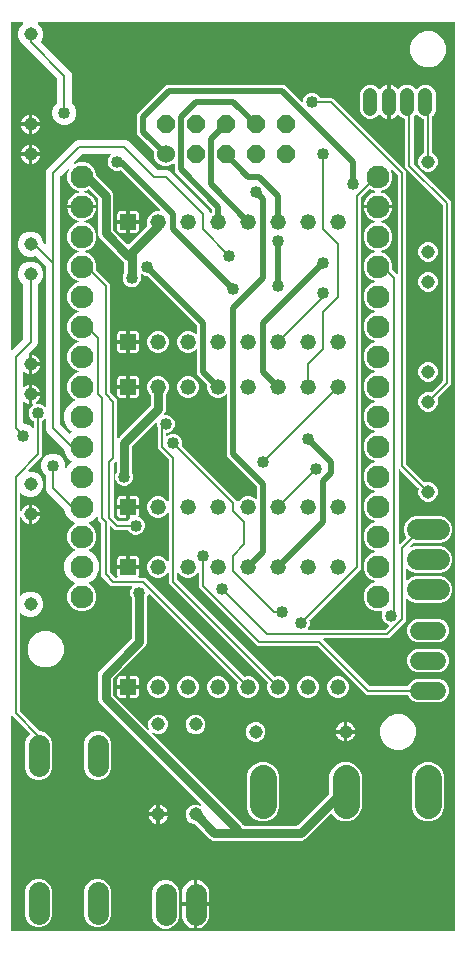
<source format=gbr>
G04 EAGLE Gerber RS-274X export*
G75*
%MOMM*%
%FSLAX34Y34*%
%LPD*%
%INTop Copper*%
%IPPOS*%
%AMOC8*
5,1,8,0,0,1.08239X$1,22.5*%
G01*
%ADD10C,1.143000*%
%ADD11R,1.320800X1.320800*%
%ADD12C,1.320800*%
%ADD13C,1.930400*%
%ADD14C,1.803400*%
%ADD15C,1.524000*%
%ADD16P,1.649562X8X202.500000*%
%ADD17C,1.200150*%
%ADD18C,1.790700*%
%ADD19C,2.247900*%
%ADD20C,1.500000*%
%ADD21C,0.203200*%
%ADD22C,1.016000*%
%ADD23C,0.508000*%
%ADD24C,0.508000*%
%ADD25C,0.762000*%

G36*
X377718Y2544D02*
X377718Y2544D01*
X377737Y2542D01*
X377839Y2564D01*
X377941Y2580D01*
X377958Y2590D01*
X377978Y2594D01*
X378067Y2647D01*
X378158Y2696D01*
X378172Y2710D01*
X378189Y2720D01*
X378256Y2799D01*
X378328Y2874D01*
X378336Y2892D01*
X378349Y2907D01*
X378388Y3003D01*
X378431Y3097D01*
X378433Y3117D01*
X378441Y3135D01*
X378459Y3302D01*
X378459Y771398D01*
X378456Y771418D01*
X378458Y771437D01*
X378436Y771539D01*
X378420Y771641D01*
X378410Y771658D01*
X378406Y771678D01*
X378353Y771767D01*
X378304Y771858D01*
X378290Y771872D01*
X378280Y771889D01*
X378201Y771956D01*
X378126Y772028D01*
X378108Y772036D01*
X378093Y772049D01*
X377997Y772088D01*
X377903Y772131D01*
X377883Y772133D01*
X377865Y772141D01*
X377698Y772159D01*
X25996Y772159D01*
X25925Y772148D01*
X25854Y772146D01*
X25805Y772128D01*
X25753Y772120D01*
X25690Y772086D01*
X25623Y772061D01*
X25582Y772029D01*
X25536Y772004D01*
X25487Y771952D01*
X25431Y771908D01*
X25402Y771864D01*
X25367Y771826D01*
X25336Y771761D01*
X25298Y771701D01*
X25285Y771650D01*
X25263Y771603D01*
X25255Y771532D01*
X25237Y771462D01*
X25242Y771410D01*
X25236Y771359D01*
X25251Y771288D01*
X25257Y771217D01*
X25277Y771169D01*
X25288Y771118D01*
X25325Y771057D01*
X25353Y770991D01*
X25398Y770935D01*
X25414Y770907D01*
X25432Y770892D01*
X25458Y770860D01*
X28202Y768115D01*
X29846Y764147D01*
X29846Y759853D01*
X28173Y755814D01*
X28146Y755700D01*
X28118Y755587D01*
X28118Y755580D01*
X28117Y755574D01*
X28128Y755458D01*
X28137Y755342D01*
X28139Y755336D01*
X28140Y755329D01*
X28188Y755222D01*
X28233Y755115D01*
X28238Y755109D01*
X28240Y755105D01*
X28252Y755091D01*
X28338Y754984D01*
X52794Y730529D01*
X53722Y728288D01*
X53722Y703913D01*
X53736Y703823D01*
X53744Y703732D01*
X53756Y703702D01*
X53761Y703670D01*
X53804Y703590D01*
X53840Y703506D01*
X53866Y703474D01*
X53877Y703453D01*
X53900Y703431D01*
X53945Y703375D01*
X56239Y701081D01*
X57786Y697346D01*
X57786Y693304D01*
X56239Y689569D01*
X53381Y686711D01*
X49646Y685164D01*
X45604Y685164D01*
X41869Y686711D01*
X39011Y689569D01*
X37464Y693304D01*
X37464Y697346D01*
X39011Y701081D01*
X41305Y703375D01*
X41358Y703449D01*
X41418Y703518D01*
X41430Y703548D01*
X41449Y703575D01*
X41476Y703661D01*
X41510Y703746D01*
X41514Y703787D01*
X41521Y703810D01*
X41520Y703842D01*
X41528Y703913D01*
X41528Y724234D01*
X41527Y724242D01*
X41527Y724245D01*
X41524Y724259D01*
X41514Y724324D01*
X41506Y724415D01*
X41494Y724445D01*
X41489Y724477D01*
X41446Y724558D01*
X41410Y724642D01*
X41384Y724674D01*
X41373Y724694D01*
X41350Y724717D01*
X41305Y724773D01*
X15704Y750374D01*
X15703Y750374D01*
X13881Y752196D01*
X13873Y752218D01*
X13825Y752295D01*
X13783Y752377D01*
X13760Y752400D01*
X13743Y752427D01*
X13673Y752485D01*
X13608Y752549D01*
X13571Y752569D01*
X13554Y752584D01*
X13524Y752595D01*
X13461Y752630D01*
X12935Y752848D01*
X9898Y755885D01*
X8254Y759853D01*
X8254Y764147D01*
X9898Y768115D01*
X12642Y770860D01*
X12684Y770918D01*
X12733Y770970D01*
X12755Y771017D01*
X12786Y771059D01*
X12807Y771128D01*
X12837Y771193D01*
X12843Y771245D01*
X12858Y771295D01*
X12856Y771366D01*
X12864Y771437D01*
X12853Y771488D01*
X12852Y771540D01*
X12827Y771608D01*
X12812Y771678D01*
X12785Y771723D01*
X12767Y771771D01*
X12722Y771827D01*
X12686Y771889D01*
X12646Y771923D01*
X12614Y771963D01*
X12553Y772002D01*
X12499Y772049D01*
X12451Y772068D01*
X12407Y772096D01*
X12337Y772114D01*
X12271Y772141D01*
X12199Y772149D01*
X12168Y772157D01*
X12145Y772155D01*
X12104Y772159D01*
X3302Y772159D01*
X3282Y772156D01*
X3263Y772158D01*
X3161Y772136D01*
X3059Y772120D01*
X3042Y772110D01*
X3022Y772106D01*
X2933Y772053D01*
X2842Y772004D01*
X2828Y771990D01*
X2811Y771980D01*
X2744Y771901D01*
X2672Y771826D01*
X2664Y771808D01*
X2651Y771793D01*
X2612Y771697D01*
X2569Y771603D01*
X2567Y771583D01*
X2559Y771565D01*
X2541Y771398D01*
X2541Y495601D01*
X2552Y495530D01*
X2554Y495458D01*
X2572Y495409D01*
X2580Y495358D01*
X2614Y495295D01*
X2639Y495227D01*
X2671Y495187D01*
X2696Y495140D01*
X2748Y495091D01*
X2792Y495035D01*
X2836Y495007D01*
X2874Y494971D01*
X2939Y494941D01*
X2999Y494902D01*
X3050Y494889D01*
X3097Y494867D01*
X3168Y494860D01*
X3238Y494842D01*
X3290Y494846D01*
X3341Y494840D01*
X3412Y494856D01*
X3483Y494861D01*
X3531Y494882D01*
X3582Y494893D01*
X3643Y494929D01*
X3709Y494958D01*
X3765Y495002D01*
X3793Y495019D01*
X3808Y495037D01*
X3840Y495062D01*
X12730Y503952D01*
X12783Y504026D01*
X12843Y504096D01*
X12855Y504126D01*
X12874Y504152D01*
X12901Y504239D01*
X12935Y504324D01*
X12939Y504365D01*
X12946Y504387D01*
X12945Y504419D01*
X12953Y504491D01*
X12953Y549314D01*
X12939Y549404D01*
X12931Y549495D01*
X12919Y549525D01*
X12914Y549557D01*
X12871Y549637D01*
X12835Y549721D01*
X12809Y549753D01*
X12798Y549774D01*
X12775Y549796D01*
X12730Y549852D01*
X9898Y552685D01*
X8254Y556653D01*
X8254Y560947D01*
X9898Y564915D01*
X12935Y567952D01*
X16903Y569596D01*
X21197Y569596D01*
X25165Y567952D01*
X28202Y564915D01*
X29846Y560947D01*
X29846Y556653D01*
X28202Y552685D01*
X25370Y549852D01*
X25317Y549778D01*
X25257Y549709D01*
X25245Y549679D01*
X25226Y549652D01*
X25199Y549566D01*
X25165Y549481D01*
X25161Y549440D01*
X25154Y549417D01*
X25155Y549385D01*
X25147Y549314D01*
X25147Y500437D01*
X24219Y498196D01*
X17750Y491728D01*
X17697Y491654D01*
X17637Y491584D01*
X17625Y491554D01*
X17606Y491528D01*
X17579Y491441D01*
X17545Y491356D01*
X17541Y491315D01*
X17534Y491293D01*
X17535Y491261D01*
X17527Y491189D01*
X17527Y483362D01*
X17530Y483342D01*
X17528Y483323D01*
X17550Y483221D01*
X17567Y483119D01*
X17576Y483102D01*
X17580Y483082D01*
X17633Y482993D01*
X17682Y482902D01*
X17696Y482888D01*
X17706Y482871D01*
X17785Y482804D01*
X17860Y482733D01*
X17878Y482724D01*
X17893Y482711D01*
X17989Y482673D01*
X18083Y482629D01*
X18103Y482627D01*
X18121Y482619D01*
X18288Y482601D01*
X19051Y482601D01*
X19051Y482599D01*
X18288Y482599D01*
X18268Y482596D01*
X18249Y482598D01*
X18147Y482576D01*
X18045Y482559D01*
X18028Y482550D01*
X18008Y482546D01*
X17919Y482493D01*
X17828Y482444D01*
X17814Y482430D01*
X17797Y482420D01*
X17730Y482341D01*
X17659Y482266D01*
X17650Y482248D01*
X17637Y482233D01*
X17598Y482137D01*
X17555Y482043D01*
X17553Y482023D01*
X17545Y482005D01*
X17527Y481838D01*
X17527Y474486D01*
X16642Y474662D01*
X15139Y475284D01*
X13787Y476187D01*
X13746Y476228D01*
X13688Y476270D01*
X13636Y476320D01*
X13589Y476342D01*
X13547Y476372D01*
X13478Y476393D01*
X13413Y476423D01*
X13361Y476429D01*
X13312Y476444D01*
X13240Y476442D01*
X13169Y476450D01*
X13118Y476439D01*
X13066Y476438D01*
X12998Y476413D01*
X12928Y476398D01*
X12883Y476371D01*
X12835Y476354D01*
X12779Y476309D01*
X12717Y476272D01*
X12683Y476232D01*
X12643Y476200D01*
X12604Y476140D01*
X12557Y476085D01*
X12538Y476037D01*
X12510Y475993D01*
X12492Y475923D01*
X12465Y475857D01*
X12457Y475786D01*
X12449Y475754D01*
X12451Y475731D01*
X12447Y475690D01*
X12447Y464110D01*
X12458Y464039D01*
X12460Y463967D01*
X12478Y463918D01*
X12486Y463867D01*
X12520Y463804D01*
X12545Y463736D01*
X12577Y463696D01*
X12602Y463650D01*
X12653Y463600D01*
X12698Y463544D01*
X12742Y463516D01*
X12780Y463480D01*
X12845Y463450D01*
X12905Y463411D01*
X12956Y463399D01*
X13003Y463377D01*
X13074Y463369D01*
X13144Y463351D01*
X13196Y463355D01*
X13247Y463350D01*
X13318Y463365D01*
X13389Y463371D01*
X13437Y463391D01*
X13488Y463402D01*
X13549Y463439D01*
X13615Y463467D01*
X13671Y463512D01*
X13699Y463528D01*
X13714Y463546D01*
X13746Y463572D01*
X13787Y463613D01*
X15139Y464516D01*
X16642Y465138D01*
X17527Y465314D01*
X17527Y457962D01*
X17530Y457942D01*
X17528Y457923D01*
X17550Y457821D01*
X17567Y457719D01*
X17576Y457702D01*
X17580Y457682D01*
X17633Y457593D01*
X17682Y457502D01*
X17696Y457488D01*
X17706Y457471D01*
X17785Y457404D01*
X17860Y457333D01*
X17878Y457324D01*
X17893Y457311D01*
X17989Y457272D01*
X18083Y457229D01*
X18103Y457227D01*
X18121Y457219D01*
X18288Y457201D01*
X19051Y457201D01*
X19051Y457199D01*
X18288Y457199D01*
X18268Y457196D01*
X18249Y457198D01*
X18147Y457176D01*
X18045Y457159D01*
X18028Y457150D01*
X18008Y457146D01*
X17919Y457093D01*
X17828Y457044D01*
X17814Y457030D01*
X17797Y457020D01*
X17730Y456941D01*
X17659Y456866D01*
X17650Y456848D01*
X17637Y456833D01*
X17598Y456737D01*
X17555Y456643D01*
X17553Y456623D01*
X17545Y456605D01*
X17527Y456438D01*
X17527Y449086D01*
X16642Y449262D01*
X15139Y449884D01*
X13787Y450787D01*
X13746Y450828D01*
X13688Y450870D01*
X13636Y450920D01*
X13589Y450942D01*
X13547Y450972D01*
X13478Y450993D01*
X13413Y451023D01*
X13361Y451029D01*
X13312Y451044D01*
X13240Y451042D01*
X13169Y451050D01*
X13118Y451039D01*
X13066Y451038D01*
X12998Y451013D01*
X12928Y450998D01*
X12883Y450971D01*
X12835Y450954D01*
X12779Y450909D01*
X12717Y450872D01*
X12683Y450832D01*
X12643Y450800D01*
X12604Y450740D01*
X12557Y450685D01*
X12538Y450637D01*
X12510Y450593D01*
X12492Y450523D01*
X12465Y450457D01*
X12457Y450386D01*
X12449Y450354D01*
X12451Y450331D01*
X12447Y450290D01*
X12447Y433197D01*
X12450Y433177D01*
X12448Y433158D01*
X12470Y433056D01*
X12486Y432954D01*
X12496Y432937D01*
X12500Y432917D01*
X12553Y432828D01*
X12602Y432737D01*
X12616Y432723D01*
X12626Y432706D01*
X12705Y432639D01*
X12780Y432567D01*
X12798Y432559D01*
X12813Y432546D01*
X12909Y432507D01*
X13003Y432464D01*
X13023Y432462D01*
X13041Y432454D01*
X13208Y432436D01*
X14721Y432436D01*
X18456Y430889D01*
X20544Y428801D01*
X20602Y428759D01*
X20654Y428709D01*
X20701Y428688D01*
X20743Y428657D01*
X20812Y428636D01*
X20877Y428606D01*
X20929Y428600D01*
X20979Y428585D01*
X21050Y428587D01*
X21121Y428579D01*
X21172Y428590D01*
X21224Y428591D01*
X21292Y428616D01*
X21362Y428631D01*
X21407Y428658D01*
X21455Y428676D01*
X21511Y428720D01*
X21573Y428757D01*
X21607Y428797D01*
X21647Y428829D01*
X21686Y428890D01*
X21733Y428944D01*
X21752Y428992D01*
X21780Y429036D01*
X21798Y429106D01*
X21825Y429172D01*
X21833Y429244D01*
X21841Y429275D01*
X21839Y429298D01*
X21843Y429339D01*
X21843Y434041D01*
X21825Y434155D01*
X21807Y434272D01*
X21805Y434278D01*
X21804Y434284D01*
X21749Y434386D01*
X21696Y434491D01*
X21691Y434496D01*
X21688Y434501D01*
X21604Y434581D01*
X21520Y434663D01*
X21514Y434667D01*
X21510Y434670D01*
X21493Y434678D01*
X21373Y434744D01*
X21083Y434864D01*
X18939Y437008D01*
X17779Y439809D01*
X17779Y442841D01*
X18939Y445642D01*
X21058Y447760D01*
X21072Y447779D01*
X21089Y447794D01*
X21143Y447879D01*
X21202Y447960D01*
X21208Y447982D01*
X21221Y448002D01*
X21244Y448099D01*
X21274Y448195D01*
X21273Y448218D01*
X21279Y448241D01*
X21270Y448341D01*
X21268Y448441D01*
X21260Y448463D01*
X21258Y448486D01*
X21218Y448578D01*
X21183Y448672D01*
X21169Y448690D01*
X21160Y448711D01*
X21092Y448786D01*
X21030Y448864D01*
X21010Y448877D01*
X20995Y448894D01*
X20907Y448943D01*
X20823Y448997D01*
X20800Y449003D01*
X20780Y449014D01*
X20681Y449033D01*
X20584Y449057D01*
X20573Y449056D01*
X20573Y455677D01*
X27164Y455677D01*
X26988Y454792D01*
X26366Y453289D01*
X25463Y451937D01*
X24313Y450787D01*
X23643Y450340D01*
X23626Y450324D01*
X23606Y450313D01*
X23537Y450241D01*
X23463Y450172D01*
X23452Y450152D01*
X23437Y450135D01*
X23394Y450044D01*
X23347Y449956D01*
X23343Y449933D01*
X23333Y449912D01*
X23322Y449812D01*
X23305Y449713D01*
X23308Y449690D01*
X23306Y449668D01*
X23327Y449569D01*
X23343Y449470D01*
X23353Y449450D01*
X23358Y449427D01*
X23410Y449341D01*
X23456Y449252D01*
X23472Y449236D01*
X23484Y449216D01*
X23560Y449151D01*
X23633Y449081D01*
X23654Y449071D01*
X23671Y449056D01*
X23764Y449019D01*
X23855Y448976D01*
X23878Y448973D01*
X23899Y448964D01*
X24066Y448946D01*
X26916Y448946D01*
X29717Y447786D01*
X30704Y446799D01*
X30762Y446757D01*
X30814Y446707D01*
X30861Y446685D01*
X30903Y446655D01*
X30972Y446634D01*
X31037Y446604D01*
X31089Y446598D01*
X31139Y446583D01*
X31210Y446585D01*
X31281Y446577D01*
X31332Y446588D01*
X31384Y446589D01*
X31452Y446614D01*
X31522Y446629D01*
X31567Y446656D01*
X31615Y446673D01*
X31671Y446718D01*
X31733Y446755D01*
X31767Y446795D01*
X31807Y446827D01*
X31846Y446887D01*
X31893Y446942D01*
X31912Y446990D01*
X31940Y447034D01*
X31958Y447104D01*
X31985Y447170D01*
X31993Y447241D01*
X32001Y447273D01*
X31999Y447296D01*
X32003Y447337D01*
X32003Y565484D01*
X31989Y565574D01*
X31981Y565665D01*
X31969Y565695D01*
X31964Y565727D01*
X31921Y565808D01*
X31885Y565892D01*
X31859Y565924D01*
X31848Y565944D01*
X31825Y565967D01*
X31780Y566023D01*
X23821Y573982D01*
X23726Y574050D01*
X23632Y574120D01*
X23626Y574122D01*
X23621Y574126D01*
X23510Y574160D01*
X23398Y574196D01*
X23392Y574196D01*
X23386Y574198D01*
X23269Y574195D01*
X23152Y574194D01*
X23145Y574192D01*
X23140Y574192D01*
X23123Y574185D01*
X22991Y574147D01*
X21197Y573404D01*
X16903Y573404D01*
X12935Y575048D01*
X9898Y578085D01*
X8254Y582053D01*
X8254Y586347D01*
X9898Y590315D01*
X12935Y593352D01*
X16903Y594996D01*
X21197Y594996D01*
X25165Y593352D01*
X28202Y590315D01*
X29846Y586347D01*
X29846Y585517D01*
X29860Y585427D01*
X29868Y585336D01*
X29880Y585306D01*
X29885Y585274D01*
X29928Y585193D01*
X29964Y585109D01*
X29990Y585077D01*
X30001Y585057D01*
X30024Y585034D01*
X30069Y584978D01*
X30704Y584343D01*
X30762Y584301D01*
X30814Y584252D01*
X30861Y584230D01*
X30903Y584200D01*
X30972Y584179D01*
X31037Y584148D01*
X31089Y584143D01*
X31139Y584127D01*
X31210Y584129D01*
X31281Y584121D01*
X31332Y584132D01*
X31384Y584134D01*
X31452Y584158D01*
X31522Y584174D01*
X31567Y584200D01*
X31615Y584218D01*
X31671Y584263D01*
X31733Y584300D01*
X31767Y584339D01*
X31807Y584372D01*
X31846Y584432D01*
X31893Y584487D01*
X31912Y584535D01*
X31940Y584579D01*
X31958Y584648D01*
X31985Y584715D01*
X31993Y584786D01*
X32001Y584817D01*
X31999Y584841D01*
X32003Y584882D01*
X32003Y645738D01*
X32931Y647979D01*
X56871Y671919D01*
X59112Y672847D01*
X99638Y672847D01*
X101879Y671919D01*
X126127Y647670D01*
X126201Y647617D01*
X126271Y647557D01*
X126301Y647545D01*
X126327Y647526D01*
X126414Y647499D01*
X126499Y647465D01*
X126540Y647461D01*
X126562Y647454D01*
X126594Y647455D01*
X126666Y647447D01*
X134563Y647447D01*
X136804Y646519D01*
X170269Y613054D01*
X171122Y610993D01*
X171146Y610954D01*
X171162Y610911D01*
X171211Y610850D01*
X171252Y610784D01*
X171287Y610755D01*
X171316Y610719D01*
X171381Y610677D01*
X171441Y610627D01*
X171484Y610611D01*
X171523Y610586D01*
X171598Y610567D01*
X171671Y610539D01*
X171717Y610537D01*
X171761Y610526D01*
X171839Y610532D01*
X171916Y610529D01*
X171961Y610541D01*
X172006Y610545D01*
X172078Y610575D01*
X172153Y610597D01*
X172190Y610623D01*
X172233Y610641D01*
X172339Y610727D01*
X172355Y610737D01*
X172358Y610742D01*
X172364Y610746D01*
X172496Y610879D01*
X172549Y610953D01*
X172609Y611022D01*
X172621Y611052D01*
X172640Y611079D01*
X172667Y611166D01*
X172701Y611250D01*
X172705Y611291D01*
X172712Y611314D01*
X172711Y611346D01*
X172719Y611417D01*
X172719Y613530D01*
X172705Y613620D01*
X172697Y613711D01*
X172685Y613741D01*
X172680Y613773D01*
X172637Y613854D01*
X172601Y613937D01*
X172575Y613970D01*
X172564Y613990D01*
X172541Y614012D01*
X172496Y614068D01*
X140969Y645595D01*
X140969Y651812D01*
X140958Y651883D01*
X140956Y651954D01*
X140938Y652003D01*
X140930Y652055D01*
X140896Y652118D01*
X140871Y652185D01*
X140839Y652226D01*
X140814Y652272D01*
X140763Y652321D01*
X140718Y652377D01*
X140674Y652406D01*
X140636Y652442D01*
X140571Y652472D01*
X140511Y652510D01*
X140460Y652523D01*
X140413Y652545D01*
X140342Y652553D01*
X140272Y652571D01*
X140220Y652566D01*
X140169Y652572D01*
X140098Y652557D01*
X140027Y652551D01*
X139979Y652531D01*
X139928Y652520D01*
X139867Y652483D01*
X139801Y652455D01*
X139745Y652410D01*
X139717Y652394D01*
X139702Y652376D01*
X139670Y652350D01*
X139106Y651786D01*
X135371Y650239D01*
X131329Y650239D01*
X127594Y651786D01*
X124736Y654644D01*
X123189Y658379D01*
X123189Y662421D01*
X123274Y662626D01*
X123301Y662739D01*
X123329Y662853D01*
X123329Y662859D01*
X123330Y662865D01*
X123319Y662982D01*
X123310Y663098D01*
X123308Y663104D01*
X123307Y663110D01*
X123259Y663218D01*
X123214Y663325D01*
X123209Y663330D01*
X123207Y663335D01*
X123195Y663349D01*
X123109Y663456D01*
X109219Y677345D01*
X109219Y694255D01*
X134420Y719456D01*
X233880Y719456D01*
X237079Y716257D01*
X248255Y705080D01*
X248313Y705039D01*
X248365Y704989D01*
X248412Y704967D01*
X248454Y704937D01*
X248523Y704916D01*
X248588Y704886D01*
X248640Y704880D01*
X248690Y704865D01*
X248761Y704866D01*
X248832Y704859D01*
X248883Y704870D01*
X248935Y704871D01*
X249003Y704896D01*
X249073Y704911D01*
X249118Y704938D01*
X249166Y704955D01*
X249222Y705000D01*
X249284Y705037D01*
X249318Y705077D01*
X249358Y705109D01*
X249397Y705169D01*
X249444Y705224D01*
X249463Y705272D01*
X249491Y705316D01*
X249509Y705385D01*
X249536Y705452D01*
X249544Y705523D01*
X249552Y705555D01*
X249550Y705578D01*
X249554Y705619D01*
X249554Y706366D01*
X250714Y709167D01*
X252858Y711311D01*
X255659Y712471D01*
X258691Y712471D01*
X261492Y711311D01*
X263636Y709167D01*
X263756Y708877D01*
X263817Y708777D01*
X263877Y708677D01*
X263882Y708673D01*
X263885Y708668D01*
X263975Y708593D01*
X264064Y708517D01*
X264070Y708515D01*
X264075Y708511D01*
X264183Y708469D01*
X264292Y708425D01*
X264300Y708424D01*
X264304Y708423D01*
X264323Y708422D01*
X264459Y708407D01*
X274523Y708407D01*
X336932Y645998D01*
X336932Y398664D01*
X336946Y398573D01*
X336954Y398483D01*
X336966Y398453D01*
X336971Y398421D01*
X337014Y398340D01*
X337050Y398256D01*
X337076Y398224D01*
X337087Y398203D01*
X337110Y398181D01*
X337155Y398125D01*
X352478Y382802D01*
X352573Y382733D01*
X352667Y382664D01*
X352673Y382662D01*
X352678Y382658D01*
X352790Y382624D01*
X352901Y382587D01*
X352907Y382588D01*
X352913Y382586D01*
X353030Y382589D01*
X353147Y382590D01*
X353154Y382592D01*
X353159Y382592D01*
X353177Y382598D01*
X353308Y382637D01*
X353958Y382906D01*
X357242Y382906D01*
X360277Y381649D01*
X362599Y379327D01*
X363856Y376292D01*
X363856Y373008D01*
X362599Y369973D01*
X360277Y367651D01*
X357242Y366394D01*
X353958Y366394D01*
X350923Y367651D01*
X348601Y369973D01*
X347344Y373008D01*
X347344Y376292D01*
X347613Y376942D01*
X347640Y377056D01*
X347669Y377169D01*
X347668Y377175D01*
X347670Y377181D01*
X347659Y377298D01*
X347650Y377414D01*
X347647Y377420D01*
X347647Y377426D01*
X347599Y377534D01*
X347553Y377641D01*
X347549Y377646D01*
X347547Y377651D01*
X347534Y377665D01*
X347448Y377772D01*
X332125Y393095D01*
X331881Y393339D01*
X331823Y393381D01*
X331771Y393430D01*
X331724Y393452D01*
X331682Y393482D01*
X331613Y393503D01*
X331548Y393534D01*
X331496Y393539D01*
X331446Y393555D01*
X331375Y393553D01*
X331304Y393561D01*
X331253Y393550D01*
X331201Y393548D01*
X331133Y393524D01*
X331063Y393508D01*
X331018Y393482D01*
X330970Y393464D01*
X330914Y393419D01*
X330852Y393382D01*
X330818Y393343D01*
X330778Y393310D01*
X330739Y393250D01*
X330692Y393195D01*
X330673Y393147D01*
X330645Y393103D01*
X330627Y393034D01*
X330600Y392967D01*
X330592Y392896D01*
X330584Y392865D01*
X330586Y392841D01*
X330582Y392800D01*
X330582Y331100D01*
X330593Y331029D01*
X330595Y330957D01*
X330613Y330908D01*
X330621Y330857D01*
X330655Y330793D01*
X330680Y330726D01*
X330712Y330685D01*
X330737Y330639D01*
X330788Y330590D01*
X330833Y330534D01*
X330877Y330506D01*
X330915Y330470D01*
X330980Y330440D01*
X331040Y330401D01*
X331091Y330388D01*
X331138Y330366D01*
X331209Y330358D01*
X331279Y330341D01*
X331331Y330345D01*
X331382Y330339D01*
X331453Y330355D01*
X331524Y330360D01*
X331572Y330380D01*
X331623Y330392D01*
X331684Y330428D01*
X331750Y330456D01*
X331806Y330501D01*
X331834Y330518D01*
X331849Y330536D01*
X331881Y330561D01*
X332125Y330805D01*
X336691Y335371D01*
X336703Y335387D01*
X336718Y335400D01*
X336774Y335487D01*
X336834Y335570D01*
X336840Y335590D01*
X336851Y335607D01*
X336876Y335707D01*
X336907Y335805D01*
X336906Y335826D01*
X336911Y335846D01*
X336903Y335948D01*
X336900Y336051D01*
X336893Y336071D01*
X336892Y336091D01*
X336851Y336185D01*
X336849Y336191D01*
X336843Y336213D01*
X336828Y336248D01*
X336816Y336282D01*
X336812Y336287D01*
X335025Y340601D01*
X335025Y345199D01*
X336785Y349447D01*
X340036Y352698D01*
X344284Y354458D01*
X366916Y354458D01*
X371164Y352698D01*
X374415Y349447D01*
X376175Y345199D01*
X376175Y340601D01*
X374415Y336353D01*
X371164Y333102D01*
X366916Y331342D01*
X344284Y331342D01*
X343650Y331605D01*
X343537Y331632D01*
X343423Y331660D01*
X343416Y331660D01*
X343410Y331661D01*
X343294Y331650D01*
X343177Y331641D01*
X343172Y331639D01*
X343165Y331638D01*
X343058Y331590D01*
X342951Y331545D01*
X342945Y331540D01*
X342941Y331538D01*
X342927Y331525D01*
X342820Y331440D01*
X340424Y329044D01*
X340367Y328965D01*
X340305Y328890D01*
X340296Y328866D01*
X340281Y328844D01*
X340252Y328751D01*
X340217Y328660D01*
X340216Y328634D01*
X340208Y328609D01*
X340211Y328512D01*
X340207Y328415D01*
X340214Y328390D01*
X340215Y328363D01*
X340248Y328272D01*
X340275Y328178D01*
X340290Y328157D01*
X340299Y328132D01*
X340360Y328056D01*
X340415Y327976D01*
X340436Y327961D01*
X340453Y327940D01*
X340535Y327888D01*
X340613Y327830D01*
X340638Y327822D01*
X340660Y327807D01*
X340754Y327784D01*
X340847Y327753D01*
X340873Y327754D01*
X340898Y327747D01*
X340995Y327755D01*
X341093Y327756D01*
X341124Y327765D01*
X341143Y327766D01*
X341174Y327779D01*
X341254Y327803D01*
X344284Y329058D01*
X366916Y329058D01*
X371164Y327298D01*
X374415Y324047D01*
X376175Y319799D01*
X376175Y315201D01*
X374415Y310953D01*
X371164Y307702D01*
X366916Y305942D01*
X344284Y305942D01*
X340036Y307702D01*
X338231Y309507D01*
X338173Y309548D01*
X338121Y309598D01*
X338074Y309620D01*
X338032Y309650D01*
X337963Y309671D01*
X337898Y309701D01*
X337846Y309707D01*
X337796Y309723D01*
X337725Y309721D01*
X337654Y309729D01*
X337603Y309718D01*
X337551Y309716D01*
X337483Y309692D01*
X337413Y309676D01*
X337368Y309650D01*
X337320Y309632D01*
X337264Y309587D01*
X337202Y309550D01*
X337168Y309511D01*
X337128Y309478D01*
X337089Y309418D01*
X337042Y309363D01*
X337023Y309315D01*
X336995Y309271D01*
X336977Y309202D01*
X336950Y309135D01*
X336942Y309064D01*
X336934Y309033D01*
X336936Y309009D01*
X336932Y308968D01*
X336932Y300632D01*
X336943Y300561D01*
X336945Y300489D01*
X336963Y300440D01*
X336971Y300389D01*
X337005Y300326D01*
X337030Y300258D01*
X337062Y300218D01*
X337087Y300172D01*
X337139Y300122D01*
X337183Y300066D01*
X337227Y300038D01*
X337265Y300002D01*
X337330Y299972D01*
X337390Y299933D01*
X337441Y299920D01*
X337488Y299899D01*
X337559Y299891D01*
X337629Y299873D01*
X337681Y299877D01*
X337732Y299871D01*
X337803Y299887D01*
X337874Y299892D01*
X337922Y299913D01*
X337973Y299924D01*
X338034Y299960D01*
X338100Y299989D01*
X338156Y300033D01*
X338184Y300050D01*
X338199Y300068D01*
X338231Y300093D01*
X340036Y301898D01*
X344284Y303658D01*
X366916Y303658D01*
X371164Y301898D01*
X374415Y298647D01*
X376175Y294399D01*
X376175Y289801D01*
X374415Y285553D01*
X371164Y282302D01*
X366916Y280542D01*
X344284Y280542D01*
X340036Y282302D01*
X338231Y284107D01*
X338173Y284148D01*
X338121Y284198D01*
X338074Y284220D01*
X338032Y284250D01*
X337963Y284271D01*
X337898Y284301D01*
X337846Y284307D01*
X337796Y284323D01*
X337725Y284321D01*
X337654Y284329D01*
X337603Y284318D01*
X337551Y284316D01*
X337483Y284292D01*
X337413Y284276D01*
X337368Y284250D01*
X337320Y284232D01*
X337264Y284187D01*
X337202Y284150D01*
X337168Y284111D01*
X337128Y284078D01*
X337089Y284018D01*
X337042Y283963D01*
X337023Y283915D01*
X336995Y283871D01*
X336977Y283802D01*
X336950Y283735D01*
X336942Y283664D01*
X336934Y283633D01*
X336936Y283609D01*
X336932Y283568D01*
X336932Y265227D01*
X322148Y250443D01*
X267600Y250443D01*
X267529Y250432D01*
X267457Y250430D01*
X267408Y250412D01*
X267357Y250404D01*
X267293Y250370D01*
X267226Y250345D01*
X267185Y250313D01*
X267139Y250288D01*
X267090Y250237D01*
X267034Y250192D01*
X267006Y250148D01*
X266970Y250110D01*
X266940Y250045D01*
X266901Y249985D01*
X266888Y249934D01*
X266866Y249887D01*
X266858Y249816D01*
X266841Y249746D01*
X266845Y249694D01*
X266839Y249643D01*
X266855Y249572D01*
X266860Y249501D01*
X266880Y249453D01*
X266892Y249402D01*
X266928Y249341D01*
X266956Y249275D01*
X267001Y249219D01*
X267018Y249191D01*
X267036Y249176D01*
X267061Y249144D01*
X267305Y248900D01*
X306050Y210155D01*
X306124Y210102D01*
X306194Y210042D01*
X306224Y210030D01*
X306250Y210011D01*
X306337Y209984D01*
X306422Y209950D01*
X306463Y209946D01*
X306485Y209939D01*
X306517Y209940D01*
X306589Y209932D01*
X338197Y209932D01*
X338311Y209951D01*
X338428Y209968D01*
X338433Y209970D01*
X338439Y209971D01*
X338542Y210026D01*
X338647Y210079D01*
X338651Y210084D01*
X338657Y210087D01*
X338737Y210171D01*
X338819Y210255D01*
X338823Y210261D01*
X338826Y210265D01*
X338834Y210282D01*
X338900Y210402D01*
X339588Y212063D01*
X342412Y214887D01*
X346103Y216416D01*
X365097Y216416D01*
X368788Y214887D01*
X371612Y212063D01*
X373141Y208372D01*
X373141Y204378D01*
X371612Y200687D01*
X368788Y197863D01*
X365097Y196334D01*
X346103Y196334D01*
X342412Y197863D01*
X339588Y200687D01*
X338900Y202348D01*
X338838Y202448D01*
X338778Y202548D01*
X338774Y202552D01*
X338770Y202557D01*
X338681Y202632D01*
X338591Y202708D01*
X338586Y202710D01*
X338581Y202714D01*
X338473Y202756D01*
X338363Y202800D01*
X338356Y202801D01*
X338351Y202802D01*
X338333Y202803D01*
X338197Y202818D01*
X303327Y202818D01*
X262275Y243870D01*
X262201Y243923D01*
X262131Y243983D01*
X262101Y243995D01*
X262075Y244014D01*
X261988Y244041D01*
X261903Y244075D01*
X261862Y244079D01*
X261840Y244086D01*
X261808Y244085D01*
X261736Y244093D01*
X211252Y244093D01*
X161543Y293802D01*
X161543Y305523D01*
X161540Y305541D01*
X161542Y305558D01*
X161531Y305608D01*
X161530Y305665D01*
X161512Y305714D01*
X161504Y305766D01*
X161493Y305786D01*
X161490Y305798D01*
X161468Y305836D01*
X161445Y305896D01*
X161413Y305937D01*
X161388Y305983D01*
X161368Y306003D01*
X161364Y306009D01*
X161336Y306033D01*
X161292Y306088D01*
X161248Y306117D01*
X161210Y306152D01*
X161180Y306166D01*
X161177Y306169D01*
X161156Y306178D01*
X161145Y306183D01*
X161085Y306221D01*
X161034Y306234D01*
X160987Y306256D01*
X160951Y306260D01*
X160949Y306261D01*
X160910Y306265D01*
X160846Y306281D01*
X160798Y306278D01*
X160782Y306279D01*
X160777Y306279D01*
X160776Y306279D01*
X160743Y306283D01*
X160672Y306268D01*
X160601Y306262D01*
X160556Y306243D01*
X160535Y306240D01*
X160529Y306237D01*
X160502Y306231D01*
X160441Y306194D01*
X160375Y306166D01*
X160334Y306134D01*
X160317Y306125D01*
X160308Y306115D01*
X160291Y306105D01*
X160276Y306087D01*
X160244Y306061D01*
X157580Y303397D01*
X154219Y302005D01*
X150581Y302005D01*
X147220Y303397D01*
X144556Y306061D01*
X144498Y306103D01*
X144446Y306152D01*
X144426Y306162D01*
X144417Y306169D01*
X144392Y306180D01*
X144357Y306205D01*
X144288Y306226D01*
X144223Y306256D01*
X144194Y306259D01*
X144189Y306261D01*
X144165Y306264D01*
X144121Y306277D01*
X144059Y306275D01*
X144023Y306279D01*
X144018Y306279D01*
X144015Y306279D01*
X143979Y306283D01*
X143928Y306272D01*
X143876Y306271D01*
X143808Y306246D01*
X143791Y306242D01*
X143775Y306240D01*
X143773Y306238D01*
X143738Y306231D01*
X143693Y306204D01*
X143645Y306186D01*
X143589Y306141D01*
X143581Y306137D01*
X143558Y306125D01*
X143554Y306121D01*
X143527Y306105D01*
X143493Y306065D01*
X143453Y306033D01*
X143415Y305974D01*
X143388Y305946D01*
X143385Y305938D01*
X143367Y305918D01*
X143348Y305869D01*
X143320Y305826D01*
X143304Y305765D01*
X143285Y305723D01*
X143283Y305710D01*
X143275Y305690D01*
X143267Y305618D01*
X143259Y305587D01*
X143261Y305564D01*
X143257Y305523D01*
X143257Y300239D01*
X143271Y300148D01*
X143279Y300058D01*
X143291Y300028D01*
X143296Y299996D01*
X143339Y299915D01*
X143375Y299831D01*
X143401Y299799D01*
X143412Y299778D01*
X143435Y299756D01*
X143480Y299700D01*
X224798Y218382D01*
X224892Y218314D01*
X224987Y218244D01*
X224993Y218242D01*
X224998Y218238D01*
X225109Y218204D01*
X225221Y218168D01*
X225227Y218168D01*
X225233Y218166D01*
X225350Y218169D01*
X225466Y218170D01*
X225474Y218172D01*
X225479Y218172D01*
X225496Y218179D01*
X225628Y218217D01*
X226781Y218695D01*
X230419Y218695D01*
X233780Y217303D01*
X236353Y214730D01*
X237745Y211369D01*
X237745Y207731D01*
X236353Y204370D01*
X233780Y201797D01*
X230419Y200405D01*
X226781Y200405D01*
X223420Y201797D01*
X220847Y204370D01*
X219455Y207731D01*
X219455Y211369D01*
X219933Y212522D01*
X219960Y212636D01*
X219988Y212750D01*
X219988Y212756D01*
X219989Y212762D01*
X219978Y212878D01*
X219969Y212995D01*
X219967Y213000D01*
X219966Y213007D01*
X219918Y213114D01*
X219873Y213221D01*
X219868Y213227D01*
X219866Y213231D01*
X219853Y213245D01*
X219768Y213352D01*
X138450Y294670D01*
X136143Y296977D01*
X136143Y305523D01*
X136140Y305541D01*
X136142Y305558D01*
X136131Y305608D01*
X136130Y305665D01*
X136112Y305714D01*
X136104Y305766D01*
X136093Y305786D01*
X136090Y305798D01*
X136068Y305836D01*
X136045Y305896D01*
X136013Y305937D01*
X135988Y305983D01*
X135968Y306003D01*
X135964Y306009D01*
X135936Y306033D01*
X135892Y306088D01*
X135848Y306117D01*
X135810Y306152D01*
X135780Y306166D01*
X135777Y306169D01*
X135756Y306178D01*
X135745Y306183D01*
X135685Y306221D01*
X135634Y306234D01*
X135587Y306256D01*
X135551Y306260D01*
X135549Y306261D01*
X135510Y306265D01*
X135446Y306281D01*
X135398Y306278D01*
X135382Y306279D01*
X135377Y306279D01*
X135376Y306279D01*
X135343Y306283D01*
X135272Y306268D01*
X135201Y306262D01*
X135156Y306243D01*
X135135Y306240D01*
X135129Y306237D01*
X135102Y306231D01*
X135041Y306194D01*
X134975Y306166D01*
X134934Y306134D01*
X134917Y306125D01*
X134908Y306115D01*
X134891Y306105D01*
X134876Y306087D01*
X134844Y306061D01*
X132180Y303397D01*
X128819Y302005D01*
X125181Y302005D01*
X121820Y303397D01*
X119247Y305970D01*
X117855Y309331D01*
X117855Y312969D01*
X119247Y316330D01*
X121820Y318903D01*
X125181Y320295D01*
X128819Y320295D01*
X132180Y318903D01*
X134844Y316239D01*
X134902Y316197D01*
X134954Y316148D01*
X135001Y316126D01*
X135043Y316095D01*
X135112Y316074D01*
X135177Y316044D01*
X135229Y316038D01*
X135279Y316023D01*
X135350Y316025D01*
X135421Y316017D01*
X135472Y316028D01*
X135524Y316029D01*
X135592Y316054D01*
X135662Y316069D01*
X135707Y316096D01*
X135755Y316114D01*
X135811Y316159D01*
X135873Y316195D01*
X135907Y316235D01*
X135947Y316267D01*
X135986Y316328D01*
X136033Y316382D01*
X136052Y316431D01*
X136080Y316474D01*
X136098Y316544D01*
X136125Y316610D01*
X136133Y316682D01*
X136141Y316713D01*
X136139Y316736D01*
X136143Y316777D01*
X136143Y356323D01*
X136132Y356394D01*
X136130Y356465D01*
X136112Y356514D01*
X136104Y356566D01*
X136070Y356629D01*
X136045Y356696D01*
X136013Y356737D01*
X135988Y356783D01*
X135936Y356832D01*
X135892Y356888D01*
X135848Y356917D01*
X135810Y356952D01*
X135745Y356983D01*
X135685Y357021D01*
X135634Y357034D01*
X135587Y357056D01*
X135516Y357064D01*
X135446Y357081D01*
X135394Y357077D01*
X135343Y357083D01*
X135272Y357068D01*
X135201Y357062D01*
X135153Y357042D01*
X135102Y357031D01*
X135041Y356994D01*
X134975Y356966D01*
X134919Y356921D01*
X134891Y356905D01*
X134876Y356887D01*
X134844Y356861D01*
X132180Y354197D01*
X128819Y352805D01*
X125181Y352805D01*
X121820Y354197D01*
X119247Y356770D01*
X117855Y360131D01*
X117855Y363769D01*
X119247Y367130D01*
X121820Y369703D01*
X125181Y371095D01*
X128819Y371095D01*
X132180Y369703D01*
X134844Y367039D01*
X134902Y366997D01*
X134954Y366948D01*
X135001Y366926D01*
X135043Y366895D01*
X135112Y366874D01*
X135177Y366844D01*
X135229Y366838D01*
X135279Y366823D01*
X135350Y366825D01*
X135421Y366817D01*
X135472Y366828D01*
X135524Y366829D01*
X135592Y366854D01*
X135662Y366869D01*
X135707Y366896D01*
X135755Y366914D01*
X135811Y366959D01*
X135873Y366995D01*
X135907Y367035D01*
X135947Y367067D01*
X135986Y367128D01*
X136033Y367182D01*
X136052Y367231D01*
X136080Y367274D01*
X136098Y367344D01*
X136125Y367410D01*
X136133Y367482D01*
X136141Y367513D01*
X136139Y367536D01*
X136143Y367577D01*
X136143Y401436D01*
X136140Y401456D01*
X136142Y401475D01*
X136127Y401545D01*
X136121Y401617D01*
X136109Y401647D01*
X136104Y401679D01*
X136094Y401697D01*
X136090Y401716D01*
X136054Y401776D01*
X136025Y401844D01*
X135999Y401876D01*
X135988Y401897D01*
X135973Y401911D01*
X135964Y401927D01*
X135948Y401940D01*
X135920Y401975D01*
X126618Y411277D01*
X126618Y427987D01*
X126608Y428051D01*
X126607Y428117D01*
X126584Y428197D01*
X126579Y428229D01*
X126569Y428246D01*
X126560Y428278D01*
X125729Y430284D01*
X125729Y432410D01*
X125718Y432481D01*
X125716Y432553D01*
X125698Y432602D01*
X125690Y432653D01*
X125656Y432716D01*
X125631Y432784D01*
X125599Y432824D01*
X125574Y432870D01*
X125522Y432920D01*
X125478Y432976D01*
X125434Y433004D01*
X125396Y433040D01*
X125331Y433070D01*
X125271Y433109D01*
X125220Y433121D01*
X125173Y433143D01*
X125102Y433151D01*
X125032Y433169D01*
X124980Y433165D01*
X124929Y433170D01*
X124858Y433155D01*
X124787Y433150D01*
X124739Y433129D01*
X124688Y433118D01*
X124627Y433081D01*
X124561Y433053D01*
X124505Y433009D01*
X124477Y432992D01*
X124462Y432974D01*
X124430Y432948D01*
X104999Y413517D01*
X104946Y413443D01*
X104886Y413374D01*
X104874Y413344D01*
X104855Y413318D01*
X104828Y413231D01*
X104794Y413146D01*
X104790Y413105D01*
X104783Y413083D01*
X104784Y413050D01*
X104776Y412979D01*
X104776Y392083D01*
X104786Y392019D01*
X104787Y391953D01*
X104810Y391873D01*
X104815Y391841D01*
X104825Y391823D01*
X104834Y391792D01*
X106046Y388866D01*
X106046Y385834D01*
X104886Y383033D01*
X102742Y380889D01*
X99941Y379729D01*
X96909Y379729D01*
X94108Y380889D01*
X91964Y383033D01*
X90804Y385834D01*
X90804Y388866D01*
X92016Y391792D01*
X92031Y391856D01*
X92056Y391917D01*
X92065Y391999D01*
X92072Y392031D01*
X92071Y392051D01*
X92074Y392083D01*
X92074Y399531D01*
X92063Y399602D01*
X92061Y399674D01*
X92043Y399723D01*
X92035Y399774D01*
X92001Y399838D01*
X91976Y399905D01*
X91944Y399946D01*
X91919Y399992D01*
X91868Y400041D01*
X91823Y400097D01*
X91779Y400125D01*
X91741Y400161D01*
X91676Y400191D01*
X91616Y400230D01*
X91565Y400243D01*
X91518Y400265D01*
X91447Y400273D01*
X91377Y400290D01*
X91325Y400286D01*
X91274Y400292D01*
X91203Y400276D01*
X91132Y400271D01*
X91084Y400251D01*
X91033Y400239D01*
X90972Y400203D01*
X90906Y400175D01*
X90850Y400130D01*
X90822Y400113D01*
X90807Y400096D01*
X90775Y400070D01*
X90150Y399445D01*
X89505Y398800D01*
X89452Y398726D01*
X89392Y398656D01*
X89380Y398626D01*
X89361Y398600D01*
X89334Y398513D01*
X89300Y398428D01*
X89296Y398387D01*
X89289Y398365D01*
X89290Y398333D01*
X89282Y398261D01*
X89282Y354214D01*
X89283Y354204D01*
X89283Y354199D01*
X89288Y354173D01*
X89296Y354123D01*
X89304Y354033D01*
X89316Y354003D01*
X89321Y353971D01*
X89364Y353890D01*
X89400Y353806D01*
X89426Y353774D01*
X89437Y353753D01*
X89460Y353731D01*
X89505Y353675D01*
X93325Y349855D01*
X93399Y349802D01*
X93469Y349742D01*
X93499Y349730D01*
X93525Y349711D01*
X93612Y349684D01*
X93697Y349650D01*
X93738Y349646D01*
X93760Y349639D01*
X93792Y349640D01*
X93864Y349632D01*
X100666Y349632D01*
X100781Y349651D01*
X100897Y349668D01*
X100903Y349670D01*
X100909Y349671D01*
X101011Y349726D01*
X101116Y349779D01*
X101121Y349784D01*
X101126Y349787D01*
X101206Y349871D01*
X101288Y349955D01*
X101292Y349961D01*
X101295Y349965D01*
X101303Y349982D01*
X101369Y350102D01*
X101489Y350392D01*
X102900Y351803D01*
X102953Y351877D01*
X103013Y351946D01*
X103025Y351976D01*
X103044Y352002D01*
X103071Y352089D01*
X103105Y352174D01*
X103109Y352215D01*
X103116Y352237D01*
X103115Y352270D01*
X103123Y352341D01*
X103123Y360427D01*
X110745Y360427D01*
X110745Y355012D01*
X110572Y354365D01*
X110480Y354207D01*
X110456Y354142D01*
X110422Y354081D01*
X110412Y354028D01*
X110393Y353977D01*
X110391Y353908D01*
X110378Y353839D01*
X110386Y353785D01*
X110384Y353731D01*
X110404Y353664D01*
X110414Y353596D01*
X110439Y353547D01*
X110454Y353495D01*
X110494Y353438D01*
X110526Y353376D01*
X110564Y353338D01*
X110595Y353294D01*
X110651Y353253D01*
X110701Y353204D01*
X110767Y353168D01*
X110793Y353148D01*
X110814Y353142D01*
X110848Y353123D01*
X112267Y352536D01*
X114411Y350392D01*
X115571Y347591D01*
X115571Y344559D01*
X114411Y341758D01*
X112267Y339614D01*
X109466Y338454D01*
X106434Y338454D01*
X103633Y339614D01*
X101489Y341758D01*
X101369Y342048D01*
X101308Y342148D01*
X101248Y342248D01*
X101243Y342252D01*
X101240Y342257D01*
X101150Y342332D01*
X101061Y342408D01*
X101055Y342410D01*
X101050Y342414D01*
X100942Y342456D01*
X100833Y342500D01*
X100825Y342501D01*
X100821Y342502D01*
X100802Y342503D01*
X100666Y342518D01*
X90602Y342518D01*
X87406Y345714D01*
X87348Y345756D01*
X87296Y345805D01*
X87249Y345827D01*
X87207Y345857D01*
X87138Y345878D01*
X87073Y345909D01*
X87021Y345914D01*
X86971Y345930D01*
X86900Y345928D01*
X86829Y345936D01*
X86778Y345925D01*
X86726Y345923D01*
X86658Y345899D01*
X86588Y345883D01*
X86543Y345857D01*
X86495Y345839D01*
X86439Y345794D01*
X86377Y345757D01*
X86343Y345718D01*
X86303Y345685D01*
X86264Y345625D01*
X86217Y345570D01*
X86198Y345522D01*
X86170Y345478D01*
X86152Y345409D01*
X86125Y345342D01*
X86117Y345271D01*
X86109Y345240D01*
X86111Y345216D01*
X86107Y345175D01*
X86107Y306589D01*
X86121Y306498D01*
X86129Y306408D01*
X86141Y306378D01*
X86146Y306346D01*
X86189Y306265D01*
X86225Y306181D01*
X86251Y306149D01*
X86262Y306128D01*
X86285Y306106D01*
X86330Y306050D01*
X90150Y302230D01*
X90224Y302177D01*
X90294Y302117D01*
X90324Y302105D01*
X90350Y302086D01*
X90437Y302059D01*
X90522Y302025D01*
X90563Y302021D01*
X90585Y302014D01*
X90617Y302015D01*
X90689Y302007D01*
X92210Y302007D01*
X92304Y302022D01*
X92399Y302031D01*
X92425Y302042D01*
X92453Y302046D01*
X92537Y302091D01*
X92624Y302129D01*
X92645Y302148D01*
X92670Y302162D01*
X92735Y302231D01*
X92806Y302295D01*
X92820Y302319D01*
X92839Y302340D01*
X92879Y302426D01*
X92926Y302510D01*
X92931Y302537D01*
X92943Y302563D01*
X92953Y302658D01*
X92971Y302751D01*
X92967Y302779D01*
X92970Y302807D01*
X92950Y302901D01*
X92936Y302995D01*
X92922Y303027D01*
X92918Y303048D01*
X92901Y303076D01*
X92869Y303149D01*
X92628Y303565D01*
X92455Y304212D01*
X92455Y309627D01*
X100838Y309627D01*
X100858Y309630D01*
X100877Y309628D01*
X100979Y309650D01*
X101081Y309667D01*
X101098Y309676D01*
X101118Y309680D01*
X101207Y309733D01*
X101298Y309782D01*
X101312Y309796D01*
X101329Y309806D01*
X101396Y309885D01*
X101467Y309960D01*
X101476Y309978D01*
X101489Y309993D01*
X101527Y310089D01*
X101571Y310183D01*
X101573Y310203D01*
X101581Y310221D01*
X101599Y310388D01*
X101599Y311151D01*
X101601Y311151D01*
X101601Y310388D01*
X101604Y310368D01*
X101602Y310349D01*
X101624Y310247D01*
X101641Y310145D01*
X101650Y310128D01*
X101654Y310108D01*
X101707Y310019D01*
X101756Y309928D01*
X101770Y309914D01*
X101780Y309897D01*
X101859Y309830D01*
X101934Y309759D01*
X101952Y309750D01*
X101967Y309737D01*
X102063Y309698D01*
X102157Y309655D01*
X102177Y309653D01*
X102195Y309645D01*
X102362Y309627D01*
X110745Y309627D01*
X110745Y304212D01*
X110572Y303565D01*
X110331Y303149D01*
X110297Y303059D01*
X110257Y302973D01*
X110254Y302945D01*
X110244Y302919D01*
X110240Y302823D01*
X110230Y302729D01*
X110236Y302701D01*
X110235Y302673D01*
X110262Y302581D01*
X110282Y302488D01*
X110297Y302464D01*
X110305Y302437D01*
X110360Y302359D01*
X110408Y302277D01*
X110430Y302259D01*
X110446Y302236D01*
X110523Y302179D01*
X110595Y302117D01*
X110622Y302107D01*
X110644Y302090D01*
X110735Y302061D01*
X110824Y302025D01*
X110859Y302021D01*
X110879Y302015D01*
X110911Y302015D01*
X110990Y302007D01*
X115773Y302007D01*
X118080Y299700D01*
X199398Y218382D01*
X199492Y218314D01*
X199587Y218244D01*
X199593Y218242D01*
X199598Y218238D01*
X199709Y218204D01*
X199821Y218168D01*
X199827Y218168D01*
X199833Y218166D01*
X199950Y218169D01*
X200066Y218170D01*
X200074Y218172D01*
X200079Y218172D01*
X200096Y218179D01*
X200228Y218217D01*
X201381Y218695D01*
X205019Y218695D01*
X208380Y217303D01*
X210953Y214730D01*
X212345Y211369D01*
X212345Y207731D01*
X210953Y204370D01*
X208380Y201797D01*
X205019Y200405D01*
X201381Y200405D01*
X198020Y201797D01*
X195447Y204370D01*
X194055Y207731D01*
X194055Y211369D01*
X194533Y212522D01*
X194560Y212636D01*
X194588Y212750D01*
X194588Y212756D01*
X194589Y212762D01*
X194578Y212878D01*
X194569Y212995D01*
X194567Y213000D01*
X194566Y213007D01*
X194518Y213114D01*
X194473Y213221D01*
X194468Y213227D01*
X194466Y213231D01*
X194453Y213245D01*
X194368Y213352D01*
X120010Y287710D01*
X119973Y287737D01*
X119941Y287771D01*
X119873Y287809D01*
X119810Y287854D01*
X119766Y287867D01*
X119726Y287889D01*
X119649Y287903D01*
X119575Y287926D01*
X119529Y287925D01*
X119484Y287933D01*
X119407Y287922D01*
X119329Y287920D01*
X119286Y287904D01*
X119241Y287897D01*
X119171Y287862D01*
X119098Y287835D01*
X119062Y287807D01*
X119021Y287786D01*
X118967Y287730D01*
X118906Y287682D01*
X118881Y287643D01*
X118849Y287610D01*
X118783Y287490D01*
X118773Y287475D01*
X118772Y287470D01*
X118768Y287463D01*
X117534Y284483D01*
X117524Y284441D01*
X117509Y284408D01*
X117506Y284389D01*
X117494Y284358D01*
X117485Y284276D01*
X117478Y284244D01*
X117479Y284224D01*
X117476Y284192D01*
X117476Y246387D01*
X116509Y244053D01*
X89124Y216667D01*
X89071Y216593D01*
X89011Y216524D01*
X88999Y216494D01*
X88980Y216468D01*
X88953Y216381D01*
X88919Y216296D01*
X88915Y216255D01*
X88908Y216233D01*
X88909Y216200D01*
X88901Y216129D01*
X88901Y202971D01*
X88915Y202881D01*
X88923Y202790D01*
X88935Y202760D01*
X88940Y202728D01*
X88983Y202647D01*
X89019Y202564D01*
X89045Y202531D01*
X89056Y202511D01*
X89079Y202489D01*
X89124Y202433D01*
X118404Y173152D01*
X118483Y173096D01*
X118558Y173033D01*
X118583Y173024D01*
X118604Y173009D01*
X118697Y172980D01*
X118788Y172945D01*
X118814Y172944D01*
X118839Y172936D01*
X118936Y172939D01*
X119033Y172935D01*
X119059Y172942D01*
X119085Y172943D01*
X119176Y172976D01*
X119270Y173003D01*
X119291Y173018D01*
X119316Y173027D01*
X119392Y173088D01*
X119472Y173144D01*
X119487Y173165D01*
X119508Y173181D01*
X119561Y173263D01*
X119619Y173341D01*
X119627Y173366D01*
X119641Y173388D01*
X119665Y173482D01*
X119695Y173575D01*
X119694Y173601D01*
X119701Y173626D01*
X119693Y173723D01*
X119692Y173821D01*
X119683Y173852D01*
X119682Y173872D01*
X119669Y173902D01*
X119646Y173982D01*
X118744Y176158D01*
X118744Y179442D01*
X120001Y182477D01*
X122323Y184799D01*
X125358Y186056D01*
X128642Y186056D01*
X131677Y184799D01*
X133999Y182477D01*
X135256Y179442D01*
X135256Y176158D01*
X133999Y173123D01*
X131677Y170801D01*
X128642Y169544D01*
X125358Y169544D01*
X123182Y170446D01*
X123087Y170468D01*
X122994Y170496D01*
X122968Y170496D01*
X122942Y170502D01*
X122846Y170493D01*
X122748Y170490D01*
X122724Y170481D01*
X122698Y170479D01*
X122609Y170439D01*
X122517Y170406D01*
X122497Y170389D01*
X122473Y170379D01*
X122401Y170313D01*
X122325Y170252D01*
X122311Y170230D01*
X122292Y170212D01*
X122245Y170127D01*
X122192Y170045D01*
X122186Y170020D01*
X122173Y169997D01*
X122156Y169901D01*
X122132Y169807D01*
X122134Y169780D01*
X122129Y169755D01*
X122144Y169658D01*
X122151Y169561D01*
X122161Y169537D01*
X122165Y169511D01*
X122209Y169424D01*
X122247Y169335D01*
X122268Y169310D01*
X122277Y169292D01*
X122300Y169269D01*
X122352Y169204D01*
X199085Y92471D01*
X199101Y92446D01*
X199160Y92346D01*
X199165Y92342D01*
X199168Y92337D01*
X199258Y92262D01*
X199347Y92186D01*
X199353Y92184D01*
X199358Y92180D01*
X199466Y92138D01*
X199575Y92094D01*
X199583Y92093D01*
X199588Y92092D01*
X199606Y92091D01*
X199742Y92076D01*
X244704Y92076D01*
X244794Y92090D01*
X244885Y92098D01*
X244915Y92110D01*
X244947Y92115D01*
X245028Y92158D01*
X245111Y92194D01*
X245144Y92220D01*
X245164Y92231D01*
X245186Y92254D01*
X245242Y92299D01*
X271747Y118803D01*
X271800Y118877D01*
X271859Y118947D01*
X271872Y118977D01*
X271890Y119003D01*
X271917Y119090D01*
X271951Y119175D01*
X271956Y119216D01*
X271963Y119238D01*
X271962Y119270D01*
X271970Y119341D01*
X271970Y134631D01*
X274068Y139695D01*
X277944Y143572D01*
X283009Y145670D01*
X288491Y145670D01*
X293556Y143572D01*
X297432Y139695D01*
X299530Y134631D01*
X299530Y106669D01*
X297432Y101605D01*
X293556Y97728D01*
X288491Y95630D01*
X283009Y95630D01*
X277944Y97728D01*
X274068Y101605D01*
X274048Y101653D01*
X274024Y101692D01*
X274008Y101735D01*
X273959Y101796D01*
X273918Y101862D01*
X273883Y101891D01*
X273854Y101927D01*
X273789Y101969D01*
X273729Y102019D01*
X273686Y102035D01*
X273647Y102060D01*
X273572Y102079D01*
X273499Y102107D01*
X273453Y102109D01*
X273409Y102120D01*
X273331Y102114D01*
X273253Y102117D01*
X273209Y102105D01*
X273163Y102101D01*
X273092Y102071D01*
X273017Y102049D01*
X272979Y102023D01*
X272937Y102005D01*
X272831Y101919D01*
X272815Y101909D01*
X272812Y101905D01*
X272806Y101900D01*
X251247Y80341D01*
X248913Y79374D01*
X173362Y79374D01*
X171028Y80341D01*
X158247Y93121D01*
X158173Y93174D01*
X158104Y93234D01*
X158074Y93246D01*
X158048Y93265D01*
X157961Y93292D01*
X157876Y93326D01*
X157835Y93330D01*
X157813Y93337D01*
X157780Y93336D01*
X157709Y93344D01*
X157108Y93344D01*
X154073Y94601D01*
X151751Y96923D01*
X150494Y99958D01*
X150494Y103242D01*
X151751Y106277D01*
X154073Y108599D01*
X157108Y109856D01*
X160392Y109856D01*
X162568Y108954D01*
X162663Y108932D01*
X162756Y108904D01*
X162782Y108904D01*
X162808Y108898D01*
X162904Y108907D01*
X163002Y108910D01*
X163026Y108919D01*
X163052Y108921D01*
X163141Y108961D01*
X163233Y108994D01*
X163253Y109011D01*
X163277Y109021D01*
X163349Y109087D01*
X163425Y109148D01*
X163439Y109170D01*
X163458Y109188D01*
X163505Y109273D01*
X163558Y109355D01*
X163564Y109380D01*
X163577Y109403D01*
X163594Y109499D01*
X163618Y109593D01*
X163616Y109620D01*
X163621Y109645D01*
X163606Y109742D01*
X163599Y109839D01*
X163589Y109863D01*
X163585Y109889D01*
X163541Y109976D01*
X163503Y110065D01*
X163482Y110090D01*
X163473Y110108D01*
X163450Y110131D01*
X163398Y110196D01*
X77166Y196428D01*
X76199Y198762D01*
X76199Y220338D01*
X77166Y222672D01*
X104551Y250058D01*
X104604Y250132D01*
X104664Y250201D01*
X104676Y250231D01*
X104695Y250257D01*
X104722Y250344D01*
X104756Y250429D01*
X104760Y250470D01*
X104767Y250492D01*
X104766Y250525D01*
X104774Y250596D01*
X104774Y284192D01*
X104767Y284233D01*
X104768Y284243D01*
X104764Y284265D01*
X104763Y284322D01*
X104740Y284402D01*
X104735Y284434D01*
X104725Y284452D01*
X104716Y284483D01*
X103504Y287409D01*
X103504Y290441D01*
X104664Y293242D01*
X105016Y293594D01*
X105058Y293652D01*
X105108Y293704D01*
X105130Y293751D01*
X105160Y293793D01*
X105181Y293862D01*
X105211Y293927D01*
X105217Y293979D01*
X105232Y294029D01*
X105230Y294100D01*
X105238Y294171D01*
X105227Y294222D01*
X105226Y294274D01*
X105201Y294342D01*
X105186Y294412D01*
X105159Y294457D01*
X105142Y294505D01*
X105097Y294561D01*
X105060Y294623D01*
X105020Y294657D01*
X104988Y294697D01*
X104928Y294736D01*
X104873Y294783D01*
X104825Y294802D01*
X104781Y294830D01*
X104712Y294848D01*
X104645Y294875D01*
X104574Y294883D01*
X104542Y294891D01*
X104519Y294889D01*
X104478Y294893D01*
X87427Y294893D01*
X78993Y303327D01*
X78993Y347461D01*
X78979Y347551D01*
X78971Y347642D01*
X78959Y347672D01*
X78954Y347704D01*
X78911Y347785D01*
X78875Y347869D01*
X78849Y347901D01*
X78838Y347922D01*
X78815Y347944D01*
X78770Y348000D01*
X78125Y348645D01*
X75818Y350952D01*
X75818Y352870D01*
X75807Y352941D01*
X75805Y353013D01*
X75787Y353062D01*
X75779Y353113D01*
X75745Y353176D01*
X75720Y353244D01*
X75688Y353284D01*
X75663Y353330D01*
X75611Y353380D01*
X75567Y353436D01*
X75523Y353464D01*
X75485Y353500D01*
X75420Y353530D01*
X75360Y353569D01*
X75309Y353581D01*
X75262Y353603D01*
X75191Y353611D01*
X75121Y353629D01*
X75069Y353625D01*
X75018Y353630D01*
X74947Y353615D01*
X74876Y353610D01*
X74828Y353589D01*
X74777Y353578D01*
X74716Y353541D01*
X74650Y353513D01*
X74594Y353469D01*
X74566Y353452D01*
X74551Y353434D01*
X74519Y353409D01*
X70670Y349560D01*
X68542Y348679D01*
X68481Y348641D01*
X68416Y348612D01*
X68377Y348577D01*
X68333Y348549D01*
X68287Y348494D01*
X68235Y348445D01*
X68210Y348400D01*
X68176Y348360D01*
X68151Y348293D01*
X68116Y348230D01*
X68107Y348179D01*
X68088Y348130D01*
X68085Y348058D01*
X68072Y347988D01*
X68080Y347936D01*
X68078Y347884D01*
X68098Y347815D01*
X68108Y347744D01*
X68132Y347698D01*
X68146Y347648D01*
X68187Y347589D01*
X68220Y347525D01*
X68257Y347489D01*
X68287Y347446D01*
X68344Y347403D01*
X68395Y347353D01*
X68458Y347318D01*
X68484Y347299D01*
X68506Y347292D01*
X68542Y347272D01*
X69232Y346986D01*
X72661Y343557D01*
X74518Y339075D01*
X74518Y334225D01*
X72661Y329743D01*
X69232Y326314D01*
X68542Y326028D01*
X68481Y325990D01*
X68416Y325961D01*
X68377Y325926D01*
X68333Y325898D01*
X68287Y325843D01*
X68235Y325795D01*
X68210Y325749D01*
X68176Y325709D01*
X68151Y325642D01*
X68116Y325579D01*
X68107Y325528D01*
X68088Y325479D01*
X68085Y325408D01*
X68072Y325337D01*
X68080Y325286D01*
X68078Y325234D01*
X68098Y325165D01*
X68108Y325094D01*
X68132Y325047D01*
X68146Y324997D01*
X68187Y324938D01*
X68220Y324874D01*
X68257Y324838D01*
X68287Y324795D01*
X68344Y324752D01*
X68395Y324702D01*
X68458Y324668D01*
X68484Y324648D01*
X68506Y324641D01*
X68542Y324621D01*
X70670Y323740D01*
X74815Y319595D01*
X77058Y314181D01*
X77058Y308319D01*
X74815Y302905D01*
X70670Y298760D01*
X68542Y297879D01*
X68481Y297841D01*
X68416Y297812D01*
X68377Y297777D01*
X68333Y297749D01*
X68287Y297694D01*
X68235Y297645D01*
X68210Y297600D01*
X68176Y297560D01*
X68151Y297493D01*
X68116Y297430D01*
X68107Y297379D01*
X68088Y297330D01*
X68085Y297258D01*
X68072Y297188D01*
X68080Y297136D01*
X68078Y297084D01*
X68098Y297015D01*
X68108Y296944D01*
X68132Y296898D01*
X68146Y296848D01*
X68187Y296789D01*
X68220Y296725D01*
X68257Y296689D01*
X68287Y296646D01*
X68344Y296603D01*
X68395Y296553D01*
X68458Y296518D01*
X68484Y296499D01*
X68506Y296492D01*
X68542Y296472D01*
X69232Y296186D01*
X72661Y292757D01*
X74518Y288275D01*
X74518Y283425D01*
X72661Y278943D01*
X69232Y275514D01*
X64750Y273657D01*
X59900Y273657D01*
X55418Y275514D01*
X51989Y278943D01*
X50132Y283425D01*
X50132Y288275D01*
X51989Y292757D01*
X55418Y296186D01*
X56108Y296472D01*
X56169Y296510D01*
X56234Y296539D01*
X56273Y296574D01*
X56317Y296602D01*
X56363Y296657D01*
X56415Y296705D01*
X56440Y296751D01*
X56474Y296791D01*
X56499Y296858D01*
X56534Y296921D01*
X56543Y296972D01*
X56562Y297021D01*
X56565Y297092D01*
X56578Y297163D01*
X56570Y297214D01*
X56572Y297266D01*
X56552Y297335D01*
X56542Y297406D01*
X56518Y297453D01*
X56504Y297503D01*
X56463Y297562D01*
X56430Y297626D01*
X56393Y297662D01*
X56363Y297705D01*
X56306Y297748D01*
X56255Y297798D01*
X56192Y297832D01*
X56166Y297852D01*
X56144Y297859D01*
X56108Y297879D01*
X53980Y298760D01*
X49835Y302905D01*
X47592Y308319D01*
X47592Y314181D01*
X49835Y319595D01*
X53980Y323740D01*
X56108Y324621D01*
X56169Y324659D01*
X56234Y324688D01*
X56273Y324723D01*
X56317Y324751D01*
X56363Y324806D01*
X56415Y324855D01*
X56440Y324900D01*
X56474Y324940D01*
X56499Y325007D01*
X56534Y325070D01*
X56543Y325121D01*
X56562Y325170D01*
X56565Y325242D01*
X56578Y325312D01*
X56570Y325364D01*
X56572Y325416D01*
X56552Y325485D01*
X56542Y325556D01*
X56518Y325602D01*
X56504Y325652D01*
X56463Y325711D01*
X56430Y325775D01*
X56393Y325811D01*
X56363Y325854D01*
X56306Y325897D01*
X56255Y325947D01*
X56192Y325982D01*
X56166Y326001D01*
X56144Y326008D01*
X56108Y326028D01*
X55418Y326314D01*
X51989Y329743D01*
X50132Y334225D01*
X50132Y339075D01*
X51989Y343557D01*
X55418Y346986D01*
X56108Y347272D01*
X56169Y347310D01*
X56234Y347339D01*
X56273Y347374D01*
X56317Y347402D01*
X56363Y347457D01*
X56415Y347505D01*
X56440Y347551D01*
X56474Y347591D01*
X56499Y347658D01*
X56534Y347721D01*
X56543Y347772D01*
X56562Y347821D01*
X56565Y347892D01*
X56578Y347963D01*
X56570Y348014D01*
X56572Y348066D01*
X56552Y348135D01*
X56542Y348206D01*
X56518Y348253D01*
X56504Y348303D01*
X56463Y348362D01*
X56430Y348426D01*
X56393Y348462D01*
X56363Y348505D01*
X56306Y348548D01*
X56255Y348598D01*
X56192Y348632D01*
X56166Y348652D01*
X56144Y348659D01*
X56108Y348679D01*
X53980Y349560D01*
X49835Y353705D01*
X47592Y359119D01*
X47592Y359395D01*
X47578Y359485D01*
X47570Y359576D01*
X47558Y359606D01*
X47553Y359638D01*
X47510Y359719D01*
X47474Y359803D01*
X47448Y359835D01*
X47437Y359855D01*
X47414Y359878D01*
X47369Y359934D01*
X32931Y374371D01*
X32003Y376612D01*
X32003Y388287D01*
X31989Y388377D01*
X31981Y388468D01*
X31969Y388498D01*
X31964Y388530D01*
X31921Y388610D01*
X31885Y388694D01*
X31859Y388726D01*
X31848Y388747D01*
X31825Y388769D01*
X31780Y388825D01*
X29486Y391119D01*
X27939Y394854D01*
X27939Y398896D01*
X29486Y402631D01*
X32344Y405489D01*
X36079Y407036D01*
X40121Y407036D01*
X43856Y405489D01*
X46714Y402631D01*
X48261Y398896D01*
X48261Y395821D01*
X48276Y395725D01*
X48286Y395628D01*
X48296Y395604D01*
X48300Y395579D01*
X48346Y395492D01*
X48386Y395404D01*
X48403Y395384D01*
X48416Y395361D01*
X48486Y395294D01*
X48552Y395222D01*
X48575Y395210D01*
X48594Y395192D01*
X48682Y395151D01*
X48768Y395104D01*
X48793Y395099D01*
X48817Y395088D01*
X48914Y395078D01*
X49010Y395060D01*
X49036Y395064D01*
X49061Y395061D01*
X49156Y395082D01*
X49253Y395096D01*
X49276Y395108D01*
X49302Y395113D01*
X49385Y395163D01*
X49472Y395208D01*
X49491Y395226D01*
X49513Y395240D01*
X49576Y395313D01*
X49644Y395383D01*
X49660Y395412D01*
X49673Y395426D01*
X49685Y395457D01*
X49725Y395530D01*
X49835Y395795D01*
X53651Y399612D01*
X53663Y399628D01*
X53679Y399640D01*
X53735Y399728D01*
X53795Y399811D01*
X53801Y399830D01*
X53812Y399847D01*
X53837Y399948D01*
X53867Y400047D01*
X53867Y400066D01*
X53872Y400086D01*
X53864Y400189D01*
X53861Y400292D01*
X53854Y400311D01*
X53853Y400331D01*
X53812Y400426D01*
X53777Y400523D01*
X53764Y400539D01*
X53756Y400557D01*
X53651Y400688D01*
X49835Y404505D01*
X47592Y409919D01*
X47592Y410195D01*
X47578Y410285D01*
X47570Y410376D01*
X47558Y410406D01*
X47553Y410438D01*
X47510Y410519D01*
X47474Y410603D01*
X47448Y410635D01*
X47437Y410655D01*
X47414Y410678D01*
X47369Y410734D01*
X32931Y425171D01*
X32003Y427412D01*
X32003Y435313D01*
X31992Y435384D01*
X31990Y435456D01*
X31972Y435505D01*
X31964Y435556D01*
X31930Y435619D01*
X31905Y435687D01*
X31873Y435727D01*
X31848Y435773D01*
X31796Y435823D01*
X31752Y435879D01*
X31708Y435907D01*
X31670Y435943D01*
X31605Y435973D01*
X31545Y436012D01*
X31494Y436024D01*
X31447Y436046D01*
X31376Y436054D01*
X31306Y436072D01*
X31254Y436068D01*
X31203Y436073D01*
X31132Y436058D01*
X31061Y436053D01*
X31013Y436032D01*
X30962Y436021D01*
X30901Y435984D01*
X30835Y435956D01*
X30779Y435911D01*
X30751Y435895D01*
X30736Y435877D01*
X30704Y435851D01*
X29717Y434864D01*
X29427Y434744D01*
X29327Y434683D01*
X29227Y434623D01*
X29223Y434618D01*
X29218Y434615D01*
X29143Y434525D01*
X29067Y434436D01*
X29065Y434430D01*
X29061Y434425D01*
X29019Y434317D01*
X28975Y434208D01*
X28974Y434200D01*
X28973Y434196D01*
X28972Y434177D01*
X28957Y434041D01*
X28957Y404927D01*
X17125Y393095D01*
X17083Y393037D01*
X17034Y392985D01*
X17012Y392938D01*
X16982Y392896D01*
X16961Y392827D01*
X16930Y392762D01*
X16925Y392710D01*
X16909Y392660D01*
X16911Y392589D01*
X16903Y392518D01*
X16914Y392467D01*
X16916Y392415D01*
X16940Y392347D01*
X16956Y392277D01*
X16982Y392232D01*
X17000Y392184D01*
X17045Y392128D01*
X17082Y392066D01*
X17121Y392032D01*
X17154Y391992D01*
X17214Y391953D01*
X17269Y391906D01*
X17317Y391887D01*
X17361Y391859D01*
X17430Y391841D01*
X17497Y391814D01*
X17568Y391806D01*
X17599Y391798D01*
X17623Y391800D01*
X17664Y391796D01*
X21197Y391796D01*
X25165Y390152D01*
X28202Y387115D01*
X29846Y383147D01*
X29846Y378853D01*
X28202Y374885D01*
X25165Y371848D01*
X21197Y370204D01*
X16903Y370204D01*
X12935Y371848D01*
X11206Y373576D01*
X11148Y373618D01*
X11096Y373667D01*
X11049Y373689D01*
X11007Y373720D01*
X10938Y373741D01*
X10873Y373771D01*
X10821Y373777D01*
X10771Y373792D01*
X10700Y373790D01*
X10629Y373798D01*
X10578Y373787D01*
X10526Y373786D01*
X10458Y373761D01*
X10388Y373746D01*
X10343Y373719D01*
X10295Y373701D01*
X10239Y373656D01*
X10177Y373620D01*
X10143Y373580D01*
X10103Y373548D01*
X10064Y373487D01*
X10017Y373433D01*
X9998Y373385D01*
X9970Y373341D01*
X9952Y373271D01*
X9925Y373205D01*
X9917Y373133D01*
X9909Y373102D01*
X9911Y373079D01*
X9907Y373038D01*
X9907Y358926D01*
X9922Y358830D01*
X9932Y358733D01*
X9942Y358710D01*
X9946Y358684D01*
X9992Y358598D01*
X10032Y358509D01*
X10049Y358489D01*
X10062Y358466D01*
X10132Y358399D01*
X10198Y358328D01*
X10221Y358315D01*
X10240Y358297D01*
X10328Y358256D01*
X10414Y358209D01*
X10439Y358204D01*
X10463Y358193D01*
X10560Y358183D01*
X10656Y358165D01*
X10682Y358169D01*
X10707Y358166D01*
X10803Y358187D01*
X10899Y358201D01*
X10922Y358213D01*
X10948Y358219D01*
X11031Y358268D01*
X11118Y358313D01*
X11137Y358331D01*
X11159Y358345D01*
X11222Y358419D01*
X11290Y358488D01*
X11306Y358517D01*
X11319Y358532D01*
X11331Y358562D01*
X11371Y358635D01*
X11734Y359511D01*
X12637Y360863D01*
X13787Y362013D01*
X15139Y362916D01*
X16642Y363538D01*
X17527Y363714D01*
X17527Y356362D01*
X17530Y356342D01*
X17528Y356323D01*
X17550Y356221D01*
X17567Y356119D01*
X17576Y356102D01*
X17580Y356082D01*
X17633Y355993D01*
X17682Y355902D01*
X17696Y355888D01*
X17706Y355871D01*
X17785Y355804D01*
X17860Y355733D01*
X17878Y355724D01*
X17893Y355711D01*
X17989Y355672D01*
X18083Y355629D01*
X18103Y355627D01*
X18121Y355619D01*
X18288Y355601D01*
X19051Y355601D01*
X19051Y355599D01*
X18288Y355599D01*
X18268Y355596D01*
X18249Y355598D01*
X18147Y355576D01*
X18045Y355559D01*
X18028Y355550D01*
X18008Y355546D01*
X17919Y355493D01*
X17828Y355444D01*
X17814Y355430D01*
X17797Y355420D01*
X17730Y355341D01*
X17659Y355266D01*
X17650Y355248D01*
X17637Y355233D01*
X17598Y355137D01*
X17555Y355043D01*
X17553Y355023D01*
X17545Y355005D01*
X17527Y354838D01*
X17527Y347486D01*
X16642Y347662D01*
X15139Y348284D01*
X13787Y349187D01*
X12637Y350337D01*
X11734Y351689D01*
X11371Y352565D01*
X11320Y352648D01*
X11274Y352734D01*
X11256Y352752D01*
X11242Y352774D01*
X11166Y352836D01*
X11096Y352903D01*
X11072Y352914D01*
X11052Y352931D01*
X10961Y352966D01*
X10873Y353007D01*
X10847Y353010D01*
X10823Y353019D01*
X10725Y353023D01*
X10629Y353034D01*
X10603Y353028D01*
X10577Y353029D01*
X10483Y353002D01*
X10388Y352981D01*
X10366Y352968D01*
X10341Y352961D01*
X10261Y352905D01*
X10177Y352855D01*
X10160Y352835D01*
X10139Y352821D01*
X10080Y352742D01*
X10017Y352668D01*
X10007Y352644D01*
X9992Y352623D01*
X9962Y352531D01*
X9925Y352440D01*
X9922Y352408D01*
X9916Y352389D01*
X9916Y352356D01*
X9907Y352274D01*
X9907Y287362D01*
X9918Y287291D01*
X9920Y287220D01*
X9938Y287171D01*
X9946Y287119D01*
X9980Y287056D01*
X10005Y286989D01*
X10037Y286948D01*
X10062Y286902D01*
X10114Y286853D01*
X10158Y286797D01*
X10202Y286768D01*
X10240Y286733D01*
X10305Y286702D01*
X10365Y286664D01*
X10416Y286651D01*
X10463Y286629D01*
X10534Y286621D01*
X10604Y286603D01*
X10656Y286608D01*
X10707Y286602D01*
X10778Y286617D01*
X10849Y286623D01*
X10897Y286643D01*
X10948Y286654D01*
X11009Y286691D01*
X11075Y286719D01*
X11131Y286764D01*
X11159Y286780D01*
X11174Y286798D01*
X11206Y286824D01*
X12935Y288552D01*
X16903Y290196D01*
X21197Y290196D01*
X25165Y288552D01*
X28202Y285515D01*
X29846Y281547D01*
X29846Y277253D01*
X28202Y273285D01*
X25165Y270248D01*
X21197Y268604D01*
X16903Y268604D01*
X12935Y270248D01*
X11206Y271976D01*
X11148Y272018D01*
X11096Y272067D01*
X11049Y272089D01*
X11007Y272120D01*
X10938Y272141D01*
X10873Y272171D01*
X10821Y272177D01*
X10771Y272192D01*
X10700Y272190D01*
X10629Y272198D01*
X10578Y272187D01*
X10526Y272186D01*
X10458Y272161D01*
X10388Y272146D01*
X10343Y272119D01*
X10295Y272101D01*
X10239Y272056D01*
X10177Y272020D01*
X10143Y271980D01*
X10103Y271948D01*
X10064Y271887D01*
X10017Y271833D01*
X9998Y271785D01*
X9970Y271741D01*
X9952Y271671D01*
X9925Y271605D01*
X9917Y271533D01*
X9909Y271502D01*
X9911Y271479D01*
X9907Y271438D01*
X9907Y189114D01*
X9921Y189023D01*
X9929Y188933D01*
X9941Y188903D01*
X9946Y188871D01*
X9989Y188790D01*
X10025Y188706D01*
X10051Y188674D01*
X10062Y188653D01*
X10085Y188631D01*
X10130Y188575D01*
X26650Y172055D01*
X26724Y172002D01*
X26794Y171942D01*
X26824Y171930D01*
X26850Y171911D01*
X26937Y171884D01*
X27022Y171850D01*
X27063Y171846D01*
X27085Y171839D01*
X27117Y171840D01*
X27189Y171832D01*
X28194Y171832D01*
X32419Y170082D01*
X35652Y166848D01*
X37402Y162624D01*
X37402Y140144D01*
X35652Y135920D01*
X32419Y132686D01*
X28194Y130936D01*
X23622Y130936D01*
X19397Y132686D01*
X16164Y135920D01*
X14414Y140144D01*
X14414Y162624D01*
X16164Y166848D01*
X18442Y169127D01*
X18453Y169143D01*
X18469Y169155D01*
X18525Y169243D01*
X18585Y169326D01*
X18591Y169345D01*
X18602Y169362D01*
X18627Y169463D01*
X18658Y169561D01*
X18657Y169581D01*
X18662Y169601D01*
X18654Y169704D01*
X18651Y169807D01*
X18644Y169826D01*
X18643Y169846D01*
X18603Y169941D01*
X18567Y170038D01*
X18554Y170054D01*
X18547Y170072D01*
X18442Y170203D01*
X3840Y184805D01*
X3782Y184847D01*
X3730Y184896D01*
X3683Y184918D01*
X3641Y184948D01*
X3572Y184969D01*
X3507Y185000D01*
X3455Y185005D01*
X3405Y185021D01*
X3334Y185019D01*
X3263Y185027D01*
X3212Y185016D01*
X3160Y185014D01*
X3092Y184990D01*
X3022Y184974D01*
X2978Y184948D01*
X2929Y184930D01*
X2873Y184885D01*
X2811Y184848D01*
X2777Y184809D01*
X2737Y184776D01*
X2698Y184716D01*
X2651Y184661D01*
X2632Y184613D01*
X2604Y184569D01*
X2586Y184500D01*
X2559Y184433D01*
X2551Y184362D01*
X2543Y184331D01*
X2545Y184307D01*
X2541Y184266D01*
X2541Y3302D01*
X2544Y3282D01*
X2542Y3263D01*
X2564Y3161D01*
X2580Y3059D01*
X2590Y3042D01*
X2594Y3022D01*
X2647Y2933D01*
X2696Y2842D01*
X2710Y2828D01*
X2720Y2811D01*
X2799Y2744D01*
X2874Y2672D01*
X2892Y2664D01*
X2907Y2651D01*
X3003Y2612D01*
X3097Y2569D01*
X3117Y2567D01*
X3135Y2559D01*
X3302Y2541D01*
X377698Y2541D01*
X377718Y2544D01*
G37*
G36*
X194682Y366365D02*
X194682Y366365D01*
X194759Y366367D01*
X194803Y366382D01*
X194848Y366389D01*
X194917Y366424D01*
X194990Y366451D01*
X195026Y366480D01*
X195067Y366501D01*
X195122Y366556D01*
X195183Y366605D01*
X195207Y366644D01*
X195239Y366676D01*
X195305Y366796D01*
X195316Y366812D01*
X195317Y366817D01*
X195320Y366823D01*
X195447Y367130D01*
X198020Y369703D01*
X201381Y371095D01*
X205019Y371095D01*
X208380Y369703D01*
X209520Y368563D01*
X209578Y368521D01*
X209630Y368472D01*
X209677Y368450D01*
X209719Y368419D01*
X209788Y368398D01*
X209853Y368368D01*
X209905Y368362D01*
X209955Y368347D01*
X210026Y368349D01*
X210097Y368341D01*
X210148Y368352D01*
X210200Y368353D01*
X210268Y368378D01*
X210338Y368393D01*
X210383Y368420D01*
X210431Y368438D01*
X210487Y368483D01*
X210549Y368519D01*
X210583Y368559D01*
X210623Y368591D01*
X210662Y368652D01*
X210709Y368706D01*
X210728Y368755D01*
X210756Y368798D01*
X210774Y368868D01*
X210801Y368934D01*
X210809Y369006D01*
X210817Y369037D01*
X210815Y369060D01*
X210819Y369101D01*
X210819Y378580D01*
X210805Y378670D01*
X210797Y378761D01*
X210785Y378791D01*
X210780Y378823D01*
X210737Y378904D01*
X210701Y378987D01*
X210675Y379020D01*
X210664Y379040D01*
X210641Y379062D01*
X210628Y379079D01*
X210622Y379089D01*
X210615Y379095D01*
X210596Y379118D01*
X185419Y404295D01*
X185419Y456399D01*
X185408Y456470D01*
X185406Y456541D01*
X185388Y456590D01*
X185380Y456642D01*
X185346Y456705D01*
X185321Y456772D01*
X185289Y456813D01*
X185264Y456859D01*
X185212Y456908D01*
X185168Y456964D01*
X185124Y456993D01*
X185086Y457028D01*
X185021Y457059D01*
X184961Y457097D01*
X184910Y457110D01*
X184863Y457132D01*
X184792Y457140D01*
X184722Y457157D01*
X184670Y457153D01*
X184619Y457159D01*
X184548Y457144D01*
X184477Y457138D01*
X184429Y457118D01*
X184378Y457107D01*
X184317Y457070D01*
X184251Y457042D01*
X184195Y456997D01*
X184167Y456981D01*
X184152Y456963D01*
X184120Y456937D01*
X182980Y455797D01*
X179619Y454405D01*
X175981Y454405D01*
X172620Y455797D01*
X170047Y458370D01*
X168655Y461731D01*
X168655Y465194D01*
X168641Y465284D01*
X168633Y465375D01*
X168621Y465405D01*
X168616Y465437D01*
X168573Y465518D01*
X168537Y465602D01*
X168511Y465634D01*
X168500Y465654D01*
X168477Y465677D01*
X168432Y465732D01*
X163218Y470946D01*
X160019Y474145D01*
X160019Y494499D01*
X160008Y494570D01*
X160006Y494641D01*
X159988Y494690D01*
X159980Y494742D01*
X159946Y494805D01*
X159921Y494872D01*
X159889Y494913D01*
X159864Y494959D01*
X159812Y495008D01*
X159768Y495064D01*
X159724Y495093D01*
X159686Y495128D01*
X159621Y495159D01*
X159561Y495197D01*
X159510Y495210D01*
X159463Y495232D01*
X159392Y495240D01*
X159322Y495257D01*
X159270Y495253D01*
X159219Y495259D01*
X159148Y495244D01*
X159077Y495238D01*
X159029Y495218D01*
X158978Y495207D01*
X158917Y495170D01*
X158851Y495142D01*
X158795Y495097D01*
X158767Y495081D01*
X158752Y495063D01*
X158720Y495037D01*
X157580Y493897D01*
X154219Y492505D01*
X150581Y492505D01*
X147220Y493897D01*
X144647Y496470D01*
X143255Y499831D01*
X143255Y503469D01*
X144647Y506830D01*
X147220Y509403D01*
X150581Y510795D01*
X154219Y510795D01*
X157580Y509403D01*
X158720Y508263D01*
X158778Y508221D01*
X158830Y508172D01*
X158877Y508150D01*
X158919Y508119D01*
X158988Y508098D01*
X159053Y508068D01*
X159105Y508062D01*
X159155Y508047D01*
X159226Y508049D01*
X159297Y508041D01*
X159348Y508052D01*
X159400Y508053D01*
X159468Y508078D01*
X159538Y508093D01*
X159583Y508120D01*
X159631Y508138D01*
X159687Y508183D01*
X159749Y508219D01*
X159783Y508259D01*
X159823Y508291D01*
X159862Y508352D01*
X159909Y508406D01*
X159928Y508455D01*
X159956Y508498D01*
X159974Y508568D01*
X160001Y508634D01*
X160009Y508706D01*
X160017Y508737D01*
X160015Y508760D01*
X160019Y508801D01*
X160019Y515105D01*
X160005Y515195D01*
X159997Y515286D01*
X159985Y515316D01*
X159980Y515348D01*
X159937Y515429D01*
X159901Y515512D01*
X159875Y515545D01*
X159864Y515565D01*
X159841Y515587D01*
X159796Y515643D01*
X118133Y557306D01*
X118060Y557359D01*
X117990Y557419D01*
X117960Y557431D01*
X117934Y557450D01*
X117847Y557477D01*
X117762Y557511D01*
X117721Y557515D01*
X117699Y557522D01*
X117666Y557521D01*
X117595Y557529D01*
X115959Y557529D01*
X113161Y558688D01*
X113092Y558705D01*
X113025Y558730D01*
X112973Y558732D01*
X112922Y558744D01*
X112851Y558738D01*
X112779Y558741D01*
X112729Y558726D01*
X112677Y558721D01*
X112612Y558692D01*
X112543Y558672D01*
X112500Y558642D01*
X112452Y558621D01*
X112400Y558573D01*
X112341Y558532D01*
X112310Y558490D01*
X112271Y558455D01*
X112237Y558392D01*
X112194Y558334D01*
X112178Y558285D01*
X112153Y558239D01*
X112140Y558169D01*
X112118Y558101D01*
X112118Y558049D01*
X112109Y557997D01*
X112119Y557926D01*
X112120Y557855D01*
X112140Y557786D01*
X112145Y557754D01*
X112155Y557733D01*
X112167Y557694D01*
X112396Y557141D01*
X112396Y554109D01*
X111236Y551308D01*
X109092Y549164D01*
X106291Y548004D01*
X103259Y548004D01*
X100458Y549164D01*
X98314Y551308D01*
X97154Y554109D01*
X97154Y557141D01*
X98366Y560067D01*
X98381Y560131D01*
X98406Y560192D01*
X98415Y560274D01*
X98422Y560306D01*
X98421Y560326D01*
X98424Y560358D01*
X98424Y568608D01*
X98405Y568723D01*
X98388Y568839D01*
X98386Y568844D01*
X98385Y568851D01*
X98330Y568953D01*
X98277Y569058D01*
X98272Y569062D01*
X98269Y569068D01*
X98185Y569148D01*
X98101Y569230D01*
X98095Y569234D01*
X98091Y569237D01*
X98074Y569245D01*
X98017Y569277D01*
X77166Y590128D01*
X76199Y592462D01*
X76199Y622529D01*
X76185Y622619D01*
X76177Y622710D01*
X76165Y622740D01*
X76160Y622772D01*
X76117Y622853D01*
X76081Y622936D01*
X76055Y622969D01*
X76044Y622989D01*
X76021Y623011D01*
X75976Y623067D01*
X68671Y630373D01*
X68577Y630440D01*
X68571Y630445D01*
X68551Y630462D01*
X68545Y630464D01*
X68482Y630511D01*
X68476Y630513D01*
X68471Y630516D01*
X68360Y630550D01*
X68249Y630587D01*
X68242Y630587D01*
X68236Y630589D01*
X68119Y630586D01*
X68003Y630584D01*
X67995Y630582D01*
X67990Y630582D01*
X67973Y630576D01*
X67841Y630538D01*
X65067Y629388D01*
X65016Y629357D01*
X64961Y629334D01*
X64928Y629306D01*
X64892Y629287D01*
X64877Y629271D01*
X64858Y629259D01*
X64820Y629213D01*
X64774Y629174D01*
X64752Y629136D01*
X64725Y629107D01*
X64716Y629087D01*
X64701Y629069D01*
X64680Y629013D01*
X64649Y628962D01*
X64640Y628919D01*
X64623Y628882D01*
X64621Y628861D01*
X64613Y628840D01*
X64610Y628780D01*
X64598Y628721D01*
X64603Y628678D01*
X64599Y628638D01*
X64603Y628617D01*
X64602Y628594D01*
X64619Y628536D01*
X64626Y628477D01*
X64644Y628438D01*
X64653Y628398D01*
X64664Y628380D01*
X64671Y628358D01*
X64705Y628309D01*
X64730Y628254D01*
X64760Y628223D01*
X64782Y628188D01*
X64798Y628174D01*
X64811Y628156D01*
X64859Y628120D01*
X64900Y628077D01*
X64938Y628057D01*
X64970Y628030D01*
X64995Y628019D01*
X65008Y628009D01*
X65040Y627998D01*
X65109Y627967D01*
X65118Y627963D01*
X65121Y627962D01*
X65123Y627961D01*
X67005Y627349D01*
X68715Y626478D01*
X70268Y625350D01*
X71625Y623993D01*
X72753Y622440D01*
X73624Y620730D01*
X74218Y618905D01*
X74428Y617573D01*
X63087Y617573D01*
X63067Y617570D01*
X63048Y617572D01*
X62946Y617550D01*
X62844Y617533D01*
X62827Y617524D01*
X62807Y617520D01*
X62718Y617467D01*
X62627Y617418D01*
X62613Y617404D01*
X62596Y617394D01*
X62529Y617315D01*
X62458Y617240D01*
X62449Y617222D01*
X62436Y617207D01*
X62398Y617111D01*
X62354Y617017D01*
X62352Y616997D01*
X62344Y616979D01*
X62326Y616812D01*
X62326Y615288D01*
X62329Y615268D01*
X62327Y615249D01*
X62349Y615147D01*
X62366Y615045D01*
X62375Y615028D01*
X62379Y615008D01*
X62432Y614919D01*
X62481Y614828D01*
X62495Y614814D01*
X62505Y614797D01*
X62584Y614730D01*
X62659Y614659D01*
X62677Y614650D01*
X62692Y614637D01*
X62788Y614598D01*
X62882Y614555D01*
X62902Y614553D01*
X62920Y614545D01*
X63087Y614527D01*
X74428Y614527D01*
X74218Y613195D01*
X73624Y611370D01*
X72753Y609660D01*
X71625Y608107D01*
X70268Y606750D01*
X68715Y605622D01*
X67005Y604751D01*
X65123Y604139D01*
X65086Y604120D01*
X65045Y604109D01*
X64995Y604076D01*
X64940Y604051D01*
X64924Y604036D01*
X64905Y604026D01*
X64876Y603996D01*
X64840Y603973D01*
X64803Y603925D01*
X64759Y603885D01*
X64748Y603865D01*
X64733Y603850D01*
X64716Y603813D01*
X64689Y603778D01*
X64669Y603722D01*
X64641Y603669D01*
X64637Y603647D01*
X64627Y603628D01*
X64623Y603587D01*
X64608Y603546D01*
X64608Y603486D01*
X64597Y603427D01*
X64600Y603404D01*
X64598Y603383D01*
X64606Y603344D01*
X64606Y603300D01*
X64624Y603243D01*
X64633Y603184D01*
X64643Y603163D01*
X64648Y603143D01*
X64668Y603107D01*
X64682Y603066D01*
X64717Y603018D01*
X64744Y602965D01*
X64761Y602948D01*
X64772Y602930D01*
X64802Y602903D01*
X64828Y602869D01*
X64877Y602834D01*
X64920Y602793D01*
X64945Y602779D01*
X64957Y602768D01*
X64986Y602756D01*
X65003Y602747D01*
X65030Y602728D01*
X65045Y602724D01*
X65067Y602712D01*
X69232Y600986D01*
X72661Y597557D01*
X74518Y593075D01*
X74518Y588225D01*
X72661Y583743D01*
X69232Y580314D01*
X65224Y578653D01*
X65163Y578616D01*
X65097Y578586D01*
X65059Y578551D01*
X65015Y578524D01*
X64969Y578469D01*
X64916Y578420D01*
X64891Y578374D01*
X64858Y578334D01*
X64832Y578267D01*
X64797Y578204D01*
X64788Y578153D01*
X64770Y578105D01*
X64766Y578033D01*
X64754Y577962D01*
X64761Y577911D01*
X64759Y577859D01*
X64779Y577790D01*
X64790Y577719D01*
X64813Y577673D01*
X64828Y577623D01*
X64868Y577564D01*
X64901Y577500D01*
X64938Y577463D01*
X64968Y577421D01*
X65025Y577378D01*
X65077Y577328D01*
X65139Y577293D01*
X65165Y577274D01*
X65188Y577267D01*
X65224Y577247D01*
X69232Y575586D01*
X72661Y572157D01*
X74518Y567675D01*
X74518Y562736D01*
X74514Y562723D01*
X74515Y562716D01*
X74513Y562710D01*
X74524Y562593D01*
X74534Y562478D01*
X74536Y562472D01*
X74537Y562465D01*
X74585Y562358D01*
X74630Y562251D01*
X74635Y562245D01*
X74637Y562241D01*
X74650Y562226D01*
X74735Y562120D01*
X86107Y550748D01*
X86107Y458989D01*
X86121Y458898D01*
X86129Y458808D01*
X86141Y458778D01*
X86146Y458746D01*
X86189Y458665D01*
X86225Y458581D01*
X86251Y458549D01*
X86262Y458528D01*
X86285Y458506D01*
X86330Y458450D01*
X90150Y454630D01*
X92457Y452323D01*
X92457Y420776D01*
X92468Y420705D01*
X92470Y420633D01*
X92488Y420584D01*
X92496Y420533D01*
X92530Y420470D01*
X92555Y420402D01*
X92587Y420362D01*
X92612Y420316D01*
X92664Y420266D01*
X92708Y420210D01*
X92752Y420182D01*
X92790Y420146D01*
X92855Y420116D01*
X92915Y420077D01*
X92966Y420065D01*
X93013Y420043D01*
X93084Y420035D01*
X93154Y420017D01*
X93206Y420021D01*
X93257Y420016D01*
X93328Y420031D01*
X93399Y420036D01*
X93447Y420057D01*
X93498Y420068D01*
X93559Y420105D01*
X93625Y420133D01*
X93681Y420178D01*
X93709Y420194D01*
X93724Y420212D01*
X93756Y420238D01*
X94935Y421416D01*
X120426Y446908D01*
X120479Y446982D01*
X120539Y447051D01*
X120551Y447081D01*
X120570Y447107D01*
X120597Y447194D01*
X120631Y447279D01*
X120635Y447320D01*
X120642Y447342D01*
X120641Y447375D01*
X120649Y447446D01*
X120649Y456653D01*
X120635Y456743D01*
X120627Y456834D01*
X120615Y456864D01*
X120610Y456896D01*
X120567Y456976D01*
X120531Y457060D01*
X120505Y457092D01*
X120494Y457113D01*
X120471Y457135D01*
X120426Y457191D01*
X119247Y458370D01*
X117855Y461731D01*
X117855Y465369D01*
X119247Y468730D01*
X121820Y471303D01*
X125181Y472695D01*
X128819Y472695D01*
X132180Y471303D01*
X134753Y468730D01*
X136145Y465369D01*
X136145Y461731D01*
X134753Y458370D01*
X133574Y457191D01*
X133521Y457117D01*
X133461Y457048D01*
X133449Y457018D01*
X133430Y456991D01*
X133403Y456904D01*
X133369Y456820D01*
X133365Y456779D01*
X133358Y456756D01*
X133359Y456724D01*
X133351Y456653D01*
X133351Y443237D01*
X132384Y440903D01*
X132202Y440720D01*
X132160Y440662D01*
X132110Y440610D01*
X132088Y440563D01*
X132058Y440521D01*
X132037Y440452D01*
X132007Y440387D01*
X132001Y440335D01*
X131986Y440285D01*
X131988Y440214D01*
X131980Y440143D01*
X131991Y440092D01*
X131992Y440040D01*
X132017Y439972D01*
X132032Y439902D01*
X132059Y439857D01*
X132076Y439809D01*
X132121Y439753D01*
X132158Y439691D01*
X132198Y439657D01*
X132230Y439617D01*
X132290Y439578D01*
X132345Y439531D01*
X132393Y439512D01*
X132437Y439484D01*
X132506Y439466D01*
X132573Y439439D01*
X132644Y439431D01*
X132676Y439423D01*
X132699Y439425D01*
X132740Y439421D01*
X134866Y439421D01*
X137667Y438261D01*
X139811Y436117D01*
X140971Y433316D01*
X140971Y430284D01*
X139811Y427483D01*
X137667Y425339D01*
X134866Y424179D01*
X134493Y424179D01*
X134473Y424176D01*
X134454Y424178D01*
X134352Y424156D01*
X134250Y424140D01*
X134233Y424130D01*
X134213Y424126D01*
X134124Y424073D01*
X134033Y424024D01*
X134019Y424010D01*
X134002Y424000D01*
X133935Y423921D01*
X133863Y423846D01*
X133855Y423828D01*
X133842Y423813D01*
X133803Y423717D01*
X133760Y423623D01*
X133758Y423603D01*
X133750Y423585D01*
X133732Y423418D01*
X133732Y422572D01*
X133743Y422501D01*
X133745Y422429D01*
X133763Y422380D01*
X133771Y422329D01*
X133805Y422266D01*
X133830Y422198D01*
X133862Y422158D01*
X133887Y422112D01*
X133939Y422062D01*
X133983Y422006D01*
X134027Y421978D01*
X134065Y421942D01*
X134130Y421912D01*
X134190Y421873D01*
X134241Y421861D01*
X134288Y421839D01*
X134359Y421831D01*
X134429Y421813D01*
X134481Y421817D01*
X134532Y421812D01*
X134603Y421827D01*
X134674Y421832D01*
X134722Y421853D01*
X134773Y421864D01*
X134834Y421901D01*
X134900Y421929D01*
X134956Y421974D01*
X134984Y421990D01*
X134999Y422008D01*
X135031Y422034D01*
X135383Y422386D01*
X138184Y423546D01*
X141216Y423546D01*
X144017Y422386D01*
X146161Y420242D01*
X147321Y417441D01*
X147321Y414409D01*
X147201Y414119D01*
X147174Y414006D01*
X147145Y413892D01*
X147146Y413886D01*
X147144Y413880D01*
X147155Y413763D01*
X147164Y413647D01*
X147167Y413641D01*
X147167Y413635D01*
X147216Y413527D01*
X147261Y413420D01*
X147265Y413415D01*
X147267Y413410D01*
X147280Y413396D01*
X147366Y413289D01*
X194079Y366576D01*
X194116Y366549D01*
X194147Y366516D01*
X194215Y366478D01*
X194279Y366433D01*
X194322Y366419D01*
X194363Y366397D01*
X194439Y366383D01*
X194514Y366360D01*
X194559Y366361D01*
X194605Y366353D01*
X194682Y366365D01*
G37*
%LPC*%
G36*
X353958Y442594D02*
X353958Y442594D01*
X350923Y443851D01*
X348601Y446173D01*
X347344Y449208D01*
X347344Y452492D01*
X348601Y455527D01*
X350923Y457849D01*
X353958Y459106D01*
X357242Y459106D01*
X357892Y458837D01*
X358006Y458810D01*
X358119Y458781D01*
X358125Y458782D01*
X358131Y458780D01*
X358248Y458791D01*
X358364Y458800D01*
X358370Y458803D01*
X358376Y458803D01*
X358484Y458851D01*
X358591Y458897D01*
X358596Y458901D01*
X358601Y458903D01*
X358615Y458916D01*
X358722Y459002D01*
X367695Y467975D01*
X367748Y468049D01*
X367808Y468119D01*
X367820Y468149D01*
X367839Y468175D01*
X367866Y468262D01*
X367900Y468347D01*
X367904Y468388D01*
X367911Y468410D01*
X367910Y468442D01*
X367918Y468514D01*
X367918Y617336D01*
X367904Y617427D01*
X367896Y617517D01*
X367884Y617547D01*
X367879Y617579D01*
X367836Y617660D01*
X367800Y617744D01*
X367774Y617776D01*
X367763Y617797D01*
X367740Y617819D01*
X367695Y617875D01*
X336168Y649402D01*
X336168Y689780D01*
X336149Y689894D01*
X336132Y690010D01*
X336130Y690016D01*
X336129Y690022D01*
X336074Y690125D01*
X336021Y690230D01*
X336016Y690234D01*
X336013Y690240D01*
X335929Y690319D01*
X335845Y690402D01*
X335839Y690406D01*
X335835Y690409D01*
X335818Y690417D01*
X335698Y690483D01*
X332982Y691608D01*
X330472Y694118D01*
X330414Y694159D01*
X330406Y694166D01*
X330322Y694237D01*
X330321Y694237D01*
X330287Y694251D01*
X330272Y694261D01*
X330216Y694279D01*
X330192Y694288D01*
X330093Y694327D01*
X330092Y694327D01*
X330052Y694329D01*
X330037Y694334D01*
X329987Y694333D01*
X329980Y694333D01*
X329847Y694340D01*
X329805Y694328D01*
X329791Y694327D01*
X329748Y694312D01*
X329730Y694307D01*
X329610Y694273D01*
X329573Y694248D01*
X329560Y694243D01*
X329524Y694214D01*
X329493Y694193D01*
X329407Y694134D01*
X329406Y694133D01*
X329372Y694092D01*
X329368Y694089D01*
X329364Y694084D01*
X329299Y694006D01*
X328897Y693404D01*
X327707Y692215D01*
X326308Y691280D01*
X324754Y690636D01*
X323786Y690443D01*
X323786Y704088D01*
X323782Y704108D01*
X323785Y704127D01*
X323763Y704229D01*
X323746Y704331D01*
X323737Y704348D01*
X323732Y704368D01*
X323679Y704457D01*
X323631Y704548D01*
X323616Y704562D01*
X323606Y704579D01*
X323528Y704646D01*
X323453Y704717D01*
X323434Y704726D01*
X323419Y704739D01*
X323323Y704777D01*
X323229Y704821D01*
X323210Y704823D01*
X323191Y704831D01*
X323024Y704849D01*
X321501Y704849D01*
X321481Y704846D01*
X321461Y704848D01*
X321360Y704826D01*
X321258Y704809D01*
X321240Y704800D01*
X321221Y704796D01*
X321132Y704743D01*
X321040Y704694D01*
X321027Y704680D01*
X321010Y704670D01*
X320942Y704591D01*
X320871Y704516D01*
X320863Y704498D01*
X320850Y704483D01*
X320811Y704387D01*
X320767Y704293D01*
X320765Y704273D01*
X320758Y704255D01*
X320739Y704088D01*
X320739Y690443D01*
X319771Y690636D01*
X318217Y691280D01*
X316818Y692215D01*
X315628Y693404D01*
X315226Y694006D01*
X315136Y694102D01*
X315132Y694106D01*
X315101Y694145D01*
X315088Y694153D01*
X315058Y694186D01*
X314956Y694241D01*
X314932Y694254D01*
X314894Y694278D01*
X314881Y694282D01*
X314842Y694302D01*
X314842Y694303D01*
X314716Y694324D01*
X314701Y694327D01*
X314656Y694338D01*
X314642Y694337D01*
X314600Y694344D01*
X314599Y694344D01*
X314490Y694327D01*
X314462Y694323D01*
X314410Y694319D01*
X314396Y694313D01*
X314356Y694307D01*
X314267Y694261D01*
X314241Y694247D01*
X314184Y694223D01*
X314165Y694208D01*
X314138Y694194D01*
X314138Y694193D01*
X314105Y694159D01*
X314053Y694118D01*
X311543Y691608D01*
X308404Y690308D01*
X305006Y690308D01*
X301867Y691608D01*
X299464Y694011D01*
X298164Y697150D01*
X298164Y712550D01*
X299464Y715689D01*
X301867Y718092D01*
X305006Y719392D01*
X308404Y719392D01*
X311543Y718092D01*
X314053Y715582D01*
X314111Y715541D01*
X314132Y715523D01*
X314203Y715463D01*
X314204Y715463D01*
X314238Y715449D01*
X314253Y715439D01*
X314309Y715421D01*
X314333Y715412D01*
X314432Y715373D01*
X314433Y715373D01*
X314473Y715371D01*
X314488Y715366D01*
X314538Y715367D01*
X314545Y715367D01*
X314678Y715360D01*
X314720Y715372D01*
X314734Y715373D01*
X314777Y715388D01*
X314785Y715391D01*
X314915Y715427D01*
X314952Y715452D01*
X314965Y715457D01*
X315001Y715486D01*
X315020Y715499D01*
X315118Y715566D01*
X315119Y715567D01*
X315153Y715608D01*
X315157Y715611D01*
X315161Y715616D01*
X315226Y715694D01*
X315628Y716296D01*
X316818Y717485D01*
X318217Y718420D01*
X319771Y719064D01*
X320739Y719257D01*
X320739Y705612D01*
X320742Y705592D01*
X320740Y705573D01*
X320762Y705471D01*
X320779Y705369D01*
X320788Y705352D01*
X320793Y705332D01*
X320846Y705243D01*
X320894Y705152D01*
X320909Y705138D01*
X320919Y705121D01*
X320997Y705054D01*
X321072Y704983D01*
X321090Y704974D01*
X321106Y704961D01*
X321202Y704923D01*
X321296Y704879D01*
X321315Y704877D01*
X321334Y704869D01*
X321501Y704851D01*
X323024Y704851D01*
X323044Y704854D01*
X323064Y704852D01*
X323165Y704874D01*
X323267Y704891D01*
X323285Y704900D01*
X323304Y704904D01*
X323393Y704957D01*
X323485Y705006D01*
X323498Y705020D01*
X323515Y705030D01*
X323583Y705109D01*
X323654Y705184D01*
X323662Y705202D01*
X323675Y705217D01*
X323714Y705313D01*
X323758Y705407D01*
X323760Y705427D01*
X323767Y705445D01*
X323786Y705612D01*
X323786Y719257D01*
X324754Y719064D01*
X326308Y718420D01*
X327707Y717485D01*
X328897Y716296D01*
X329299Y715694D01*
X329393Y715594D01*
X329424Y715555D01*
X329437Y715547D01*
X329467Y715514D01*
X329574Y715456D01*
X329593Y715446D01*
X329631Y715422D01*
X329644Y715418D01*
X329683Y715398D01*
X329683Y715397D01*
X329809Y715376D01*
X329824Y715373D01*
X329869Y715362D01*
X329883Y715363D01*
X329925Y715356D01*
X329926Y715356D01*
X330031Y715372D01*
X330063Y715377D01*
X330115Y715381D01*
X330129Y715387D01*
X330169Y715393D01*
X330256Y715439D01*
X330284Y715453D01*
X330341Y715477D01*
X330360Y715492D01*
X330387Y715506D01*
X330387Y715507D01*
X330420Y715541D01*
X330472Y715582D01*
X332982Y718092D01*
X336121Y719392D01*
X339519Y719392D01*
X342658Y718092D01*
X345060Y715690D01*
X345077Y715678D01*
X345089Y715663D01*
X345176Y715607D01*
X345260Y715546D01*
X345279Y715540D01*
X345296Y715530D01*
X345396Y715504D01*
X345495Y715474D01*
X345515Y715474D01*
X345535Y715470D01*
X345637Y715478D01*
X345741Y715480D01*
X345760Y715487D01*
X345780Y715489D01*
X345875Y715529D01*
X345972Y715565D01*
X345988Y715577D01*
X346006Y715585D01*
X346137Y715690D01*
X348539Y718092D01*
X351678Y719392D01*
X355077Y719392D01*
X358216Y718092D01*
X360619Y715689D01*
X361919Y712550D01*
X361919Y697150D01*
X360619Y694011D01*
X359380Y692772D01*
X359337Y692712D01*
X359288Y692661D01*
X359281Y692644D01*
X359267Y692629D01*
X359255Y692598D01*
X359236Y692572D01*
X359215Y692502D01*
X359185Y692438D01*
X359183Y692419D01*
X359175Y692400D01*
X359171Y692359D01*
X359164Y692337D01*
X359165Y692305D01*
X359157Y692234D01*
X359157Y662021D01*
X359176Y661907D01*
X359193Y661790D01*
X359195Y661785D01*
X359196Y661779D01*
X359251Y661676D01*
X359304Y661571D01*
X359309Y661567D01*
X359312Y661561D01*
X359396Y661481D01*
X359480Y661399D01*
X359486Y661395D01*
X359490Y661392D01*
X359507Y661384D01*
X359627Y661318D01*
X360277Y661049D01*
X362599Y658727D01*
X363856Y655692D01*
X363856Y652408D01*
X362599Y649373D01*
X360277Y647051D01*
X357242Y645794D01*
X353958Y645794D01*
X350923Y647051D01*
X348601Y649373D01*
X347344Y652408D01*
X347344Y655692D01*
X348601Y658727D01*
X350923Y661049D01*
X351573Y661318D01*
X351673Y661380D01*
X351773Y661440D01*
X351777Y661444D01*
X351782Y661448D01*
X351857Y661538D01*
X351933Y661626D01*
X351935Y661632D01*
X351939Y661637D01*
X351981Y661746D01*
X352025Y661855D01*
X352026Y661862D01*
X352027Y661867D01*
X352028Y661885D01*
X352043Y662021D01*
X352043Y689648D01*
X352024Y689763D01*
X352007Y689879D01*
X352005Y689885D01*
X352004Y689891D01*
X351949Y689993D01*
X351896Y690098D01*
X351891Y690103D01*
X351888Y690108D01*
X351804Y690188D01*
X351720Y690270D01*
X351714Y690274D01*
X351710Y690278D01*
X351693Y690285D01*
X351573Y690351D01*
X348539Y691608D01*
X346137Y694010D01*
X346121Y694022D01*
X346108Y694037D01*
X346021Y694094D01*
X345937Y694154D01*
X345918Y694160D01*
X345901Y694170D01*
X345801Y694196D01*
X345702Y694226D01*
X345682Y694226D01*
X345663Y694230D01*
X345560Y694222D01*
X345456Y694220D01*
X345438Y694213D01*
X345418Y694211D01*
X345323Y694171D01*
X345225Y694135D01*
X345210Y694123D01*
X345191Y694115D01*
X345060Y694010D01*
X343505Y692454D01*
X343452Y692380D01*
X343392Y692311D01*
X343380Y692281D01*
X343361Y692255D01*
X343334Y692168D01*
X343300Y692083D01*
X343296Y692042D01*
X343289Y692020D01*
X343290Y691987D01*
X343282Y691916D01*
X343282Y652664D01*
X343296Y652573D01*
X343304Y652483D01*
X343316Y652453D01*
X343321Y652421D01*
X343364Y652340D01*
X343400Y652256D01*
X343426Y652224D01*
X343437Y652203D01*
X343460Y652181D01*
X343469Y652170D01*
X343477Y652157D01*
X343485Y652150D01*
X343505Y652125D01*
X375032Y620598D01*
X375032Y465252D01*
X372725Y462945D01*
X363752Y453972D01*
X363683Y453876D01*
X363614Y453783D01*
X363612Y453777D01*
X363608Y453772D01*
X363574Y453660D01*
X363537Y453549D01*
X363538Y453543D01*
X363536Y453537D01*
X363539Y453420D01*
X363540Y453303D01*
X363542Y453296D01*
X363542Y453291D01*
X363548Y453273D01*
X363587Y453142D01*
X363856Y452492D01*
X363856Y449208D01*
X362599Y446173D01*
X360277Y443851D01*
X357242Y442594D01*
X353958Y442594D01*
G37*
%LPD*%
G36*
X318977Y257571D02*
X318977Y257571D01*
X319067Y257579D01*
X319097Y257591D01*
X319129Y257596D01*
X319210Y257639D01*
X319294Y257675D01*
X319326Y257701D01*
X319347Y257712D01*
X319349Y257714D01*
X319369Y257735D01*
X319425Y257780D01*
X322635Y260990D01*
X322662Y261027D01*
X322696Y261059D01*
X322734Y261127D01*
X322779Y261190D01*
X322792Y261234D01*
X322814Y261274D01*
X322828Y261351D01*
X322851Y261425D01*
X322850Y261471D01*
X322858Y261516D01*
X322847Y261593D01*
X322845Y261671D01*
X322829Y261714D01*
X322822Y261759D01*
X322787Y261829D01*
X322760Y261902D01*
X322732Y261938D01*
X322711Y261979D01*
X322655Y262033D01*
X322607Y262094D01*
X322568Y262119D01*
X322535Y262151D01*
X322415Y262217D01*
X322400Y262227D01*
X322395Y262228D01*
X322388Y262232D01*
X319533Y263414D01*
X317389Y265558D01*
X316229Y268359D01*
X316229Y271391D01*
X316784Y272731D01*
X316801Y272801D01*
X316826Y272867D01*
X316829Y272919D01*
X316840Y272970D01*
X316834Y273041D01*
X316837Y273113D01*
X316822Y273163D01*
X316817Y273215D01*
X316788Y273281D01*
X316768Y273349D01*
X316739Y273392D01*
X316717Y273440D01*
X316669Y273493D01*
X316628Y273551D01*
X316586Y273583D01*
X316551Y273621D01*
X316488Y273655D01*
X316431Y273698D01*
X316381Y273714D01*
X316335Y273740D01*
X316265Y273752D01*
X316197Y273774D01*
X316145Y273774D01*
X316093Y273783D01*
X316022Y273773D01*
X315951Y273772D01*
X315882Y273752D01*
X315850Y273747D01*
X315829Y273737D01*
X315790Y273725D01*
X315625Y273657D01*
X310775Y273657D01*
X306293Y275514D01*
X302864Y278943D01*
X301007Y283425D01*
X301007Y288275D01*
X302864Y292757D01*
X306293Y296186D01*
X310301Y297847D01*
X310362Y297885D01*
X310428Y297914D01*
X310466Y297949D01*
X310511Y297976D01*
X310556Y298032D01*
X310609Y298080D01*
X310634Y298126D01*
X310667Y298166D01*
X310693Y298233D01*
X310728Y298296D01*
X310737Y298347D01*
X310756Y298395D01*
X310759Y298467D01*
X310771Y298538D01*
X310764Y298589D01*
X310766Y298641D01*
X310746Y298710D01*
X310736Y298781D01*
X310712Y298827D01*
X310697Y298877D01*
X310657Y298936D01*
X310624Y299000D01*
X310587Y299037D01*
X310557Y299079D01*
X310500Y299122D01*
X310448Y299172D01*
X310386Y299207D01*
X310360Y299226D01*
X310338Y299233D01*
X310301Y299253D01*
X306293Y300914D01*
X302864Y304343D01*
X301007Y308825D01*
X301007Y313675D01*
X302864Y318157D01*
X306293Y321586D01*
X310301Y323247D01*
X310362Y323285D01*
X310428Y323314D01*
X310466Y323349D01*
X310511Y323376D01*
X310556Y323432D01*
X310609Y323480D01*
X310634Y323526D01*
X310667Y323566D01*
X310693Y323633D01*
X310728Y323696D01*
X310737Y323747D01*
X310756Y323795D01*
X310759Y323867D01*
X310771Y323938D01*
X310764Y323989D01*
X310766Y324041D01*
X310746Y324110D01*
X310736Y324181D01*
X310712Y324227D01*
X310697Y324277D01*
X310657Y324336D01*
X310624Y324400D01*
X310587Y324437D01*
X310557Y324479D01*
X310500Y324522D01*
X310448Y324572D01*
X310386Y324607D01*
X310360Y324626D01*
X310338Y324633D01*
X310301Y324653D01*
X306293Y326314D01*
X302864Y329743D01*
X301007Y334225D01*
X301007Y339075D01*
X302864Y343557D01*
X306293Y346986D01*
X310301Y348647D01*
X310362Y348685D01*
X310428Y348714D01*
X310466Y348749D01*
X310511Y348776D01*
X310556Y348832D01*
X310609Y348880D01*
X310634Y348926D01*
X310667Y348966D01*
X310693Y349033D01*
X310728Y349096D01*
X310737Y349147D01*
X310756Y349195D01*
X310759Y349267D01*
X310771Y349338D01*
X310764Y349389D01*
X310766Y349441D01*
X310746Y349510D01*
X310736Y349581D01*
X310712Y349627D01*
X310697Y349677D01*
X310657Y349736D01*
X310624Y349800D01*
X310587Y349837D01*
X310557Y349879D01*
X310500Y349922D01*
X310448Y349972D01*
X310386Y350007D01*
X310360Y350026D01*
X310338Y350033D01*
X310301Y350053D01*
X306293Y351714D01*
X302864Y355143D01*
X301007Y359625D01*
X301007Y364475D01*
X302864Y368957D01*
X306293Y372386D01*
X310301Y374047D01*
X310362Y374085D01*
X310428Y374114D01*
X310466Y374149D01*
X310511Y374176D01*
X310556Y374232D01*
X310609Y374280D01*
X310634Y374326D01*
X310667Y374366D01*
X310693Y374433D01*
X310728Y374496D01*
X310737Y374547D01*
X310756Y374595D01*
X310759Y374667D01*
X310771Y374738D01*
X310764Y374789D01*
X310766Y374841D01*
X310746Y374910D01*
X310736Y374981D01*
X310712Y375027D01*
X310697Y375077D01*
X310657Y375136D01*
X310624Y375200D01*
X310587Y375237D01*
X310557Y375279D01*
X310500Y375322D01*
X310448Y375372D01*
X310386Y375407D01*
X310360Y375426D01*
X310338Y375433D01*
X310301Y375453D01*
X306293Y377114D01*
X302864Y380543D01*
X301007Y385025D01*
X301007Y389875D01*
X302864Y394357D01*
X306293Y397786D01*
X310301Y399447D01*
X310362Y399485D01*
X310428Y399514D01*
X310466Y399549D01*
X310511Y399576D01*
X310556Y399632D01*
X310609Y399680D01*
X310634Y399726D01*
X310667Y399766D01*
X310693Y399833D01*
X310728Y399896D01*
X310737Y399947D01*
X310756Y399995D01*
X310759Y400067D01*
X310771Y400138D01*
X310764Y400189D01*
X310766Y400241D01*
X310746Y400310D01*
X310736Y400381D01*
X310712Y400427D01*
X310697Y400477D01*
X310657Y400536D01*
X310624Y400600D01*
X310587Y400637D01*
X310557Y400679D01*
X310500Y400722D01*
X310448Y400772D01*
X310386Y400807D01*
X310360Y400826D01*
X310338Y400833D01*
X310301Y400853D01*
X306293Y402514D01*
X302864Y405943D01*
X301007Y410425D01*
X301007Y415275D01*
X302864Y419757D01*
X306293Y423186D01*
X310301Y424847D01*
X310362Y424885D01*
X310428Y424914D01*
X310466Y424949D01*
X310511Y424976D01*
X310556Y425032D01*
X310609Y425080D01*
X310634Y425126D01*
X310667Y425166D01*
X310693Y425233D01*
X310728Y425296D01*
X310737Y425347D01*
X310756Y425395D01*
X310759Y425467D01*
X310771Y425538D01*
X310764Y425589D01*
X310766Y425641D01*
X310746Y425710D01*
X310736Y425781D01*
X310712Y425827D01*
X310697Y425877D01*
X310657Y425936D01*
X310624Y426000D01*
X310587Y426037D01*
X310557Y426079D01*
X310500Y426122D01*
X310448Y426172D01*
X310386Y426207D01*
X310360Y426226D01*
X310338Y426233D01*
X310301Y426253D01*
X306293Y427914D01*
X302864Y431343D01*
X301007Y435825D01*
X301007Y440675D01*
X302864Y445157D01*
X306293Y448586D01*
X310301Y450247D01*
X310362Y450285D01*
X310428Y450314D01*
X310466Y450349D01*
X310511Y450376D01*
X310556Y450432D01*
X310609Y450480D01*
X310634Y450526D01*
X310667Y450566D01*
X310693Y450633D01*
X310728Y450696D01*
X310737Y450747D01*
X310756Y450795D01*
X310759Y450867D01*
X310771Y450938D01*
X310764Y450989D01*
X310766Y451041D01*
X310746Y451110D01*
X310736Y451181D01*
X310712Y451227D01*
X310697Y451277D01*
X310657Y451336D01*
X310624Y451400D01*
X310587Y451437D01*
X310557Y451479D01*
X310500Y451522D01*
X310448Y451572D01*
X310386Y451607D01*
X310360Y451626D01*
X310338Y451633D01*
X310301Y451653D01*
X306293Y453314D01*
X302864Y456743D01*
X301007Y461225D01*
X301007Y466075D01*
X302864Y470557D01*
X306293Y473986D01*
X310301Y475647D01*
X310362Y475685D01*
X310428Y475714D01*
X310466Y475749D01*
X310511Y475776D01*
X310556Y475832D01*
X310609Y475880D01*
X310634Y475926D01*
X310667Y475966D01*
X310693Y476033D01*
X310728Y476096D01*
X310737Y476147D01*
X310756Y476195D01*
X310759Y476267D01*
X310771Y476338D01*
X310764Y476389D01*
X310766Y476441D01*
X310746Y476510D01*
X310736Y476581D01*
X310712Y476627D01*
X310697Y476677D01*
X310657Y476736D01*
X310624Y476800D01*
X310587Y476837D01*
X310557Y476879D01*
X310500Y476922D01*
X310448Y476972D01*
X310386Y477007D01*
X310360Y477026D01*
X310338Y477033D01*
X310301Y477053D01*
X306293Y478714D01*
X302864Y482143D01*
X301007Y486625D01*
X301007Y491475D01*
X302864Y495957D01*
X306293Y499386D01*
X310301Y501047D01*
X310362Y501085D01*
X310428Y501114D01*
X310466Y501149D01*
X310511Y501176D01*
X310556Y501232D01*
X310609Y501280D01*
X310634Y501326D01*
X310667Y501366D01*
X310693Y501433D01*
X310728Y501496D01*
X310737Y501547D01*
X310756Y501595D01*
X310759Y501667D01*
X310771Y501738D01*
X310764Y501789D01*
X310766Y501841D01*
X310746Y501910D01*
X310736Y501981D01*
X310712Y502027D01*
X310697Y502077D01*
X310657Y502136D01*
X310624Y502200D01*
X310587Y502237D01*
X310557Y502279D01*
X310500Y502322D01*
X310448Y502372D01*
X310386Y502407D01*
X310360Y502426D01*
X310338Y502433D01*
X310301Y502453D01*
X306293Y504114D01*
X302864Y507543D01*
X301007Y512025D01*
X301007Y516875D01*
X302864Y521357D01*
X306293Y524786D01*
X310301Y526447D01*
X310362Y526485D01*
X310428Y526514D01*
X310466Y526549D01*
X310511Y526576D01*
X310556Y526632D01*
X310609Y526680D01*
X310634Y526726D01*
X310667Y526766D01*
X310693Y526833D01*
X310728Y526896D01*
X310737Y526947D01*
X310756Y526995D01*
X310759Y527067D01*
X310771Y527138D01*
X310764Y527189D01*
X310766Y527241D01*
X310746Y527310D01*
X310736Y527381D01*
X310712Y527427D01*
X310697Y527477D01*
X310657Y527536D01*
X310624Y527600D01*
X310587Y527637D01*
X310557Y527679D01*
X310500Y527722D01*
X310448Y527772D01*
X310386Y527807D01*
X310360Y527826D01*
X310338Y527833D01*
X310301Y527853D01*
X306293Y529514D01*
X302864Y532943D01*
X301007Y537425D01*
X301007Y542275D01*
X302864Y546757D01*
X306293Y550186D01*
X310301Y551847D01*
X310362Y551885D01*
X310428Y551914D01*
X310466Y551949D01*
X310511Y551976D01*
X310556Y552032D01*
X310609Y552080D01*
X310634Y552126D01*
X310667Y552166D01*
X310693Y552233D01*
X310728Y552296D01*
X310737Y552347D01*
X310756Y552395D01*
X310759Y552467D01*
X310771Y552538D01*
X310764Y552589D01*
X310766Y552641D01*
X310746Y552710D01*
X310736Y552781D01*
X310712Y552827D01*
X310697Y552877D01*
X310657Y552936D01*
X310624Y553000D01*
X310587Y553037D01*
X310557Y553079D01*
X310500Y553122D01*
X310448Y553172D01*
X310386Y553207D01*
X310360Y553226D01*
X310338Y553233D01*
X310301Y553253D01*
X306293Y554914D01*
X302864Y558343D01*
X301007Y562825D01*
X301007Y567675D01*
X302864Y572157D01*
X306293Y575586D01*
X310301Y577247D01*
X310362Y577285D01*
X310428Y577314D01*
X310466Y577349D01*
X310511Y577376D01*
X310556Y577432D01*
X310609Y577480D01*
X310634Y577526D01*
X310667Y577566D01*
X310693Y577633D01*
X310728Y577696D01*
X310737Y577747D01*
X310756Y577795D01*
X310759Y577867D01*
X310771Y577938D01*
X310764Y577989D01*
X310766Y578041D01*
X310746Y578110D01*
X310736Y578181D01*
X310712Y578227D01*
X310697Y578277D01*
X310657Y578336D01*
X310624Y578400D01*
X310587Y578437D01*
X310557Y578479D01*
X310500Y578522D01*
X310448Y578572D01*
X310386Y578607D01*
X310360Y578626D01*
X310338Y578633D01*
X310301Y578653D01*
X306293Y580314D01*
X302864Y583743D01*
X301007Y588225D01*
X301007Y593075D01*
X302864Y597557D01*
X306293Y600986D01*
X310458Y602712D01*
X310512Y602745D01*
X310570Y602769D01*
X310600Y602795D01*
X310633Y602813D01*
X310648Y602829D01*
X310667Y602841D01*
X310708Y602890D01*
X310755Y602932D01*
X310775Y602966D01*
X310800Y602993D01*
X310809Y603013D01*
X310824Y603031D01*
X310847Y603090D01*
X310878Y603144D01*
X310886Y603184D01*
X310902Y603218D01*
X310904Y603238D01*
X310912Y603260D01*
X310915Y603323D01*
X310928Y603385D01*
X310923Y603425D01*
X310926Y603462D01*
X310922Y603483D01*
X310923Y603506D01*
X310905Y603567D01*
X310897Y603630D01*
X310880Y603666D01*
X310872Y603702D01*
X310861Y603720D01*
X310854Y603742D01*
X310818Y603794D01*
X310791Y603851D01*
X310763Y603880D01*
X310743Y603912D01*
X310727Y603926D01*
X310714Y603944D01*
X310663Y603982D01*
X310619Y604027D01*
X310584Y604045D01*
X310555Y604070D01*
X310530Y604081D01*
X310517Y604091D01*
X310485Y604102D01*
X310402Y604139D01*
X310401Y604139D01*
X310400Y604140D01*
X308520Y604751D01*
X306810Y605622D01*
X305257Y606750D01*
X303900Y608107D01*
X302772Y609660D01*
X301901Y611370D01*
X301307Y613195D01*
X301097Y614527D01*
X312438Y614527D01*
X312458Y614530D01*
X312477Y614528D01*
X312579Y614550D01*
X312681Y614567D01*
X312698Y614576D01*
X312718Y614580D01*
X312807Y614633D01*
X312898Y614682D01*
X312912Y614696D01*
X312929Y614706D01*
X312996Y614785D01*
X313067Y614860D01*
X313076Y614878D01*
X313089Y614893D01*
X313127Y614989D01*
X313171Y615083D01*
X313173Y615103D01*
X313181Y615121D01*
X313199Y615288D01*
X313199Y616812D01*
X313196Y616832D01*
X313198Y616851D01*
X313176Y616953D01*
X313159Y617055D01*
X313150Y617072D01*
X313146Y617092D01*
X313093Y617181D01*
X313044Y617272D01*
X313030Y617286D01*
X313020Y617303D01*
X312941Y617370D01*
X312866Y617441D01*
X312848Y617450D01*
X312833Y617463D01*
X312737Y617502D01*
X312643Y617545D01*
X312623Y617547D01*
X312605Y617555D01*
X312438Y617573D01*
X301097Y617573D01*
X301307Y618905D01*
X301901Y620730D01*
X302772Y622440D01*
X303900Y623993D01*
X305257Y625350D01*
X306810Y626478D01*
X308520Y627349D01*
X310402Y627961D01*
X310436Y627979D01*
X310474Y627988D01*
X310527Y628023D01*
X310585Y628049D01*
X310601Y628064D01*
X310620Y628074D01*
X310647Y628101D01*
X310680Y628123D01*
X310719Y628172D01*
X310766Y628215D01*
X310777Y628235D01*
X310792Y628250D01*
X310808Y628284D01*
X310833Y628316D01*
X310854Y628375D01*
X310884Y628431D01*
X310889Y628454D01*
X310898Y628472D01*
X310902Y628509D01*
X310916Y628547D01*
X310917Y628610D01*
X310928Y628673D01*
X310925Y628696D01*
X310927Y628717D01*
X310920Y628753D01*
X310920Y628793D01*
X310901Y628853D01*
X310892Y628916D01*
X310882Y628937D01*
X310877Y628957D01*
X310859Y628990D01*
X310847Y629028D01*
X310809Y629079D01*
X310781Y629135D01*
X310764Y629152D01*
X310753Y629170D01*
X310725Y629195D01*
X310702Y629227D01*
X310650Y629263D01*
X310605Y629307D01*
X310580Y629321D01*
X310568Y629332D01*
X310540Y629344D01*
X310528Y629350D01*
X310501Y629369D01*
X310484Y629374D01*
X310458Y629388D01*
X306516Y631021D01*
X306402Y631048D01*
X306289Y631077D01*
X306283Y631076D01*
X306276Y631078D01*
X306160Y631067D01*
X306044Y631057D01*
X306038Y631055D01*
X306032Y631054D01*
X305924Y631006D01*
X305817Y630961D01*
X305811Y630956D01*
X305807Y630954D01*
X305793Y630942D01*
X305686Y630856D01*
X299055Y624225D01*
X299008Y624159D01*
X298998Y624149D01*
X298995Y624143D01*
X298942Y624081D01*
X298930Y624051D01*
X298911Y624025D01*
X298884Y623938D01*
X298850Y623853D01*
X298846Y623812D01*
X298839Y623790D01*
X298840Y623758D01*
X298832Y623686D01*
X298832Y309677D01*
X255316Y266161D01*
X255248Y266066D01*
X255178Y265972D01*
X255176Y265966D01*
X255172Y265961D01*
X255138Y265849D01*
X255101Y265738D01*
X255102Y265732D01*
X255100Y265726D01*
X255103Y265609D01*
X255104Y265492D01*
X255106Y265485D01*
X255106Y265480D01*
X255112Y265462D01*
X255151Y265331D01*
X255271Y265041D01*
X255271Y262009D01*
X254111Y259208D01*
X253759Y258856D01*
X253717Y258798D01*
X253667Y258746D01*
X253645Y258699D01*
X253615Y258657D01*
X253594Y258588D01*
X253564Y258523D01*
X253558Y258471D01*
X253543Y258421D01*
X253545Y258350D01*
X253537Y258279D01*
X253548Y258228D01*
X253549Y258176D01*
X253574Y258108D01*
X253589Y258038D01*
X253616Y257993D01*
X253633Y257945D01*
X253678Y257889D01*
X253715Y257827D01*
X253755Y257793D01*
X253787Y257753D01*
X253847Y257714D01*
X253902Y257667D01*
X253950Y257648D01*
X253994Y257620D01*
X254063Y257602D01*
X254130Y257575D01*
X254201Y257567D01*
X254233Y257559D01*
X254256Y257561D01*
X254297Y257557D01*
X318886Y257557D01*
X318977Y257571D01*
G37*
G36*
X101639Y583982D02*
X101639Y583982D01*
X101742Y583985D01*
X101761Y583992D01*
X101781Y583993D01*
X101876Y584034D01*
X101973Y584069D01*
X101989Y584082D01*
X102007Y584090D01*
X102138Y584195D01*
X117941Y599997D01*
X118009Y600092D01*
X118079Y600186D01*
X118081Y600192D01*
X118084Y600197D01*
X118118Y600308D01*
X118155Y600419D01*
X118155Y600426D01*
X118157Y600432D01*
X118154Y600549D01*
X118152Y600665D01*
X118150Y600673D01*
X118150Y600678D01*
X118144Y600695D01*
X118106Y600827D01*
X117855Y601431D01*
X117855Y605069D01*
X119247Y608430D01*
X121820Y611003D01*
X125181Y612395D01*
X127882Y612395D01*
X127953Y612406D01*
X128025Y612408D01*
X128074Y612426D01*
X128125Y612434D01*
X128188Y612468D01*
X128256Y612493D01*
X128296Y612525D01*
X128342Y612550D01*
X128392Y612601D01*
X128448Y612646D01*
X128476Y612690D01*
X128512Y612728D01*
X128542Y612793D01*
X128581Y612853D01*
X128593Y612904D01*
X128615Y612951D01*
X128623Y613022D01*
X128641Y613092D01*
X128637Y613144D01*
X128642Y613195D01*
X128627Y613266D01*
X128622Y613337D01*
X128601Y613385D01*
X128590Y613436D01*
X128553Y613497D01*
X128525Y613563D01*
X128481Y613619D01*
X128464Y613647D01*
X128446Y613662D01*
X128421Y613694D01*
X95432Y646683D01*
X95337Y646751D01*
X95243Y646821D01*
X95237Y646823D01*
X95232Y646827D01*
X95121Y646861D01*
X95009Y646897D01*
X95003Y646897D01*
X94997Y646899D01*
X94880Y646896D01*
X94763Y646895D01*
X94756Y646893D01*
X94751Y646893D01*
X94733Y646886D01*
X94602Y646848D01*
X93591Y646429D01*
X90559Y646429D01*
X87758Y647589D01*
X85614Y649733D01*
X84454Y652534D01*
X84454Y655566D01*
X85614Y658367D01*
X86601Y659354D01*
X86643Y659412D01*
X86693Y659464D01*
X86715Y659511D01*
X86745Y659553D01*
X86766Y659622D01*
X86796Y659687D01*
X86802Y659739D01*
X86817Y659789D01*
X86815Y659860D01*
X86823Y659931D01*
X86812Y659982D01*
X86811Y660034D01*
X86786Y660102D01*
X86771Y660172D01*
X86744Y660217D01*
X86727Y660265D01*
X86682Y660321D01*
X86645Y660383D01*
X86605Y660417D01*
X86573Y660457D01*
X86513Y660496D01*
X86458Y660543D01*
X86410Y660562D01*
X86366Y660590D01*
X86296Y660608D01*
X86230Y660635D01*
X86159Y660643D01*
X86127Y660651D01*
X86104Y660649D01*
X86063Y660653D01*
X63166Y660653D01*
X63076Y660639D01*
X62985Y660631D01*
X62955Y660619D01*
X62923Y660614D01*
X62842Y660571D01*
X62758Y660535D01*
X62726Y660509D01*
X62706Y660498D01*
X62683Y660475D01*
X62627Y660430D01*
X55675Y653478D01*
X55618Y653399D01*
X55556Y653324D01*
X55547Y653300D01*
X55532Y653278D01*
X55503Y653185D01*
X55468Y653094D01*
X55467Y653068D01*
X55459Y653043D01*
X55462Y652946D01*
X55458Y652849D01*
X55465Y652824D01*
X55466Y652797D01*
X55499Y652706D01*
X55526Y652612D01*
X55541Y652591D01*
X55550Y652566D01*
X55611Y652490D01*
X55666Y652410D01*
X55687Y652395D01*
X55704Y652374D01*
X55786Y652322D01*
X55864Y652264D01*
X55889Y652255D01*
X55911Y652241D01*
X56005Y652218D01*
X56098Y652187D01*
X56124Y652188D01*
X56149Y652181D01*
X56246Y652189D01*
X56344Y652190D01*
X56375Y652199D01*
X56394Y652200D01*
X56425Y652213D01*
X56505Y652236D01*
X59900Y653643D01*
X64750Y653643D01*
X69232Y651786D01*
X72661Y648357D01*
X74518Y643875D01*
X74518Y642804D01*
X74532Y642714D01*
X74540Y642623D01*
X74552Y642593D01*
X74557Y642561D01*
X74600Y642480D01*
X74636Y642397D01*
X74662Y642364D01*
X74673Y642344D01*
X74696Y642322D01*
X74741Y642266D01*
X87934Y629072D01*
X88901Y626738D01*
X88901Y596671D01*
X88915Y596581D01*
X88923Y596490D01*
X88935Y596460D01*
X88940Y596428D01*
X88983Y596347D01*
X89019Y596264D01*
X89045Y596231D01*
X89056Y596211D01*
X89079Y596189D01*
X89124Y596133D01*
X101062Y584195D01*
X101078Y584183D01*
X101090Y584167D01*
X101178Y584111D01*
X101261Y584051D01*
X101280Y584045D01*
X101297Y584034D01*
X101398Y584009D01*
X101497Y583979D01*
X101516Y583979D01*
X101536Y583974D01*
X101639Y583982D01*
G37*
G36*
X52032Y423680D02*
X52032Y423680D01*
X52136Y423682D01*
X52155Y423689D01*
X52174Y423691D01*
X52269Y423731D01*
X52367Y423767D01*
X52382Y423779D01*
X52401Y423787D01*
X52532Y423892D01*
X53651Y425012D01*
X53663Y425028D01*
X53679Y425040D01*
X53735Y425127D01*
X53795Y425211D01*
X53801Y425231D01*
X53812Y425247D01*
X53837Y425348D01*
X53867Y425447D01*
X53867Y425466D01*
X53872Y425486D01*
X53864Y425589D01*
X53861Y425692D01*
X53854Y425711D01*
X53853Y425731D01*
X53812Y425826D01*
X53777Y425923D01*
X53764Y425939D01*
X53756Y425957D01*
X53651Y426088D01*
X49835Y429905D01*
X47592Y435319D01*
X47592Y441181D01*
X49835Y446595D01*
X53980Y450740D01*
X56108Y451621D01*
X56169Y451659D01*
X56234Y451688D01*
X56273Y451723D01*
X56317Y451751D01*
X56363Y451806D01*
X56415Y451855D01*
X56440Y451900D01*
X56474Y451940D01*
X56499Y452007D01*
X56534Y452070D01*
X56543Y452121D01*
X56562Y452170D01*
X56565Y452242D01*
X56578Y452312D01*
X56570Y452364D01*
X56572Y452416D01*
X56552Y452485D01*
X56542Y452556D01*
X56518Y452602D01*
X56504Y452652D01*
X56463Y452711D01*
X56430Y452775D01*
X56393Y452811D01*
X56363Y452854D01*
X56306Y452897D01*
X56255Y452947D01*
X56192Y452982D01*
X56166Y453001D01*
X56144Y453008D01*
X56108Y453028D01*
X55418Y453314D01*
X51989Y456743D01*
X50132Y461225D01*
X50132Y466075D01*
X51989Y470557D01*
X55418Y473986D01*
X59426Y475647D01*
X59487Y475684D01*
X59553Y475714D01*
X59591Y475749D01*
X59636Y475776D01*
X59681Y475831D01*
X59734Y475880D01*
X59759Y475926D01*
X59792Y475966D01*
X59818Y476033D01*
X59853Y476096D01*
X59862Y476147D01*
X59881Y476195D01*
X59884Y476267D01*
X59896Y476338D01*
X59889Y476389D01*
X59891Y476441D01*
X59871Y476510D01*
X59861Y476581D01*
X59837Y476627D01*
X59822Y476677D01*
X59782Y476736D01*
X59749Y476800D01*
X59712Y476837D01*
X59682Y476879D01*
X59625Y476922D01*
X59573Y476972D01*
X59511Y477007D01*
X59485Y477026D01*
X59463Y477033D01*
X59426Y477053D01*
X55418Y478714D01*
X51989Y482143D01*
X50132Y486625D01*
X50132Y491475D01*
X51989Y495957D01*
X55418Y499386D01*
X59426Y501047D01*
X59487Y501085D01*
X59553Y501114D01*
X59591Y501149D01*
X59635Y501176D01*
X59681Y501231D01*
X59734Y501280D01*
X59759Y501326D01*
X59792Y501366D01*
X59818Y501433D01*
X59853Y501496D01*
X59862Y501547D01*
X59880Y501595D01*
X59884Y501667D01*
X59896Y501738D01*
X59889Y501789D01*
X59891Y501841D01*
X59871Y501910D01*
X59860Y501981D01*
X59837Y502027D01*
X59822Y502077D01*
X59782Y502136D01*
X59749Y502200D01*
X59712Y502237D01*
X59682Y502279D01*
X59625Y502322D01*
X59573Y502372D01*
X59511Y502407D01*
X59485Y502426D01*
X59462Y502433D01*
X59426Y502453D01*
X55418Y504114D01*
X51989Y507543D01*
X50132Y512025D01*
X50132Y516875D01*
X51989Y521357D01*
X55418Y524786D01*
X59426Y526447D01*
X59487Y526485D01*
X59553Y526514D01*
X59591Y526549D01*
X59635Y526576D01*
X59681Y526631D01*
X59734Y526680D01*
X59759Y526726D01*
X59792Y526766D01*
X59818Y526833D01*
X59853Y526896D01*
X59862Y526947D01*
X59880Y526995D01*
X59884Y527067D01*
X59896Y527138D01*
X59889Y527189D01*
X59891Y527241D01*
X59871Y527310D01*
X59860Y527381D01*
X59837Y527427D01*
X59822Y527477D01*
X59782Y527536D01*
X59749Y527600D01*
X59712Y527637D01*
X59682Y527679D01*
X59625Y527722D01*
X59573Y527772D01*
X59511Y527807D01*
X59485Y527826D01*
X59462Y527833D01*
X59426Y527853D01*
X55418Y529514D01*
X51989Y532943D01*
X50132Y537425D01*
X50132Y542275D01*
X51989Y546757D01*
X55418Y550186D01*
X59426Y551847D01*
X59487Y551885D01*
X59553Y551914D01*
X59591Y551949D01*
X59635Y551976D01*
X59681Y552031D01*
X59734Y552080D01*
X59759Y552126D01*
X59792Y552166D01*
X59818Y552233D01*
X59853Y552296D01*
X59862Y552347D01*
X59880Y552395D01*
X59884Y552467D01*
X59896Y552538D01*
X59889Y552589D01*
X59891Y552641D01*
X59871Y552710D01*
X59860Y552781D01*
X59837Y552827D01*
X59822Y552877D01*
X59782Y552936D01*
X59749Y553000D01*
X59712Y553037D01*
X59682Y553079D01*
X59625Y553122D01*
X59573Y553172D01*
X59511Y553207D01*
X59485Y553226D01*
X59462Y553233D01*
X59426Y553253D01*
X55418Y554914D01*
X51989Y558343D01*
X50132Y562825D01*
X50132Y567675D01*
X51989Y572157D01*
X55418Y575586D01*
X59426Y577247D01*
X59487Y577285D01*
X59553Y577314D01*
X59591Y577349D01*
X59635Y577376D01*
X59681Y577431D01*
X59734Y577480D01*
X59759Y577526D01*
X59792Y577566D01*
X59818Y577633D01*
X59853Y577696D01*
X59862Y577747D01*
X59880Y577795D01*
X59884Y577867D01*
X59896Y577938D01*
X59889Y577989D01*
X59891Y578041D01*
X59871Y578110D01*
X59860Y578181D01*
X59837Y578227D01*
X59822Y578277D01*
X59782Y578336D01*
X59749Y578400D01*
X59712Y578437D01*
X59682Y578479D01*
X59625Y578522D01*
X59573Y578572D01*
X59511Y578607D01*
X59485Y578626D01*
X59462Y578633D01*
X59426Y578653D01*
X55418Y580314D01*
X51989Y583743D01*
X50132Y588225D01*
X50132Y593075D01*
X51989Y597557D01*
X55418Y600986D01*
X59583Y602712D01*
X59634Y602743D01*
X59689Y602766D01*
X59722Y602794D01*
X59758Y602813D01*
X59773Y602829D01*
X59792Y602841D01*
X59830Y602887D01*
X59876Y602926D01*
X59898Y602964D01*
X59925Y602993D01*
X59934Y603013D01*
X59949Y603031D01*
X59970Y603087D01*
X60001Y603138D01*
X60010Y603181D01*
X60027Y603218D01*
X60029Y603239D01*
X60037Y603260D01*
X60040Y603320D01*
X60052Y603379D01*
X60047Y603422D01*
X60051Y603462D01*
X60047Y603483D01*
X60048Y603506D01*
X60031Y603564D01*
X60024Y603623D01*
X60006Y603662D01*
X59997Y603702D01*
X59986Y603720D01*
X59979Y603742D01*
X59945Y603791D01*
X59920Y603846D01*
X59890Y603877D01*
X59868Y603912D01*
X59852Y603926D01*
X59839Y603944D01*
X59791Y603980D01*
X59750Y604023D01*
X59712Y604043D01*
X59680Y604070D01*
X59655Y604081D01*
X59642Y604091D01*
X59610Y604102D01*
X59541Y604133D01*
X59532Y604137D01*
X59529Y604138D01*
X59527Y604139D01*
X57645Y604751D01*
X55935Y605622D01*
X54382Y606750D01*
X53025Y608107D01*
X51897Y609660D01*
X51026Y611370D01*
X50432Y613195D01*
X50222Y614527D01*
X61563Y614527D01*
X61583Y614530D01*
X61602Y614528D01*
X61704Y614550D01*
X61806Y614567D01*
X61823Y614576D01*
X61843Y614580D01*
X61932Y614633D01*
X62023Y614682D01*
X62037Y614696D01*
X62054Y614706D01*
X62121Y614785D01*
X62192Y614860D01*
X62201Y614878D01*
X62214Y614893D01*
X62252Y614989D01*
X62296Y615083D01*
X62298Y615103D01*
X62306Y615121D01*
X62324Y615288D01*
X62324Y616812D01*
X62321Y616832D01*
X62323Y616851D01*
X62301Y616953D01*
X62284Y617055D01*
X62275Y617072D01*
X62271Y617092D01*
X62218Y617181D01*
X62169Y617272D01*
X62155Y617286D01*
X62145Y617303D01*
X62066Y617370D01*
X61991Y617441D01*
X61973Y617450D01*
X61958Y617463D01*
X61862Y617502D01*
X61768Y617545D01*
X61748Y617547D01*
X61730Y617555D01*
X61563Y617573D01*
X50222Y617573D01*
X50432Y618905D01*
X51026Y620730D01*
X51897Y622440D01*
X53025Y623993D01*
X54382Y625350D01*
X55935Y626478D01*
X57645Y627349D01*
X59527Y627961D01*
X59564Y627980D01*
X59605Y627991D01*
X59655Y628024D01*
X59710Y628049D01*
X59726Y628064D01*
X59745Y628074D01*
X59774Y628104D01*
X59810Y628127D01*
X59847Y628175D01*
X59891Y628215D01*
X59902Y628235D01*
X59917Y628250D01*
X59934Y628287D01*
X59961Y628322D01*
X59981Y628378D01*
X60009Y628431D01*
X60013Y628453D01*
X60023Y628472D01*
X60027Y628513D01*
X60042Y628554D01*
X60042Y628614D01*
X60053Y628673D01*
X60050Y628696D01*
X60052Y628717D01*
X60044Y628756D01*
X60044Y628800D01*
X60026Y628857D01*
X60017Y628916D01*
X60007Y628937D01*
X60002Y628957D01*
X59982Y628993D01*
X59968Y629034D01*
X59933Y629082D01*
X59906Y629135D01*
X59889Y629152D01*
X59878Y629170D01*
X59848Y629197D01*
X59822Y629231D01*
X59773Y629266D01*
X59730Y629307D01*
X59705Y629321D01*
X59693Y629332D01*
X59664Y629344D01*
X59647Y629353D01*
X59620Y629372D01*
X59605Y629376D01*
X59583Y629388D01*
X55418Y631114D01*
X51989Y634543D01*
X50132Y639025D01*
X50132Y643875D01*
X51539Y647270D01*
X51561Y647365D01*
X51589Y647458D01*
X51589Y647484D01*
X51595Y647510D01*
X51586Y647607D01*
X51583Y647704D01*
X51574Y647729D01*
X51572Y647755D01*
X51532Y647843D01*
X51499Y647935D01*
X51482Y647955D01*
X51472Y647979D01*
X51406Y648051D01*
X51345Y648127D01*
X51323Y648141D01*
X51305Y648160D01*
X51220Y648207D01*
X51138Y648260D01*
X51113Y648266D01*
X51090Y648279D01*
X50994Y648296D01*
X50899Y648320D01*
X50873Y648318D01*
X50848Y648323D01*
X50751Y648309D01*
X50654Y648301D01*
X50630Y648291D01*
X50604Y648287D01*
X50517Y648243D01*
X50428Y648205D01*
X50402Y648184D01*
X50385Y648175D01*
X50362Y648152D01*
X50297Y648100D01*
X44420Y642223D01*
X44367Y642149D01*
X44307Y642079D01*
X44295Y642049D01*
X44276Y642023D01*
X44249Y641936D01*
X44215Y641851D01*
X44211Y641810D01*
X44204Y641788D01*
X44205Y641756D01*
X44197Y641684D01*
X44197Y431466D01*
X44211Y431376D01*
X44219Y431285D01*
X44231Y431255D01*
X44236Y431223D01*
X44279Y431142D01*
X44315Y431058D01*
X44341Y431026D01*
X44352Y431006D01*
X44375Y430983D01*
X44420Y430927D01*
X51455Y423892D01*
X51471Y423880D01*
X51484Y423865D01*
X51571Y423809D01*
X51655Y423748D01*
X51674Y423743D01*
X51691Y423732D01*
X51791Y423706D01*
X51890Y423676D01*
X51910Y423677D01*
X51929Y423672D01*
X52032Y423680D01*
G37*
%LPC*%
G36*
X352859Y95630D02*
X352859Y95630D01*
X347794Y97728D01*
X343918Y101605D01*
X341820Y106669D01*
X341820Y134631D01*
X343918Y139695D01*
X347794Y143572D01*
X352859Y145670D01*
X358341Y145670D01*
X363406Y143572D01*
X367282Y139695D01*
X369380Y134631D01*
X369380Y106669D01*
X367282Y101605D01*
X363406Y97728D01*
X358341Y95630D01*
X352859Y95630D01*
G37*
%LPD*%
%LPC*%
G36*
X213159Y95630D02*
X213159Y95630D01*
X208094Y97728D01*
X204218Y101605D01*
X202120Y106669D01*
X202120Y134631D01*
X204218Y139695D01*
X208094Y143572D01*
X213159Y145670D01*
X218641Y145670D01*
X223706Y143572D01*
X227582Y139695D01*
X229680Y134631D01*
X229680Y106669D01*
X227582Y101605D01*
X223706Y97728D01*
X218641Y95630D01*
X213159Y95630D01*
G37*
%LPD*%
%LPC*%
G36*
X131051Y4825D02*
X131051Y4825D01*
X126803Y6585D01*
X123552Y9836D01*
X121792Y14084D01*
X121792Y36716D01*
X123552Y40964D01*
X126803Y44215D01*
X131051Y45975D01*
X135649Y45975D01*
X139897Y44215D01*
X143148Y40964D01*
X144908Y36716D01*
X144908Y14084D01*
X143148Y9836D01*
X139897Y6585D01*
X135649Y4825D01*
X131051Y4825D01*
G37*
%LPD*%
%LPC*%
G36*
X23622Y5968D02*
X23622Y5968D01*
X19397Y7718D01*
X16164Y10952D01*
X14414Y15176D01*
X14414Y37656D01*
X16164Y41880D01*
X19397Y45114D01*
X23622Y46864D01*
X28194Y46864D01*
X32419Y45114D01*
X35652Y41880D01*
X37402Y37656D01*
X37402Y15176D01*
X35652Y10952D01*
X32419Y7718D01*
X28194Y5968D01*
X23622Y5968D01*
G37*
%LPD*%
%LPC*%
G36*
X73406Y5968D02*
X73406Y5968D01*
X69181Y7718D01*
X65948Y10952D01*
X64198Y15176D01*
X64198Y37656D01*
X65948Y41880D01*
X69181Y45114D01*
X73406Y46864D01*
X77978Y46864D01*
X82203Y45114D01*
X85436Y41880D01*
X87186Y37656D01*
X87186Y15176D01*
X85436Y10952D01*
X82203Y7718D01*
X77978Y5968D01*
X73406Y5968D01*
G37*
%LPD*%
%LPC*%
G36*
X73406Y130936D02*
X73406Y130936D01*
X69181Y132686D01*
X65948Y135920D01*
X64198Y140144D01*
X64198Y162624D01*
X65948Y166848D01*
X69181Y170082D01*
X73406Y171832D01*
X77978Y171832D01*
X82203Y170082D01*
X85436Y166848D01*
X87186Y162624D01*
X87186Y140144D01*
X85436Y135920D01*
X82203Y132686D01*
X77978Y130936D01*
X73406Y130936D01*
G37*
%LPD*%
%LPC*%
G36*
X352568Y734059D02*
X352568Y734059D01*
X346967Y736380D01*
X342680Y740667D01*
X340359Y746268D01*
X340359Y752332D01*
X342680Y757933D01*
X346967Y762220D01*
X352568Y764541D01*
X358632Y764541D01*
X364233Y762220D01*
X368520Y757933D01*
X370841Y752332D01*
X370841Y746268D01*
X368520Y740667D01*
X364233Y736380D01*
X358632Y734059D01*
X352568Y734059D01*
G37*
%LPD*%
%LPC*%
G36*
X327168Y156209D02*
X327168Y156209D01*
X321567Y158530D01*
X317280Y162817D01*
X314959Y168418D01*
X314959Y174482D01*
X317280Y180083D01*
X321567Y184370D01*
X327168Y186691D01*
X333232Y186691D01*
X338833Y184370D01*
X343120Y180083D01*
X345441Y174482D01*
X345441Y168418D01*
X343120Y162817D01*
X338833Y158530D01*
X333232Y156209D01*
X327168Y156209D01*
G37*
%LPD*%
%LPC*%
G36*
X28718Y226059D02*
X28718Y226059D01*
X23117Y228380D01*
X18830Y232667D01*
X16509Y238268D01*
X16509Y244332D01*
X18830Y249933D01*
X23117Y254220D01*
X28718Y256541D01*
X34782Y256541D01*
X40383Y254220D01*
X44670Y249933D01*
X46991Y244332D01*
X46991Y238268D01*
X44670Y232667D01*
X40383Y228380D01*
X34782Y226059D01*
X28718Y226059D01*
G37*
%LPD*%
G36*
X329147Y558950D02*
X329147Y558950D01*
X329199Y558952D01*
X329267Y558976D01*
X329337Y558992D01*
X329381Y559018D01*
X329430Y559036D01*
X329486Y559081D01*
X329548Y559118D01*
X329582Y559157D01*
X329622Y559190D01*
X329661Y559250D01*
X329708Y559305D01*
X329727Y559353D01*
X329755Y559397D01*
X329773Y559466D01*
X329800Y559533D01*
X329808Y559604D01*
X329816Y559635D01*
X329814Y559659D01*
X329818Y559700D01*
X329818Y642736D01*
X329804Y642827D01*
X329796Y642917D01*
X329784Y642947D01*
X329779Y642979D01*
X329736Y643060D01*
X329700Y643144D01*
X329674Y643176D01*
X329663Y643197D01*
X329640Y643219D01*
X329631Y643231D01*
X329623Y643243D01*
X329615Y643250D01*
X329595Y643275D01*
X325552Y647318D01*
X325473Y647375D01*
X325398Y647437D01*
X325373Y647446D01*
X325352Y647462D01*
X325259Y647490D01*
X325168Y647525D01*
X325142Y647526D01*
X325117Y647534D01*
X325020Y647532D01*
X324922Y647536D01*
X324897Y647528D01*
X324871Y647528D01*
X324780Y647494D01*
X324686Y647467D01*
X324665Y647452D01*
X324640Y647443D01*
X324564Y647382D01*
X324484Y647327D01*
X324469Y647306D01*
X324448Y647290D01*
X324395Y647208D01*
X324337Y647130D01*
X324329Y647105D01*
X324315Y647083D01*
X324291Y646988D01*
X324261Y646896D01*
X324261Y646869D01*
X324255Y646844D01*
X324263Y646747D01*
X324264Y646650D01*
X324273Y646618D01*
X324274Y646599D01*
X324287Y646569D01*
X324310Y646489D01*
X325393Y643875D01*
X325393Y639025D01*
X323536Y634543D01*
X320107Y631114D01*
X315942Y629388D01*
X315888Y629355D01*
X315830Y629331D01*
X315800Y629305D01*
X315767Y629287D01*
X315752Y629271D01*
X315733Y629259D01*
X315692Y629210D01*
X315645Y629168D01*
X315625Y629134D01*
X315600Y629107D01*
X315591Y629087D01*
X315576Y629069D01*
X315553Y629010D01*
X315522Y628956D01*
X315514Y628916D01*
X315498Y628882D01*
X315496Y628862D01*
X315488Y628840D01*
X315485Y628777D01*
X315472Y628715D01*
X315477Y628675D01*
X315474Y628638D01*
X315478Y628617D01*
X315477Y628594D01*
X315495Y628533D01*
X315503Y628470D01*
X315520Y628434D01*
X315528Y628398D01*
X315539Y628380D01*
X315546Y628358D01*
X315582Y628306D01*
X315609Y628249D01*
X315637Y628220D01*
X315657Y628188D01*
X315673Y628174D01*
X315686Y628156D01*
X315737Y628118D01*
X315781Y628073D01*
X315816Y628055D01*
X315845Y628030D01*
X315870Y628019D01*
X315883Y628009D01*
X315915Y627998D01*
X315998Y627961D01*
X315999Y627961D01*
X316000Y627960D01*
X317880Y627349D01*
X319590Y626478D01*
X321143Y625350D01*
X322500Y623993D01*
X323628Y622440D01*
X324499Y620730D01*
X325093Y618905D01*
X325303Y617573D01*
X313962Y617573D01*
X313942Y617570D01*
X313923Y617572D01*
X313821Y617550D01*
X313719Y617533D01*
X313702Y617524D01*
X313682Y617520D01*
X313593Y617467D01*
X313502Y617418D01*
X313488Y617404D01*
X313471Y617394D01*
X313404Y617315D01*
X313333Y617240D01*
X313324Y617222D01*
X313311Y617207D01*
X313273Y617111D01*
X313229Y617017D01*
X313227Y616997D01*
X313219Y616979D01*
X313201Y616812D01*
X313201Y615288D01*
X313204Y615268D01*
X313202Y615249D01*
X313224Y615147D01*
X313241Y615045D01*
X313250Y615028D01*
X313254Y615008D01*
X313307Y614919D01*
X313356Y614828D01*
X313370Y614814D01*
X313380Y614797D01*
X313459Y614730D01*
X313534Y614659D01*
X313552Y614650D01*
X313567Y614637D01*
X313663Y614598D01*
X313757Y614555D01*
X313777Y614553D01*
X313795Y614545D01*
X313962Y614527D01*
X325303Y614527D01*
X325093Y613195D01*
X324499Y611370D01*
X323628Y609660D01*
X322500Y608107D01*
X321143Y606750D01*
X319590Y605622D01*
X317880Y604751D01*
X315998Y604139D01*
X315964Y604121D01*
X315926Y604112D01*
X315873Y604077D01*
X315815Y604051D01*
X315799Y604036D01*
X315780Y604026D01*
X315753Y603999D01*
X315720Y603977D01*
X315681Y603928D01*
X315634Y603885D01*
X315623Y603865D01*
X315608Y603850D01*
X315592Y603816D01*
X315567Y603784D01*
X315546Y603725D01*
X315516Y603669D01*
X315511Y603646D01*
X315502Y603628D01*
X315498Y603591D01*
X315484Y603553D01*
X315483Y603490D01*
X315472Y603427D01*
X315475Y603404D01*
X315473Y603383D01*
X315480Y603347D01*
X315480Y603307D01*
X315499Y603247D01*
X315508Y603184D01*
X315518Y603163D01*
X315523Y603143D01*
X315541Y603110D01*
X315553Y603072D01*
X315591Y603021D01*
X315619Y602965D01*
X315636Y602948D01*
X315647Y602930D01*
X315675Y602905D01*
X315698Y602873D01*
X315750Y602837D01*
X315795Y602793D01*
X315820Y602779D01*
X315832Y602768D01*
X315860Y602756D01*
X315872Y602750D01*
X315899Y602731D01*
X315916Y602726D01*
X315942Y602712D01*
X320107Y600986D01*
X323536Y597557D01*
X325393Y593075D01*
X325393Y588225D01*
X323536Y583743D01*
X320107Y580314D01*
X316099Y578653D01*
X316038Y578616D01*
X315972Y578586D01*
X315934Y578551D01*
X315889Y578524D01*
X315844Y578469D01*
X315791Y578420D01*
X315766Y578374D01*
X315733Y578334D01*
X315707Y578267D01*
X315672Y578204D01*
X315663Y578153D01*
X315644Y578105D01*
X315641Y578033D01*
X315629Y577962D01*
X315636Y577911D01*
X315634Y577859D01*
X315654Y577790D01*
X315664Y577719D01*
X315688Y577673D01*
X315703Y577623D01*
X315743Y577564D01*
X315776Y577500D01*
X315813Y577463D01*
X315843Y577421D01*
X315900Y577378D01*
X315952Y577328D01*
X316014Y577293D01*
X316040Y577274D01*
X316062Y577267D01*
X316099Y577247D01*
X320107Y575586D01*
X323536Y572157D01*
X325393Y567675D01*
X325393Y562759D01*
X325375Y562687D01*
X325375Y562681D01*
X325374Y562675D01*
X325385Y562558D01*
X325394Y562442D01*
X325396Y562437D01*
X325397Y562430D01*
X325445Y562322D01*
X325490Y562216D01*
X325495Y562210D01*
X325497Y562206D01*
X325509Y562192D01*
X325595Y562085D01*
X328519Y559161D01*
X328577Y559119D01*
X328629Y559070D01*
X328676Y559048D01*
X328718Y559018D01*
X328787Y558997D01*
X328852Y558966D01*
X328904Y558961D01*
X328954Y558945D01*
X329025Y558947D01*
X329096Y558939D01*
X329147Y558950D01*
G37*
%LPC*%
G36*
X346103Y221734D02*
X346103Y221734D01*
X342412Y223263D01*
X339588Y226087D01*
X338059Y229778D01*
X338059Y233772D01*
X339588Y237463D01*
X342412Y240287D01*
X346103Y241816D01*
X365097Y241816D01*
X368788Y240287D01*
X371612Y237463D01*
X373141Y233772D01*
X373141Y229778D01*
X371612Y226087D01*
X368788Y223263D01*
X365097Y221734D01*
X346103Y221734D01*
G37*
%LPD*%
%LPC*%
G36*
X346103Y247134D02*
X346103Y247134D01*
X342412Y248663D01*
X339588Y251487D01*
X338059Y255178D01*
X338059Y259172D01*
X339588Y262863D01*
X342412Y265687D01*
X346103Y267216D01*
X365097Y267216D01*
X368788Y265687D01*
X371612Y262863D01*
X373141Y259172D01*
X373141Y255178D01*
X371612Y251487D01*
X368788Y248663D01*
X365097Y247134D01*
X346103Y247134D01*
G37*
%LPD*%
%LPC*%
G36*
X150581Y454405D02*
X150581Y454405D01*
X147220Y455797D01*
X144647Y458370D01*
X143255Y461731D01*
X143255Y465369D01*
X144647Y468730D01*
X147220Y471303D01*
X150581Y472695D01*
X154219Y472695D01*
X157580Y471303D01*
X160153Y468730D01*
X161545Y465369D01*
X161545Y461731D01*
X160153Y458370D01*
X157580Y455797D01*
X154219Y454405D01*
X150581Y454405D01*
G37*
%LPD*%
%LPC*%
G36*
X150581Y200405D02*
X150581Y200405D01*
X147220Y201797D01*
X144647Y204370D01*
X143255Y207731D01*
X143255Y211369D01*
X144647Y214730D01*
X147220Y217303D01*
X150581Y218695D01*
X154219Y218695D01*
X157580Y217303D01*
X160153Y214730D01*
X161545Y211369D01*
X161545Y207731D01*
X160153Y204370D01*
X157580Y201797D01*
X154219Y200405D01*
X150581Y200405D01*
G37*
%LPD*%
%LPC*%
G36*
X252181Y200405D02*
X252181Y200405D01*
X248820Y201797D01*
X246247Y204370D01*
X244855Y207731D01*
X244855Y211369D01*
X246247Y214730D01*
X248820Y217303D01*
X252181Y218695D01*
X255819Y218695D01*
X259180Y217303D01*
X261753Y214730D01*
X263145Y211369D01*
X263145Y207731D01*
X261753Y204370D01*
X259180Y201797D01*
X255819Y200405D01*
X252181Y200405D01*
G37*
%LPD*%
%LPC*%
G36*
X125181Y200405D02*
X125181Y200405D01*
X121820Y201797D01*
X119247Y204370D01*
X117855Y207731D01*
X117855Y211369D01*
X119247Y214730D01*
X121820Y217303D01*
X125181Y218695D01*
X128819Y218695D01*
X132180Y217303D01*
X134753Y214730D01*
X136145Y211369D01*
X136145Y207731D01*
X134753Y204370D01*
X132180Y201797D01*
X128819Y200405D01*
X125181Y200405D01*
G37*
%LPD*%
%LPC*%
G36*
X277581Y200405D02*
X277581Y200405D01*
X274220Y201797D01*
X271647Y204370D01*
X270255Y207731D01*
X270255Y211369D01*
X271647Y214730D01*
X274220Y217303D01*
X277581Y218695D01*
X281219Y218695D01*
X284580Y217303D01*
X287153Y214730D01*
X288545Y211369D01*
X288545Y207731D01*
X287153Y204370D01*
X284580Y201797D01*
X281219Y200405D01*
X277581Y200405D01*
G37*
%LPD*%
%LPC*%
G36*
X125181Y492505D02*
X125181Y492505D01*
X121820Y493897D01*
X119247Y496470D01*
X117855Y499831D01*
X117855Y503469D01*
X119247Y506830D01*
X121820Y509403D01*
X125181Y510795D01*
X128819Y510795D01*
X132180Y509403D01*
X134753Y506830D01*
X136145Y503469D01*
X136145Y499831D01*
X134753Y496470D01*
X132180Y493897D01*
X128819Y492505D01*
X125181Y492505D01*
G37*
%LPD*%
%LPC*%
G36*
X175981Y200405D02*
X175981Y200405D01*
X172620Y201797D01*
X170047Y204370D01*
X168655Y207731D01*
X168655Y211369D01*
X170047Y214730D01*
X172620Y217303D01*
X175981Y218695D01*
X179619Y218695D01*
X182980Y217303D01*
X185553Y214730D01*
X186945Y211369D01*
X186945Y207731D01*
X185553Y204370D01*
X182980Y201797D01*
X179619Y200405D01*
X175981Y200405D01*
G37*
%LPD*%
%LPC*%
G36*
X207908Y163194D02*
X207908Y163194D01*
X204873Y164451D01*
X202551Y166773D01*
X201294Y169808D01*
X201294Y173092D01*
X202551Y176127D01*
X204873Y178449D01*
X207908Y179706D01*
X211192Y179706D01*
X214227Y178449D01*
X216549Y176127D01*
X217806Y173092D01*
X217806Y169808D01*
X216549Y166773D01*
X214227Y164451D01*
X211192Y163194D01*
X207908Y163194D01*
G37*
%LPD*%
%LPC*%
G36*
X353958Y467994D02*
X353958Y467994D01*
X350923Y469251D01*
X348601Y471573D01*
X347344Y474608D01*
X347344Y477892D01*
X348601Y480927D01*
X350923Y483249D01*
X353958Y484506D01*
X357242Y484506D01*
X360277Y483249D01*
X362599Y480927D01*
X363856Y477892D01*
X363856Y474608D01*
X362599Y471573D01*
X360277Y469251D01*
X357242Y467994D01*
X353958Y467994D01*
G37*
%LPD*%
%LPC*%
G36*
X157108Y169544D02*
X157108Y169544D01*
X154073Y170801D01*
X151751Y173123D01*
X150494Y176158D01*
X150494Y179442D01*
X151751Y182477D01*
X154073Y184799D01*
X157108Y186056D01*
X160392Y186056D01*
X163427Y184799D01*
X165749Y182477D01*
X167006Y179442D01*
X167006Y176158D01*
X165749Y173123D01*
X163427Y170801D01*
X160392Y169544D01*
X157108Y169544D01*
G37*
%LPD*%
%LPC*%
G36*
X353958Y569594D02*
X353958Y569594D01*
X350923Y570851D01*
X348601Y573173D01*
X347344Y576208D01*
X347344Y579492D01*
X348601Y582527D01*
X350923Y584849D01*
X353958Y586106D01*
X357242Y586106D01*
X360277Y584849D01*
X362599Y582527D01*
X363856Y579492D01*
X363856Y576208D01*
X362599Y573173D01*
X360277Y570851D01*
X357242Y569594D01*
X353958Y569594D01*
G37*
%LPD*%
%LPC*%
G36*
X353958Y544194D02*
X353958Y544194D01*
X350923Y545451D01*
X348601Y547773D01*
X347344Y550808D01*
X347344Y554092D01*
X348601Y557127D01*
X350923Y559449D01*
X353958Y560706D01*
X357242Y560706D01*
X360277Y559449D01*
X362599Y557127D01*
X363856Y554092D01*
X363856Y550808D01*
X362599Y547773D01*
X360277Y545451D01*
X357242Y544194D01*
X353958Y544194D01*
G37*
%LPD*%
%LPC*%
G36*
X160273Y26923D02*
X160273Y26923D01*
X160273Y45878D01*
X161456Y45690D01*
X163187Y45128D01*
X164808Y44302D01*
X166279Y43233D01*
X167566Y41946D01*
X168635Y40475D01*
X169461Y38854D01*
X170023Y37123D01*
X170308Y35327D01*
X170308Y26923D01*
X160273Y26923D01*
G37*
%LPD*%
%LPC*%
G36*
X160273Y23877D02*
X160273Y23877D01*
X170308Y23877D01*
X170308Y15473D01*
X170023Y13677D01*
X169461Y11946D01*
X168635Y10325D01*
X167566Y8854D01*
X166279Y7567D01*
X164808Y6498D01*
X163187Y5672D01*
X161456Y5110D01*
X160273Y4922D01*
X160273Y23877D01*
G37*
%LPD*%
%LPC*%
G36*
X147192Y26923D02*
X147192Y26923D01*
X147192Y35327D01*
X147477Y37123D01*
X148039Y38854D01*
X148865Y40475D01*
X149934Y41946D01*
X151221Y43233D01*
X152692Y44302D01*
X154313Y45128D01*
X156044Y45690D01*
X157227Y45878D01*
X157227Y26923D01*
X147192Y26923D01*
G37*
%LPD*%
%LPC*%
G36*
X156044Y5110D02*
X156044Y5110D01*
X154313Y5672D01*
X152692Y6498D01*
X151221Y7567D01*
X149934Y8854D01*
X148865Y10325D01*
X148039Y11946D01*
X147477Y13677D01*
X147192Y15473D01*
X147192Y23877D01*
X157227Y23877D01*
X157227Y4922D01*
X156044Y5110D01*
G37*
%LPD*%
%LPC*%
G36*
X103123Y604773D02*
X103123Y604773D01*
X103123Y612395D01*
X108538Y612395D01*
X109185Y612222D01*
X109764Y611887D01*
X110237Y611414D01*
X110572Y610835D01*
X110745Y610188D01*
X110745Y604773D01*
X103123Y604773D01*
G37*
%LPD*%
%LPC*%
G36*
X103123Y465073D02*
X103123Y465073D01*
X103123Y472695D01*
X108538Y472695D01*
X109185Y472522D01*
X109764Y472187D01*
X110237Y471714D01*
X110572Y471135D01*
X110745Y470488D01*
X110745Y465073D01*
X103123Y465073D01*
G37*
%LPD*%
%LPC*%
G36*
X103123Y363473D02*
X103123Y363473D01*
X103123Y371095D01*
X108538Y371095D01*
X109185Y370922D01*
X109764Y370587D01*
X110237Y370114D01*
X110572Y369535D01*
X110745Y368888D01*
X110745Y363473D01*
X103123Y363473D01*
G37*
%LPD*%
%LPC*%
G36*
X103123Y503173D02*
X103123Y503173D01*
X103123Y510795D01*
X108538Y510795D01*
X109185Y510622D01*
X109764Y510287D01*
X110237Y509814D01*
X110572Y509235D01*
X110745Y508588D01*
X110745Y503173D01*
X103123Y503173D01*
G37*
%LPD*%
%LPC*%
G36*
X103123Y312673D02*
X103123Y312673D01*
X103123Y320295D01*
X108538Y320295D01*
X109185Y320122D01*
X109764Y319787D01*
X110237Y319314D01*
X110572Y318735D01*
X110745Y318088D01*
X110745Y312673D01*
X103123Y312673D01*
G37*
%LPD*%
%LPC*%
G36*
X103123Y211073D02*
X103123Y211073D01*
X103123Y218695D01*
X108538Y218695D01*
X109185Y218522D01*
X109764Y218187D01*
X110237Y217714D01*
X110572Y217135D01*
X110745Y216488D01*
X110745Y211073D01*
X103123Y211073D01*
G37*
%LPD*%
%LPC*%
G36*
X103123Y454405D02*
X103123Y454405D01*
X103123Y462027D01*
X110745Y462027D01*
X110745Y456612D01*
X110572Y455965D01*
X110237Y455386D01*
X109764Y454913D01*
X109185Y454578D01*
X108538Y454405D01*
X103123Y454405D01*
G37*
%LPD*%
%LPC*%
G36*
X92455Y604773D02*
X92455Y604773D01*
X92455Y610188D01*
X92628Y610835D01*
X92963Y611414D01*
X93436Y611887D01*
X94015Y612222D01*
X94662Y612395D01*
X100077Y612395D01*
X100077Y604773D01*
X92455Y604773D01*
G37*
%LPD*%
%LPC*%
G36*
X92455Y363473D02*
X92455Y363473D01*
X92455Y368888D01*
X92628Y369535D01*
X92963Y370114D01*
X93436Y370587D01*
X94015Y370922D01*
X94662Y371095D01*
X100077Y371095D01*
X100077Y363473D01*
X92455Y363473D01*
G37*
%LPD*%
%LPC*%
G36*
X92455Y211073D02*
X92455Y211073D01*
X92455Y216488D01*
X92628Y217135D01*
X92963Y217714D01*
X93436Y218187D01*
X94015Y218522D01*
X94662Y218695D01*
X100077Y218695D01*
X100077Y211073D01*
X92455Y211073D01*
G37*
%LPD*%
%LPC*%
G36*
X103123Y200405D02*
X103123Y200405D01*
X103123Y208027D01*
X110745Y208027D01*
X110745Y202612D01*
X110572Y201965D01*
X110237Y201386D01*
X109764Y200913D01*
X109185Y200578D01*
X108538Y200405D01*
X103123Y200405D01*
G37*
%LPD*%
%LPC*%
G36*
X92455Y465073D02*
X92455Y465073D01*
X92455Y470488D01*
X92628Y471135D01*
X92963Y471714D01*
X93436Y472187D01*
X94015Y472522D01*
X94662Y472695D01*
X100077Y472695D01*
X100077Y465073D01*
X92455Y465073D01*
G37*
%LPD*%
%LPC*%
G36*
X103123Y594105D02*
X103123Y594105D01*
X103123Y601727D01*
X110745Y601727D01*
X110745Y596312D01*
X110572Y595665D01*
X110237Y595086D01*
X109764Y594613D01*
X109185Y594278D01*
X108538Y594105D01*
X103123Y594105D01*
G37*
%LPD*%
%LPC*%
G36*
X92455Y503173D02*
X92455Y503173D01*
X92455Y508588D01*
X92628Y509235D01*
X92963Y509814D01*
X93436Y510287D01*
X94015Y510622D01*
X94662Y510795D01*
X100077Y510795D01*
X100077Y503173D01*
X92455Y503173D01*
G37*
%LPD*%
%LPC*%
G36*
X103123Y492505D02*
X103123Y492505D01*
X103123Y500127D01*
X110745Y500127D01*
X110745Y494712D01*
X110572Y494065D01*
X110237Y493486D01*
X109764Y493013D01*
X109185Y492678D01*
X108538Y492505D01*
X103123Y492505D01*
G37*
%LPD*%
%LPC*%
G36*
X92455Y312673D02*
X92455Y312673D01*
X92455Y318088D01*
X92628Y318735D01*
X92963Y319314D01*
X93436Y319787D01*
X94015Y320122D01*
X94662Y320295D01*
X100077Y320295D01*
X100077Y312673D01*
X92455Y312673D01*
G37*
%LPD*%
%LPC*%
G36*
X94662Y454405D02*
X94662Y454405D01*
X94015Y454578D01*
X93436Y454913D01*
X92963Y455386D01*
X92628Y455965D01*
X92455Y456612D01*
X92455Y462027D01*
X100077Y462027D01*
X100077Y454405D01*
X94662Y454405D01*
G37*
%LPD*%
%LPC*%
G36*
X94662Y352805D02*
X94662Y352805D01*
X94015Y352978D01*
X93436Y353313D01*
X92963Y353786D01*
X92628Y354365D01*
X92455Y355012D01*
X92455Y360427D01*
X100077Y360427D01*
X100077Y352805D01*
X94662Y352805D01*
G37*
%LPD*%
%LPC*%
G36*
X94662Y200405D02*
X94662Y200405D01*
X94015Y200578D01*
X93436Y200913D01*
X92963Y201386D01*
X92628Y201965D01*
X92455Y202612D01*
X92455Y208027D01*
X100077Y208027D01*
X100077Y200405D01*
X94662Y200405D01*
G37*
%LPD*%
%LPC*%
G36*
X94662Y492505D02*
X94662Y492505D01*
X94015Y492678D01*
X93436Y493013D01*
X92963Y493486D01*
X92628Y494065D01*
X92455Y494712D01*
X92455Y500127D01*
X100077Y500127D01*
X100077Y492505D01*
X94662Y492505D01*
G37*
%LPD*%
%LPC*%
G36*
X94662Y594105D02*
X94662Y594105D01*
X94015Y594278D01*
X93436Y594613D01*
X92963Y595086D01*
X92628Y595665D01*
X92455Y596312D01*
X92455Y601727D01*
X100077Y601727D01*
X100077Y594105D01*
X94662Y594105D01*
G37*
%LPD*%
%LPC*%
G36*
X287273Y172973D02*
X287273Y172973D01*
X287273Y179564D01*
X288158Y179388D01*
X289661Y178766D01*
X291013Y177863D01*
X292163Y176713D01*
X293066Y175361D01*
X293688Y173858D01*
X293864Y172973D01*
X287273Y172973D01*
G37*
%LPD*%
%LPC*%
G36*
X20573Y687323D02*
X20573Y687323D01*
X20573Y693914D01*
X21458Y693738D01*
X22961Y693116D01*
X24313Y692213D01*
X25463Y691063D01*
X26366Y689711D01*
X26988Y688208D01*
X27164Y687323D01*
X20573Y687323D01*
G37*
%LPD*%
%LPC*%
G36*
X20573Y661923D02*
X20573Y661923D01*
X20573Y668514D01*
X21458Y668338D01*
X22961Y667716D01*
X24313Y666813D01*
X25463Y665663D01*
X26366Y664311D01*
X26988Y662808D01*
X27164Y661923D01*
X20573Y661923D01*
G37*
%LPD*%
%LPC*%
G36*
X20573Y484123D02*
X20573Y484123D01*
X20573Y490714D01*
X21458Y490538D01*
X22961Y489916D01*
X24313Y489013D01*
X25463Y487863D01*
X26366Y486511D01*
X26988Y485008D01*
X27164Y484123D01*
X20573Y484123D01*
G37*
%LPD*%
%LPC*%
G36*
X20573Y458723D02*
X20573Y458723D01*
X20573Y465314D01*
X21458Y465138D01*
X22961Y464516D01*
X24313Y463613D01*
X25463Y462463D01*
X26366Y461111D01*
X26988Y459608D01*
X27164Y458723D01*
X20573Y458723D01*
G37*
%LPD*%
%LPC*%
G36*
X20573Y357123D02*
X20573Y357123D01*
X20573Y363714D01*
X21458Y363538D01*
X22961Y362916D01*
X24313Y362013D01*
X25463Y360863D01*
X26366Y359511D01*
X26988Y358008D01*
X27164Y357123D01*
X20573Y357123D01*
G37*
%LPD*%
%LPC*%
G36*
X128523Y103123D02*
X128523Y103123D01*
X128523Y109714D01*
X129408Y109538D01*
X130911Y108916D01*
X132263Y108013D01*
X133413Y106863D01*
X134316Y105511D01*
X134938Y104008D01*
X135114Y103123D01*
X128523Y103123D01*
G37*
%LPD*%
%LPC*%
G36*
X20573Y658877D02*
X20573Y658877D01*
X27164Y658877D01*
X26988Y657992D01*
X26366Y656489D01*
X25463Y655137D01*
X24313Y653987D01*
X22961Y653084D01*
X21458Y652462D01*
X20573Y652286D01*
X20573Y658877D01*
G37*
%LPD*%
%LPC*%
G36*
X277636Y172973D02*
X277636Y172973D01*
X277812Y173858D01*
X278434Y175361D01*
X279337Y176713D01*
X280487Y177863D01*
X281839Y178766D01*
X283342Y179388D01*
X284227Y179564D01*
X284227Y172973D01*
X277636Y172973D01*
G37*
%LPD*%
%LPC*%
G36*
X287273Y169927D02*
X287273Y169927D01*
X293864Y169927D01*
X293688Y169042D01*
X293066Y167539D01*
X292163Y166187D01*
X291013Y165037D01*
X289661Y164134D01*
X288158Y163512D01*
X287273Y163336D01*
X287273Y169927D01*
G37*
%LPD*%
%LPC*%
G36*
X10936Y661923D02*
X10936Y661923D01*
X11112Y662808D01*
X11734Y664311D01*
X12637Y665663D01*
X13787Y666813D01*
X15139Y667716D01*
X16642Y668338D01*
X17527Y668514D01*
X17527Y661923D01*
X10936Y661923D01*
G37*
%LPD*%
%LPC*%
G36*
X20573Y481077D02*
X20573Y481077D01*
X27164Y481077D01*
X26988Y480192D01*
X26366Y478689D01*
X25463Y477337D01*
X24313Y476187D01*
X22961Y475284D01*
X21458Y474662D01*
X20573Y474486D01*
X20573Y481077D01*
G37*
%LPD*%
%LPC*%
G36*
X118886Y103123D02*
X118886Y103123D01*
X119062Y104008D01*
X119684Y105511D01*
X120587Y106863D01*
X121737Y108013D01*
X123089Y108916D01*
X124592Y109538D01*
X125477Y109714D01*
X125477Y103123D01*
X118886Y103123D01*
G37*
%LPD*%
%LPC*%
G36*
X20573Y684277D02*
X20573Y684277D01*
X27164Y684277D01*
X26988Y683392D01*
X26366Y681889D01*
X25463Y680537D01*
X24313Y679387D01*
X22961Y678484D01*
X21458Y677862D01*
X20573Y677686D01*
X20573Y684277D01*
G37*
%LPD*%
%LPC*%
G36*
X128523Y100077D02*
X128523Y100077D01*
X135114Y100077D01*
X134938Y99192D01*
X134316Y97689D01*
X133413Y96337D01*
X132263Y95187D01*
X130911Y94284D01*
X129408Y93662D01*
X128523Y93486D01*
X128523Y100077D01*
G37*
%LPD*%
%LPC*%
G36*
X10936Y687323D02*
X10936Y687323D01*
X11112Y688208D01*
X11734Y689711D01*
X12637Y691063D01*
X13787Y692213D01*
X15139Y693116D01*
X16642Y693738D01*
X17527Y693914D01*
X17527Y687323D01*
X10936Y687323D01*
G37*
%LPD*%
%LPC*%
G36*
X20573Y354077D02*
X20573Y354077D01*
X27164Y354077D01*
X26988Y353192D01*
X26366Y351689D01*
X25463Y350337D01*
X24313Y349187D01*
X22961Y348284D01*
X21458Y347662D01*
X20573Y347486D01*
X20573Y354077D01*
G37*
%LPD*%
%LPC*%
G36*
X16642Y652462D02*
X16642Y652462D01*
X15139Y653084D01*
X13787Y653987D01*
X12637Y655137D01*
X11734Y656489D01*
X11112Y657992D01*
X10936Y658877D01*
X17527Y658877D01*
X17527Y652286D01*
X16642Y652462D01*
G37*
%LPD*%
%LPC*%
G36*
X283342Y163512D02*
X283342Y163512D01*
X281839Y164134D01*
X280487Y165037D01*
X279337Y166187D01*
X278434Y167539D01*
X277812Y169042D01*
X277636Y169927D01*
X284227Y169927D01*
X284227Y163336D01*
X283342Y163512D01*
G37*
%LPD*%
%LPC*%
G36*
X16642Y677862D02*
X16642Y677862D01*
X15139Y678484D01*
X13787Y679387D01*
X12637Y680537D01*
X11734Y681889D01*
X11112Y683392D01*
X10936Y684277D01*
X17527Y684277D01*
X17527Y677686D01*
X16642Y677862D01*
G37*
%LPD*%
%LPC*%
G36*
X124592Y93662D02*
X124592Y93662D01*
X123089Y94284D01*
X121737Y95187D01*
X120587Y96337D01*
X119684Y97689D01*
X119062Y99192D01*
X118886Y100077D01*
X125477Y100077D01*
X125477Y93486D01*
X124592Y93662D01*
G37*
%LPD*%
%LPC*%
G36*
X101599Y501649D02*
X101599Y501649D01*
X101599Y501651D01*
X101601Y501651D01*
X101601Y501649D01*
X101599Y501649D01*
G37*
%LPD*%
%LPC*%
G36*
X101599Y603249D02*
X101599Y603249D01*
X101599Y603251D01*
X101601Y603251D01*
X101601Y603249D01*
X101599Y603249D01*
G37*
%LPD*%
%LPC*%
G36*
X19049Y660399D02*
X19049Y660399D01*
X19049Y660401D01*
X19051Y660401D01*
X19051Y660399D01*
X19049Y660399D01*
G37*
%LPD*%
%LPC*%
G36*
X285749Y171449D02*
X285749Y171449D01*
X285749Y171451D01*
X285751Y171451D01*
X285751Y171449D01*
X285749Y171449D01*
G37*
%LPD*%
%LPC*%
G36*
X19049Y685799D02*
X19049Y685799D01*
X19049Y685801D01*
X19051Y685801D01*
X19051Y685799D01*
X19049Y685799D01*
G37*
%LPD*%
%LPC*%
G36*
X101599Y361949D02*
X101599Y361949D01*
X101599Y361951D01*
X101601Y361951D01*
X101601Y361949D01*
X101599Y361949D01*
G37*
%LPD*%
%LPC*%
G36*
X101599Y209549D02*
X101599Y209549D01*
X101599Y209551D01*
X101601Y209551D01*
X101601Y209549D01*
X101599Y209549D01*
G37*
%LPD*%
%LPC*%
G36*
X101599Y463549D02*
X101599Y463549D01*
X101599Y463551D01*
X101601Y463551D01*
X101601Y463549D01*
X101599Y463549D01*
G37*
%LPD*%
%LPC*%
G36*
X158749Y25399D02*
X158749Y25399D01*
X158749Y25401D01*
X158751Y25401D01*
X158751Y25399D01*
X158749Y25399D01*
G37*
%LPD*%
%LPC*%
G36*
X126999Y101599D02*
X126999Y101599D01*
X126999Y101601D01*
X127001Y101601D01*
X127001Y101599D01*
X126999Y101599D01*
G37*
%LPD*%
D10*
X355600Y577850D03*
X355600Y654050D03*
D11*
X101600Y361950D03*
X101600Y463550D03*
D12*
X127000Y361950D03*
X127000Y463550D03*
X152400Y361950D03*
X152400Y463550D03*
X177800Y361950D03*
X177800Y463550D03*
X203200Y361950D03*
X203200Y463550D03*
X228600Y361950D03*
X228600Y463550D03*
X254000Y361950D03*
X254000Y463550D03*
X279400Y361950D03*
X279400Y463550D03*
D11*
X101600Y501650D03*
X101600Y603250D03*
D12*
X127000Y501650D03*
X127000Y603250D03*
X152400Y501650D03*
X152400Y603250D03*
X177800Y501650D03*
X177800Y603250D03*
X203200Y501650D03*
X203200Y603250D03*
X228600Y501650D03*
X228600Y603250D03*
X254000Y501650D03*
X254000Y603250D03*
X279400Y501650D03*
X279400Y603250D03*
D11*
X101600Y209550D03*
X101600Y311150D03*
D12*
X127000Y209550D03*
X127000Y311150D03*
X152400Y209550D03*
X152400Y311150D03*
X177800Y209550D03*
X177800Y311150D03*
X203200Y209550D03*
X203200Y311150D03*
X228600Y209550D03*
X228600Y311150D03*
X254000Y209550D03*
X254000Y311150D03*
X279400Y209550D03*
X279400Y311150D03*
D13*
X313200Y641450D03*
X313200Y616050D03*
X313200Y590650D03*
X313200Y565250D03*
X313200Y539850D03*
X313200Y514450D03*
X313200Y489050D03*
X313200Y463650D03*
X313200Y438250D03*
X313200Y412850D03*
X313200Y387450D03*
X313200Y362050D03*
X313200Y336650D03*
X313200Y311250D03*
X313200Y285850D03*
X62325Y641450D03*
X62325Y616050D03*
X62325Y590650D03*
X62325Y565250D03*
X62325Y539850D03*
X62325Y514450D03*
X62325Y489050D03*
X62325Y463650D03*
X62325Y438250D03*
X62325Y412850D03*
X62325Y387450D03*
X62325Y362050D03*
X62325Y336650D03*
X62325Y311250D03*
X62325Y285850D03*
D14*
X346583Y292100D02*
X364617Y292100D01*
X364617Y317500D02*
X346583Y317500D01*
X346583Y342900D02*
X364617Y342900D01*
D10*
X355600Y374650D03*
X355600Y450850D03*
D15*
X133350Y660400D03*
D16*
X133350Y685800D03*
X158750Y660400D03*
X158750Y685800D03*
X184150Y660400D03*
X184150Y685800D03*
X209550Y660400D03*
X209550Y685800D03*
X234950Y660400D03*
X234950Y685800D03*
D17*
X322263Y698849D02*
X322263Y710851D01*
X306705Y710851D02*
X306705Y698849D01*
X337820Y698849D02*
X337820Y710851D01*
X353378Y710851D02*
X353378Y698849D01*
D10*
X355600Y552450D03*
X355600Y476250D03*
X209550Y171450D03*
X285750Y171450D03*
X158750Y101600D03*
X158750Y177800D03*
X19050Y558800D03*
X19050Y482600D03*
X19050Y381000D03*
X19050Y457200D03*
X19050Y584200D03*
X19050Y660400D03*
X19050Y762000D03*
X19050Y685800D03*
X19050Y279400D03*
X19050Y355600D03*
D18*
X25908Y160338D02*
X25908Y142431D01*
X25908Y35370D02*
X25908Y17463D01*
X75692Y142431D02*
X75692Y160338D01*
X75692Y35370D02*
X75692Y17463D01*
D10*
X127000Y177800D03*
X127000Y101600D03*
D19*
X355600Y109411D02*
X355600Y131890D01*
X285750Y131890D02*
X285750Y109411D01*
X215900Y109411D02*
X215900Y131890D01*
D14*
X133350Y34417D02*
X133350Y16383D01*
X158750Y16383D02*
X158750Y34417D01*
D20*
X348100Y257175D02*
X363100Y257175D01*
X363100Y231775D02*
X348100Y231775D01*
X348100Y206375D02*
X363100Y206375D01*
D21*
X22225Y584200D02*
X19050Y584200D01*
X22225Y584200D02*
X38100Y568325D01*
X38100Y428625D01*
X53975Y412750D01*
X60325Y412750D01*
X62325Y412850D01*
X187325Y574675D02*
X165100Y596900D01*
X165100Y609600D01*
X133350Y641350D01*
X123825Y641350D01*
X98425Y666750D01*
X60325Y666750D01*
X38100Y644525D01*
X38100Y568325D01*
D22*
X187325Y574675D03*
D21*
X47625Y695325D02*
X47625Y727075D01*
X19050Y755650D01*
X19050Y762000D01*
D22*
X47625Y695325D03*
D21*
X19050Y558800D02*
X19050Y501650D01*
X6350Y488950D01*
X6350Y428625D01*
X12700Y422275D01*
X38100Y396875D02*
X38100Y377825D01*
X53975Y361950D01*
X60325Y361950D01*
X62325Y362050D01*
X254000Y463550D02*
X254000Y482600D01*
X266700Y495300D01*
X266700Y527050D01*
X279400Y539750D01*
X279400Y584200D01*
X266700Y596900D01*
X266700Y660400D01*
D22*
X12700Y422275D03*
X38100Y396875D03*
X266700Y660400D03*
D21*
X279400Y463550D02*
X215900Y400050D01*
D22*
X215900Y400050D03*
D21*
X228600Y501650D02*
X266700Y539750D01*
X266700Y542925D01*
D22*
X266700Y542925D03*
D21*
X139700Y298450D02*
X228600Y209550D01*
X139700Y298450D02*
X139700Y403225D01*
X130175Y412750D01*
X130175Y428625D01*
X133350Y431800D01*
D22*
X133350Y431800D03*
D21*
X114300Y298450D02*
X203200Y209550D01*
X114300Y298450D02*
X88900Y298450D01*
X82550Y304800D01*
X82550Y349250D01*
X79375Y352425D01*
X79375Y454025D01*
X76200Y457200D01*
X76200Y504825D01*
X63500Y517525D01*
X62325Y514450D01*
D23*
X215900Y323850D02*
X203200Y311150D01*
X215900Y323850D02*
X215900Y381000D01*
X190500Y406400D01*
X190500Y441325D02*
X190500Y530225D01*
X190500Y441325D02*
X190500Y406400D01*
X190500Y530225D02*
X215900Y555625D01*
X215900Y622300D01*
X209550Y628650D01*
D22*
X209550Y628650D03*
D24*
X190500Y441325D03*
D23*
X266700Y349250D02*
X228600Y311150D01*
X266700Y349250D02*
X266700Y384175D01*
X273050Y390525D01*
X273050Y400050D01*
X254000Y419100D01*
X228600Y549275D02*
X228600Y587375D01*
D22*
X254000Y419100D03*
X228600Y549275D03*
X228600Y587375D03*
D23*
X215900Y476250D02*
X228600Y463550D01*
X215900Y476250D02*
X215900Y517525D01*
X266700Y568325D01*
X292100Y635000D02*
X292100Y654050D01*
X231775Y714375D01*
X136525Y714375D01*
X114300Y692150D01*
X114300Y679450D01*
X133350Y660400D01*
D22*
X266700Y568325D03*
X292100Y635000D03*
D23*
X190500Y546100D02*
X139700Y596900D01*
X139700Y609600D01*
X95250Y654050D01*
X92075Y654050D01*
D22*
X190500Y546100D03*
X92075Y654050D03*
D23*
X165100Y476250D02*
X177800Y463550D01*
X165100Y476250D02*
X165100Y517525D01*
X117475Y565150D01*
D22*
X117475Y565150D03*
D21*
X260350Y393700D02*
X228600Y361950D01*
D22*
X260350Y393700D03*
D25*
X104775Y574675D02*
X104775Y577850D01*
X104775Y574675D02*
X104775Y555625D01*
X104775Y577850D02*
X127000Y600075D01*
X127000Y603250D01*
X66675Y641350D02*
X63500Y641350D01*
X66675Y641350D02*
X82550Y625475D01*
X82550Y593725D01*
X101600Y574675D01*
X63500Y641350D02*
X62325Y641450D01*
X101600Y574675D02*
X104775Y574675D01*
X158750Y101600D02*
X174625Y85725D01*
X193675Y85725D02*
X247650Y85725D01*
X193675Y85725D02*
X174625Y85725D01*
X247650Y85725D02*
X282575Y120650D01*
X285750Y120650D01*
X111125Y247650D02*
X111125Y288925D01*
X111125Y247650D02*
X82550Y219075D01*
X82550Y200025D01*
X193675Y88900D01*
X193675Y85725D01*
X127000Y444500D02*
X127000Y463550D01*
X127000Y444500D02*
X98425Y415925D01*
X98425Y387350D01*
D22*
X104775Y555625D03*
X111125Y288925D03*
X98425Y387350D03*
D21*
X247650Y263525D02*
X295275Y311150D01*
X295275Y625475D01*
X311150Y641350D01*
X313200Y641450D01*
D22*
X247650Y263525D03*
D21*
X355600Y374650D02*
X333375Y396875D01*
X333375Y644525D01*
X273050Y704850D01*
X257175Y704850D01*
D22*
X257175Y704850D03*
D21*
X355600Y704850D02*
X355600Y654050D01*
X355600Y704850D02*
X353378Y704850D01*
X371475Y466725D02*
X355600Y450850D01*
X371475Y466725D02*
X371475Y619125D01*
X339725Y650875D01*
X339725Y704850D01*
X337820Y704850D01*
X349250Y342900D02*
X355600Y342900D01*
X349250Y342900D02*
X333375Y327025D01*
X333375Y266700D01*
X320675Y254000D01*
X219075Y254000D01*
X180975Y292100D01*
D22*
X180975Y292100D03*
D21*
X25400Y406400D02*
X25400Y441325D01*
X25400Y406400D02*
X6350Y387350D01*
X6350Y187325D01*
X25400Y168275D01*
X25400Y152400D01*
X25908Y151384D01*
D22*
X25400Y441325D03*
D23*
X177800Y603250D02*
X177800Y615950D01*
X146050Y647700D01*
X146050Y692150D01*
X158750Y704850D01*
X190500Y704850D01*
X209550Y685800D01*
X171450Y635000D02*
X203200Y603250D01*
X171450Y635000D02*
X171450Y673100D01*
X184150Y685800D01*
X228600Y625475D02*
X228600Y603250D01*
X228600Y625475D02*
X212725Y641350D01*
X203200Y641350D01*
X184150Y660400D01*
D21*
X327025Y273050D02*
X323850Y269875D01*
X327025Y273050D02*
X327025Y555625D01*
X314325Y568325D01*
X313200Y565250D01*
D22*
X323850Y269875D03*
D21*
X231775Y273050D02*
X225425Y273050D01*
X190500Y307975D01*
X190500Y320675D01*
X200025Y330200D01*
X200025Y349250D01*
X190500Y358775D01*
X190500Y365125D01*
X139700Y415925D01*
D22*
X231775Y273050D03*
X139700Y415925D03*
D21*
X304800Y206375D02*
X355600Y206375D01*
X304800Y206375D02*
X263525Y247650D01*
X212725Y247650D01*
X165100Y295275D01*
X165100Y320675D01*
X107950Y346075D02*
X92075Y346075D01*
X85725Y352425D01*
X85725Y400050D01*
X88900Y403225D01*
X88900Y450850D01*
X82550Y457200D01*
X82550Y549275D01*
X63500Y568325D01*
X62325Y565250D01*
D22*
X165100Y320675D03*
X107950Y346075D03*
M02*

</source>
